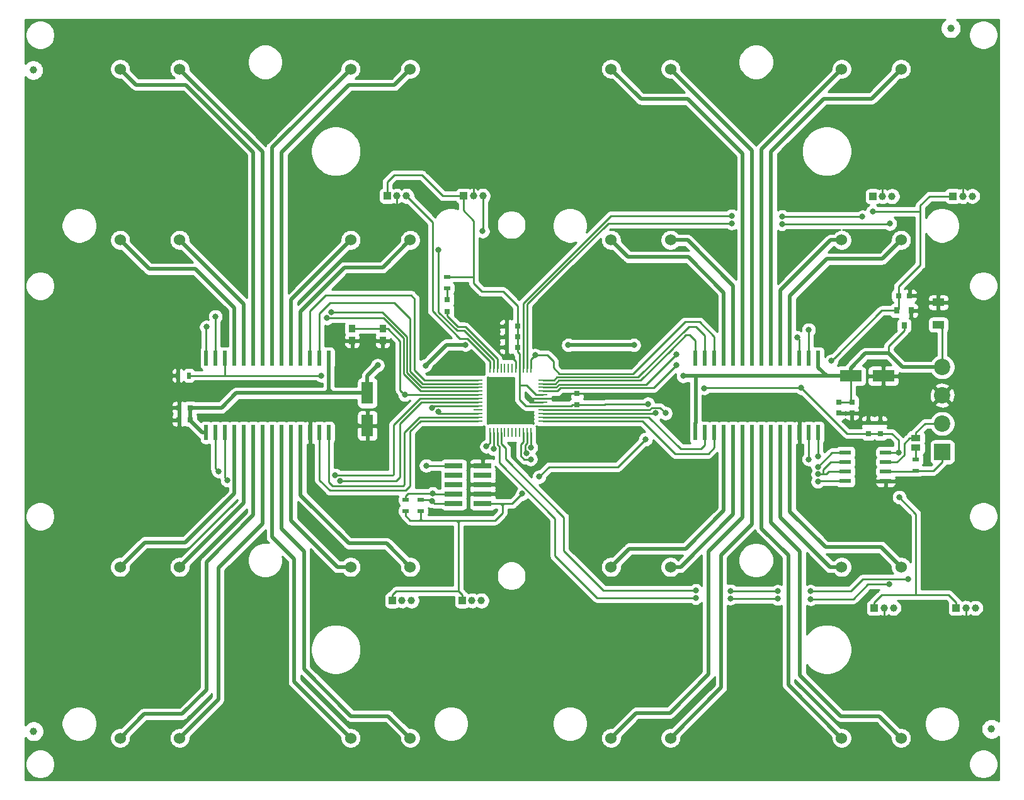
<source format=gbr>
G04 #@! TF.GenerationSoftware,KiCad,Pcbnew,(5.1.2)-2*
G04 #@! TF.CreationDate,2019-10-17T08:09:51+02:00*
G04 #@! TF.ProjectId,StepperClock,53746570-7065-4724-936c-6f636b2e6b69,rev?*
G04 #@! TF.SameCoordinates,Original*
G04 #@! TF.FileFunction,Copper,L1,Top*
G04 #@! TF.FilePolarity,Positive*
%FSLAX46Y46*%
G04 Gerber Fmt 4.6, Leading zero omitted, Abs format (unit mm)*
G04 Created by KiCad (PCBNEW (5.1.2)-2) date 2019-10-17 08:09:51*
%MOMM*%
%LPD*%
G04 APERTURE LIST*
%ADD10C,1.524000*%
%ADD11C,1.000000*%
%ADD12R,1.000000X1.000000*%
%ADD13R,0.900000X1.000000*%
%ADD14R,0.500000X2.000000*%
%ADD15C,2.200000*%
%ADD16R,2.200000X2.200000*%
%ADD17R,1.300000X0.250000*%
%ADD18R,0.250000X1.300000*%
%ADD19R,1.270000X0.970000*%
%ADD20R,3.000000X1.600000*%
%ADD21R,1.600000X3.000000*%
%ADD22R,2.400000X0.740000*%
%ADD23R,0.900000X0.500000*%
%ADD24R,0.800000X0.800000*%
%ADD25R,0.800000X0.900000*%
%ADD26R,1.550000X0.600000*%
%ADD27R,0.500000X0.900000*%
%ADD28R,0.750000X0.800000*%
%ADD29R,0.800000X0.750000*%
%ADD30R,1.600000X1.000000*%
%ADD31C,0.800000*%
%ADD32C,0.250000*%
%ADD33C,0.500000*%
%ADD34C,0.254000*%
G04 APERTURE END LIST*
D10*
X86335800Y-117080740D03*
X86335800Y-140080740D03*
X94335800Y-117080740D03*
X94335800Y-140080740D03*
X117335800Y-117080740D03*
X117335800Y-140080740D03*
X125335800Y-117080740D03*
X125335800Y-140080740D03*
D11*
X201315800Y-122580740D03*
D12*
X198735800Y-122580740D03*
D11*
X200045800Y-122580740D03*
X190315800Y-122580740D03*
D12*
X187735800Y-122580740D03*
D11*
X189045800Y-122580740D03*
X134915800Y-121580740D03*
D12*
X132335800Y-121580740D03*
D11*
X133645800Y-121580740D03*
X125515800Y-121580740D03*
D12*
X122935800Y-121580740D03*
D11*
X124245800Y-121580740D03*
D10*
X86335800Y-50080740D03*
X86335800Y-73080740D03*
X94335800Y-50080740D03*
X94335800Y-73080740D03*
X117335800Y-50080740D03*
X117335800Y-73080740D03*
X125335800Y-50080740D03*
X125335800Y-73080740D03*
X152335800Y-50080740D03*
X152335800Y-73080740D03*
X160335800Y-50080740D03*
X160335800Y-73080740D03*
X183335800Y-50080740D03*
X183335800Y-73080740D03*
X191335800Y-50080740D03*
X191335800Y-73080740D03*
X152335800Y-117080740D03*
X152335800Y-140080740D03*
X160335800Y-117080740D03*
X160335800Y-140080740D03*
X183335800Y-117080740D03*
X183335800Y-140080740D03*
X191335800Y-117080740D03*
X191335800Y-140080740D03*
D13*
X117535800Y-85005740D03*
X117535800Y-86605740D03*
X121635800Y-85005740D03*
X121635800Y-86605740D03*
D14*
X180190800Y-98980740D03*
X180190800Y-88980740D03*
X178920800Y-98980740D03*
X178920800Y-88980740D03*
X177650800Y-98980740D03*
X177650800Y-88980740D03*
X176380800Y-98980740D03*
X176380800Y-88980740D03*
X175110800Y-98980740D03*
X175110800Y-88980740D03*
X173840800Y-98980740D03*
X173840800Y-88980740D03*
X172570800Y-98980740D03*
X172570800Y-88980740D03*
X171300800Y-98980740D03*
X171300800Y-88980740D03*
X170030800Y-98980740D03*
X170030800Y-88980740D03*
X168760800Y-98980740D03*
X168760800Y-88980740D03*
X167490800Y-98980740D03*
X167490800Y-88980740D03*
X166220800Y-98980740D03*
X166220800Y-88980740D03*
X164950800Y-98980740D03*
X164950800Y-88980740D03*
X163680800Y-98980740D03*
X163680800Y-88980740D03*
X114390800Y-98980740D03*
X114390800Y-88980740D03*
X113120800Y-98980740D03*
X113120800Y-88980740D03*
X111850800Y-98980740D03*
X111850800Y-88980740D03*
X110580800Y-98980740D03*
X110580800Y-88980740D03*
X109310800Y-98980740D03*
X109310800Y-88980740D03*
X108040800Y-98980740D03*
X108040800Y-88980740D03*
X106770800Y-98980740D03*
X106770800Y-88980740D03*
X105500800Y-98980740D03*
X105500800Y-88980740D03*
X104230800Y-98980740D03*
X104230800Y-88980740D03*
X102960800Y-98980740D03*
X102960800Y-88980740D03*
X101690800Y-98980740D03*
X101690800Y-88980740D03*
X100420800Y-98980740D03*
X100420800Y-88980740D03*
X99150800Y-98980740D03*
X99150800Y-88980740D03*
X97880800Y-98980740D03*
X97880800Y-88980740D03*
D11*
X198010800Y-44605740D03*
X74660800Y-50230740D03*
X74710800Y-139180740D03*
X203485800Y-138855740D03*
D15*
X196862800Y-90160740D03*
D16*
X196862800Y-101590740D03*
D15*
X196862800Y-97780740D03*
X196862800Y-93970740D03*
D17*
X134442260Y-91907040D03*
X134442260Y-92407040D03*
X134442260Y-92907040D03*
X134442260Y-93407040D03*
X134442260Y-93907040D03*
X134442260Y-94407040D03*
X134442260Y-94907040D03*
X134442260Y-95407040D03*
X134442260Y-95907040D03*
X134442260Y-96407040D03*
X134442260Y-96907040D03*
X134442260Y-97407040D03*
D18*
X136042260Y-99007040D03*
X136542260Y-99007040D03*
X137042260Y-99007040D03*
X137542260Y-99007040D03*
X138042260Y-99007040D03*
X138542260Y-99007040D03*
X139042260Y-99007040D03*
X139542260Y-99007040D03*
X140042260Y-99007040D03*
X140542260Y-99007040D03*
X141042260Y-99007040D03*
X141542260Y-99007040D03*
D17*
X143142260Y-97407040D03*
X143142260Y-96907040D03*
X143142260Y-96407040D03*
X143142260Y-95907040D03*
X143142260Y-95407040D03*
X143142260Y-94907040D03*
X143142260Y-94407040D03*
X143142260Y-93907040D03*
X143142260Y-93407040D03*
X143142260Y-92907040D03*
X143142260Y-92407040D03*
X143142260Y-91907040D03*
D18*
X141542260Y-90307040D03*
X141042260Y-90307040D03*
X140542260Y-90307040D03*
X140042260Y-90307040D03*
X139542260Y-90307040D03*
X139042260Y-90307040D03*
X138542260Y-90307040D03*
X138042260Y-90307040D03*
X137542260Y-90307040D03*
X137042260Y-90307040D03*
X136542260Y-90307040D03*
X136042260Y-90307040D03*
D19*
X193335800Y-99740740D03*
X193335800Y-101020740D03*
D20*
X184535800Y-91380740D03*
X188935800Y-91380740D03*
D21*
X119585800Y-93655740D03*
X119585800Y-98055740D03*
D11*
X124815800Y-67155740D03*
D12*
X122235800Y-67155740D03*
D11*
X123545800Y-67155740D03*
X135090800Y-67155740D03*
D12*
X132510800Y-67155740D03*
D11*
X133820800Y-67155740D03*
X190115800Y-67205740D03*
D12*
X187535800Y-67205740D03*
D11*
X188845800Y-67205740D03*
X200890800Y-67180740D03*
D12*
X198310800Y-67180740D03*
D11*
X199620800Y-67180740D03*
D22*
X135085800Y-108520740D03*
X131185800Y-108520740D03*
X135085800Y-107250740D03*
X131185800Y-107250740D03*
X135085800Y-105980740D03*
X131185800Y-105980740D03*
X135085800Y-104710740D03*
X131185800Y-104710740D03*
X135085800Y-103440740D03*
X131185800Y-103440740D03*
D23*
X130310800Y-78055740D03*
X130310800Y-79555740D03*
D24*
X130310800Y-81080740D03*
X130310800Y-82680740D03*
D25*
X192685800Y-82580740D03*
X190785800Y-82580740D03*
X191735800Y-84580740D03*
D26*
X183835800Y-101675740D03*
X183835800Y-102945740D03*
X183835800Y-104215740D03*
X183835800Y-105485740D03*
X189235800Y-105485740D03*
X189235800Y-104215740D03*
X189235800Y-102945740D03*
X189235800Y-101675740D03*
D23*
X124735800Y-109530740D03*
X124735800Y-108030740D03*
X126735800Y-109530740D03*
X126735800Y-108030740D03*
X193335800Y-104130740D03*
X193335800Y-102630740D03*
D27*
X95585800Y-91305740D03*
X94085800Y-91305740D03*
D28*
X182935800Y-96380740D03*
X182935800Y-94880740D03*
X184735800Y-96380740D03*
X184735800Y-94880740D03*
X147785800Y-95205740D03*
X147785800Y-93705740D03*
D29*
X192485800Y-80580740D03*
X190985800Y-80580740D03*
X138285800Y-84680740D03*
X139785800Y-84680740D03*
X138285800Y-87530740D03*
X139785800Y-87530740D03*
D30*
X196335800Y-84480740D03*
X196335800Y-81480740D03*
D29*
X138285800Y-86130740D03*
X139785800Y-86130740D03*
D28*
X186935800Y-97630740D03*
X186935800Y-99130740D03*
X188535800Y-97630740D03*
X188535800Y-99130740D03*
D29*
X94260800Y-95655740D03*
X95760800Y-95655740D03*
X94260800Y-97280740D03*
X95760800Y-97280740D03*
D31*
X189910800Y-97630740D03*
X80185800Y-49680740D03*
X131210800Y-49705740D03*
X80810800Y-64155740D03*
X81110800Y-83505740D03*
X81035800Y-104905740D03*
X81035800Y-122905740D03*
X89160800Y-129955740D03*
X105935800Y-122905740D03*
X105985800Y-135430740D03*
X128485800Y-135380740D03*
X150960800Y-135430740D03*
X172110800Y-135430740D03*
X194060800Y-135455740D03*
X133985800Y-99455740D03*
X143585800Y-99480740D03*
X134335800Y-90230740D03*
X161585800Y-80755740D03*
X145860800Y-64880740D03*
X164210800Y-64880740D03*
X181710800Y-67030740D03*
X145810800Y-54380740D03*
X171635800Y-54330740D03*
X194135800Y-54330740D03*
X183710800Y-80805740D03*
X157735800Y-109480740D03*
X151010800Y-122680740D03*
X110235800Y-74655740D03*
X119760800Y-78480740D03*
X105910800Y-56230740D03*
X101860800Y-74655740D03*
X96685800Y-81005740D03*
X126685800Y-113430740D03*
X117785800Y-122905740D03*
X121210800Y-142280740D03*
X90035800Y-142405740D03*
X156535800Y-142505740D03*
X187360800Y-142330740D03*
X187335800Y-48155740D03*
X156335800Y-48030740D03*
X121160800Y-47730740D03*
X90460800Y-47655740D03*
X123535800Y-69980740D03*
X199985800Y-125480740D03*
X133635800Y-117955740D03*
X187435800Y-125580740D03*
X138685800Y-94480740D03*
X135085800Y-82830740D03*
X160960800Y-93230740D03*
X187210800Y-116955740D03*
X187535800Y-86155740D03*
X133710800Y-125180740D03*
X123885800Y-125205740D03*
X176310800Y-73955740D03*
X167285800Y-73755740D03*
X168985800Y-117755740D03*
X128010800Y-67705740D03*
X150060800Y-94080740D03*
X137335800Y-63530740D03*
X120960800Y-89930740D03*
X127385800Y-89955740D03*
X132760800Y-87155740D03*
X146585800Y-87205740D03*
X155410800Y-87205740D03*
X162035800Y-91380740D03*
X157288020Y-95130528D03*
X187535800Y-69255740D03*
X164860800Y-93005740D03*
X181960800Y-89355740D03*
X190985647Y-101680740D03*
X191085800Y-107680740D03*
X156985800Y-99880740D03*
X177910800Y-92980740D03*
X140410800Y-107205740D03*
X142685800Y-104930740D03*
X142135800Y-88580740D03*
X113385800Y-91305740D03*
X99135800Y-83380740D03*
X114727165Y-82774333D03*
X97935800Y-84780740D03*
X114135800Y-83580740D03*
X115271435Y-104708329D03*
X99535800Y-104180740D03*
X115935800Y-105455740D03*
X100735800Y-105380740D03*
X129101485Y-96182040D03*
X128234678Y-108175616D03*
X128335800Y-107180740D03*
X128235459Y-95682039D03*
X127485800Y-103430740D03*
X124635800Y-93905740D03*
X136535800Y-101180740D03*
X135587115Y-100864512D03*
X135085800Y-71905740D03*
X129135800Y-74430740D03*
X186135800Y-69955740D03*
X175336432Y-69931067D03*
X168560800Y-69830737D03*
X163735800Y-120230740D03*
X168385800Y-120280740D03*
X174735800Y-120330740D03*
X179160800Y-120330740D03*
X179160800Y-120330740D03*
X179160800Y-120330740D03*
X192310800Y-118680740D03*
X168560800Y-70830740D03*
X175310800Y-70930740D03*
X189810800Y-70880740D03*
X163710800Y-121230740D03*
X168385800Y-121280743D03*
X174735800Y-121330743D03*
X179185800Y-121380740D03*
X189735800Y-119405740D03*
X180135800Y-103580740D03*
X141542260Y-100974280D03*
X180135800Y-104580743D03*
X140935800Y-101780740D03*
X180135800Y-105580746D03*
X141535800Y-102580740D03*
X177335800Y-86180740D03*
X161160800Y-89880740D03*
X178910800Y-85155740D03*
X161110800Y-88455740D03*
X180135800Y-102180740D03*
X159660800Y-96380740D03*
X178920800Y-102565740D03*
X158360800Y-96380740D03*
D32*
X118535800Y-98055740D02*
X119585800Y-98055740D01*
X116785800Y-96305740D02*
X118535800Y-98055740D01*
X113275800Y-96305740D02*
X116785800Y-96305740D01*
X111850800Y-97730740D02*
X113275800Y-96305740D01*
X111850800Y-98980740D02*
X111850800Y-97730740D01*
X135085800Y-105980740D02*
X137110800Y-105980740D01*
X137110800Y-105980740D02*
X137460800Y-106330740D01*
X137460800Y-106330740D02*
X137460800Y-107055740D01*
X137265800Y-107250740D02*
X135085800Y-107250740D01*
X137460800Y-107055740D02*
X137265800Y-107250740D01*
X123545800Y-67862846D02*
X123535800Y-67872846D01*
X123545800Y-67155740D02*
X123545800Y-67862846D01*
X123535800Y-67872846D02*
X123535800Y-69980740D01*
X139542260Y-89412200D02*
X139542260Y-90307040D01*
X138285800Y-88155740D02*
X139542260Y-89412200D01*
X138285800Y-87530740D02*
X138285800Y-88155740D01*
X138285800Y-87530740D02*
X138285800Y-86130740D01*
X138285800Y-86130740D02*
X138285800Y-84680740D01*
X141412406Y-94907040D02*
X143142260Y-94907040D01*
X141412406Y-94407346D02*
X141412406Y-94907040D01*
X143142260Y-94407040D02*
X141412100Y-94407040D01*
X141412100Y-94407040D02*
X141412406Y-94407346D01*
X147785800Y-93705740D02*
X146385800Y-93705740D01*
X145684500Y-94407040D02*
X143142260Y-94407040D01*
X146385800Y-93705740D02*
X145684500Y-94407040D01*
X149685800Y-93705740D02*
X150060800Y-94080740D01*
X147785800Y-93705740D02*
X149685800Y-93705740D01*
X188845800Y-67205740D02*
X188845800Y-65195740D01*
X188845800Y-65195740D02*
X189235800Y-64805740D01*
X189235800Y-64805740D02*
X199185800Y-64805740D01*
X199620800Y-65240740D02*
X199620800Y-67180740D01*
X199185800Y-64805740D02*
X199620800Y-65240740D01*
X133820800Y-66448634D02*
X133835800Y-66433634D01*
X133820800Y-67155740D02*
X133820800Y-66448634D01*
X133835800Y-66433634D02*
X133835800Y-64730740D01*
X135035800Y-63530740D02*
X137335800Y-63530740D01*
X133835800Y-64730740D02*
X135035800Y-63530740D01*
X189045800Y-123970740D02*
X187435800Y-125580740D01*
X189045800Y-122580740D02*
X189045800Y-123970740D01*
X200045800Y-125420740D02*
X199985800Y-125480740D01*
X200045800Y-122580740D02*
X200045800Y-125420740D01*
X184735800Y-94880740D02*
X182935800Y-94880740D01*
X196862800Y-85007740D02*
X196335800Y-84480740D01*
X196862800Y-90160740D02*
X196862800Y-85007740D01*
D33*
X193915800Y-90160740D02*
X196862800Y-90160740D01*
X182785800Y-91380740D02*
X184535800Y-91380740D01*
X181340800Y-91380740D02*
X182785800Y-91380740D01*
X180190800Y-90230740D02*
X181340800Y-91380740D01*
X180190800Y-88980740D02*
X180190800Y-90230740D01*
X184535800Y-90330740D02*
X186535800Y-88330740D01*
X184535800Y-91380740D02*
X184535800Y-90330740D01*
X186535800Y-88330740D02*
X189660800Y-88330740D01*
X191490800Y-90160740D02*
X192755800Y-90160740D01*
X189660800Y-88330740D02*
X191490800Y-90160740D01*
X193915800Y-90160740D02*
X192755800Y-90160740D01*
X127385800Y-89955740D02*
X130185800Y-87155740D01*
X130185800Y-87155740D02*
X132760800Y-87155740D01*
X146585800Y-87205740D02*
X155410800Y-87205740D01*
X163710800Y-97700740D02*
X163710800Y-91380740D01*
D32*
X163680800Y-97730740D02*
X163710800Y-97700740D01*
D33*
X163680800Y-98980740D02*
X163680800Y-97730740D01*
X181340800Y-91380740D02*
X163710800Y-91380740D01*
D32*
X189660800Y-87355740D02*
X189660800Y-88330740D01*
X191735800Y-85280740D02*
X189660800Y-87355740D01*
X191735800Y-84580740D02*
X191735800Y-85280740D01*
D33*
X119585800Y-91305740D02*
X119585800Y-93655740D01*
X120960800Y-89930740D02*
X119585800Y-91305740D01*
D32*
X114390800Y-89730740D02*
X114385800Y-89735740D01*
D33*
X114390800Y-88980740D02*
X114390800Y-89730740D01*
X114385800Y-93255740D02*
X113985800Y-93655740D01*
X114385800Y-93655740D02*
X113985800Y-93655740D01*
X114385800Y-89735740D02*
X114385800Y-93030740D01*
X114385800Y-93030740D02*
X114385800Y-93655740D01*
D32*
X114860800Y-93505740D02*
X114385800Y-93030740D01*
D33*
X114860800Y-93655740D02*
X114385800Y-93655740D01*
X119585800Y-93655740D02*
X114860800Y-93655740D01*
X97380800Y-98980740D02*
X97880800Y-98980740D01*
X95810800Y-97410740D02*
X97380800Y-98980740D01*
D32*
X184535800Y-94680740D02*
X184735800Y-94880740D01*
X184535800Y-91380740D02*
X184535800Y-94680740D01*
D33*
X95760800Y-95655740D02*
X95760800Y-97280740D01*
X99955800Y-95655740D02*
X95760800Y-95655740D01*
X101955800Y-93655740D02*
X99955800Y-95655740D01*
X162035800Y-91380740D02*
X163710800Y-91380740D01*
X101955800Y-93655740D02*
X114385800Y-93655740D01*
D32*
X126735800Y-110580740D02*
X126735800Y-109530740D01*
X126535800Y-110780740D02*
X126735800Y-110580740D01*
X125335800Y-110780740D02*
X126535800Y-110780740D01*
X124735800Y-109530740D02*
X124735800Y-110180740D01*
X124735800Y-110180740D02*
X125335800Y-110780740D01*
X136735800Y-110780740D02*
X137735800Y-109780740D01*
X137735800Y-109780740D02*
X137735800Y-108980740D01*
X186935800Y-99130740D02*
X188535800Y-99130740D01*
X190785800Y-82580740D02*
X188735800Y-82580740D01*
X129485800Y-110780740D02*
X129935800Y-110780740D01*
X122935800Y-120830740D02*
X122935800Y-121580740D01*
X123460800Y-120305740D02*
X122935800Y-120830740D01*
X132335800Y-120830740D02*
X131810800Y-120305740D01*
X132335800Y-121580740D02*
X132335800Y-120830740D01*
X131810800Y-120305740D02*
X129585800Y-120305740D01*
X129585800Y-120305740D02*
X123460800Y-120305740D01*
X198735800Y-122580740D02*
X198735800Y-121830740D01*
X198735800Y-121830740D02*
X197710800Y-120805740D01*
X187735800Y-121830740D02*
X187735800Y-122580740D01*
X188760800Y-120805740D02*
X187735800Y-121830740D01*
X190985800Y-82380740D02*
X190785800Y-82580740D01*
X190985800Y-80580740D02*
X190985800Y-82380740D01*
X197560800Y-67180740D02*
X198310800Y-67180740D01*
X193910800Y-68430740D02*
X195160800Y-67180740D01*
X190985800Y-79330740D02*
X193910800Y-76405740D01*
X190985800Y-80580740D02*
X190985800Y-79330740D01*
X195160800Y-67180740D02*
X197560800Y-67180740D01*
X193860800Y-69255740D02*
X193910800Y-69305740D01*
X187535800Y-69255740D02*
X193860800Y-69255740D01*
X193910800Y-76405740D02*
X193910800Y-69305740D01*
X193910800Y-69305740D02*
X193910800Y-68430740D01*
X182360799Y-88955741D02*
X188735800Y-82580740D01*
X181960800Y-89355740D02*
X182360799Y-88955741D01*
X131810800Y-111055740D02*
X131535800Y-110780740D01*
X131810800Y-120305740D02*
X131810800Y-111055740D01*
X129935800Y-110780740D02*
X131535800Y-110780740D01*
X126735800Y-110705740D02*
X126810800Y-110780740D01*
X126735800Y-109530740D02*
X126735800Y-110705740D01*
X126535800Y-110780740D02*
X126810800Y-110780740D01*
X131810800Y-111030740D02*
X132060800Y-110780740D01*
X131810800Y-111055740D02*
X131810800Y-111030740D01*
X131535800Y-110780740D02*
X132060800Y-110780740D01*
X132060800Y-110780740D02*
X136735800Y-110780740D01*
X126735800Y-110580740D02*
X126935800Y-110780740D01*
X126810800Y-110780740D02*
X126935800Y-110780740D01*
X126935800Y-110780740D02*
X129485800Y-110780740D01*
X137735800Y-108755740D02*
X137935800Y-108555740D01*
X137735800Y-108980740D02*
X137735800Y-108755740D01*
X138935800Y-108555740D02*
X137935800Y-108555740D01*
X137735800Y-108580740D02*
X137710800Y-108555740D01*
X137735800Y-108755740D02*
X137735800Y-108580740D01*
X137935800Y-108555740D02*
X137710800Y-108555740D01*
X137535800Y-108555740D02*
X137735800Y-108755740D01*
X137460800Y-108555740D02*
X137535800Y-108555740D01*
X137460800Y-108555740D02*
X135120800Y-108555740D01*
X137710800Y-108555740D02*
X137460800Y-108555740D01*
X193335801Y-120780741D02*
X193360800Y-120805740D01*
X193335801Y-109930741D02*
X193335801Y-120780741D01*
X191085800Y-107680740D02*
X193335801Y-109930741D01*
X151510680Y-95205740D02*
X147785800Y-95205740D01*
X151520200Y-95196220D02*
X151510680Y-95205740D01*
X157288020Y-95130528D02*
X157222328Y-95196220D01*
X157222328Y-95196220D02*
X151520200Y-95196220D01*
X132510800Y-69105740D02*
X132510800Y-67155740D01*
X137835800Y-80010700D02*
X134990760Y-80010700D01*
X134990760Y-80010700D02*
X133885800Y-78905740D01*
X133885800Y-70480740D02*
X132510800Y-69105740D01*
X139785800Y-84680740D02*
X139785800Y-86130740D01*
X139785800Y-86130740D02*
X139785800Y-87530740D01*
X140042260Y-89407040D02*
X140042260Y-90307040D01*
X140042260Y-88412200D02*
X140042260Y-89407040D01*
X139785800Y-88155740D02*
X140042260Y-88412200D01*
X139785800Y-87530740D02*
X139785800Y-88155740D01*
X139785800Y-81960700D02*
X137835800Y-80010700D01*
X139785800Y-84680740D02*
X139785800Y-81960700D01*
X131010800Y-78055740D02*
X133885800Y-78055740D01*
X130310800Y-78055740D02*
X131010800Y-78055740D01*
X133885800Y-78905740D02*
X133885800Y-78055740D01*
X133885800Y-78055740D02*
X133885800Y-70480740D01*
X144042260Y-95407040D02*
X143142260Y-95407040D01*
X146959500Y-95407040D02*
X144042260Y-95407040D01*
X147160800Y-95205740D02*
X146959500Y-95407040D01*
X147785800Y-95205740D02*
X147160800Y-95205740D01*
X140042260Y-92312200D02*
X140042260Y-90307040D01*
X143142260Y-95407040D02*
X140887100Y-95407040D01*
X140887100Y-95407040D02*
X140042260Y-94562200D01*
X140934500Y-92599280D02*
X140042260Y-92599280D01*
X142242260Y-93907040D02*
X140934500Y-92599280D01*
X143142260Y-93907040D02*
X142242260Y-93907040D01*
X140042260Y-94562200D02*
X140042260Y-92599280D01*
X140042260Y-92599280D02*
X140042260Y-92312200D01*
X193310802Y-120805740D02*
X193335801Y-120780741D01*
X188760800Y-120805740D02*
X193310802Y-120805740D01*
X193310802Y-120805740D02*
X197710800Y-120805740D01*
X190980647Y-101675740D02*
X190985647Y-101680740D01*
X189235800Y-101675740D02*
X190980647Y-101675740D01*
X190110800Y-99130740D02*
X188535800Y-99130740D01*
X190985647Y-101680740D02*
X190985647Y-100005587D01*
X190985647Y-100005587D02*
X190110800Y-99130740D01*
X122235800Y-67155740D02*
X122235800Y-65280740D01*
X122235800Y-65280740D02*
X123185800Y-64330740D01*
X123185800Y-64330740D02*
X126885800Y-64330740D01*
X129710800Y-67155740D02*
X132510800Y-67155740D01*
X126885800Y-64330740D02*
X129710800Y-67155740D01*
X164885800Y-92980740D02*
X164860800Y-93005740D01*
X177910800Y-92980740D02*
X164885800Y-92980740D01*
X184060800Y-99130740D02*
X177910800Y-92980740D01*
X186935800Y-99130740D02*
X184060800Y-99130740D01*
X138935800Y-108555740D02*
X139060800Y-108555740D01*
X139060800Y-108555740D02*
X140410800Y-107205740D01*
X142685800Y-104930740D02*
X144010800Y-103605740D01*
X153260800Y-103605740D02*
X156985800Y-99880740D01*
X144010800Y-103605740D02*
X153260800Y-103605740D01*
X142135800Y-88580740D02*
X141535800Y-89180740D01*
X141542260Y-89187200D02*
X141542260Y-90307040D01*
X141535800Y-89180740D02*
X141542260Y-89187200D01*
X166220800Y-87730740D02*
X166235800Y-87715740D01*
X166220800Y-88980740D02*
X166220800Y-87730740D01*
X166235800Y-87715740D02*
X166235800Y-86105740D01*
X166235800Y-86105740D02*
X164235800Y-84105740D01*
X164235800Y-84105740D02*
X162285800Y-84105740D01*
X162285800Y-84105740D02*
X155310820Y-91080720D01*
X155310820Y-91080720D02*
X145410780Y-91080720D01*
X145410780Y-91080720D02*
X144610800Y-90280740D01*
X144610800Y-90280740D02*
X144610800Y-89405740D01*
X143785800Y-88580740D02*
X142135800Y-88580740D01*
X144610800Y-89405740D02*
X143785800Y-88580740D01*
X96085800Y-91305740D02*
X95585800Y-91305740D01*
X113385800Y-91305740D02*
X112820115Y-91305740D01*
X100435800Y-89745740D02*
X100435800Y-91305740D01*
X100420800Y-89730740D02*
X100435800Y-89745740D01*
X100420800Y-88980740D02*
X100420800Y-89730740D01*
X112820115Y-91305740D02*
X100435800Y-91305740D01*
X100435800Y-91305740D02*
X95585800Y-91305740D01*
D33*
X101690800Y-88980740D02*
X101690800Y-82200740D01*
X101690800Y-82200740D02*
X96470800Y-76980740D01*
X90235800Y-76980740D02*
X86335800Y-73080740D01*
X96470800Y-76980740D02*
X90235800Y-76980740D01*
X102960800Y-81705740D02*
X94335800Y-73080740D01*
X102960800Y-88980740D02*
X102960800Y-81705740D01*
X105500800Y-61245740D02*
X94335800Y-50080740D01*
X105500800Y-88980740D02*
X105500800Y-61245740D01*
X104230800Y-88980740D02*
X104230800Y-61250740D01*
X104230800Y-61250740D02*
X95185800Y-52205740D01*
X88460800Y-52205740D02*
X86335800Y-50080740D01*
X95185800Y-52205740D02*
X88460800Y-52205740D01*
X106770800Y-60645740D02*
X117335800Y-50080740D01*
X106770800Y-88980740D02*
X106770800Y-60645740D01*
X108040800Y-88980740D02*
X108040800Y-61300740D01*
X108040800Y-61300740D02*
X117110800Y-52230740D01*
X123185800Y-52230740D02*
X125335800Y-50080740D01*
X117110800Y-52230740D02*
X123185800Y-52230740D01*
X121635800Y-76780740D02*
X125335800Y-73080740D01*
X116485800Y-76780740D02*
X121635800Y-76780740D01*
X110580800Y-88980740D02*
X110580800Y-82685740D01*
X110580800Y-82685740D02*
X116485800Y-76780740D01*
X109310800Y-81105740D02*
X117335800Y-73080740D01*
X109310800Y-88980740D02*
X109310800Y-81105740D01*
D32*
X99135800Y-88965740D02*
X99150800Y-88980740D01*
X99135800Y-83380740D02*
X99135800Y-88965740D01*
X121575805Y-82774333D02*
X124885790Y-86084318D01*
X114727165Y-82774333D02*
X121575805Y-82774333D01*
X124885790Y-90930730D02*
X124885790Y-86084318D01*
X126862100Y-92907040D02*
X124885790Y-90930730D01*
X134442260Y-92907040D02*
X126862100Y-92907040D01*
X97880800Y-88980740D02*
X97880800Y-84835740D01*
X97880800Y-84835740D02*
X97935800Y-84780740D01*
X121745802Y-83580740D02*
X114135800Y-83580740D01*
X124435781Y-86270719D02*
X121745802Y-83580740D01*
X124435781Y-91117131D02*
X124435781Y-86270719D01*
X126725690Y-93407040D02*
X124435781Y-91117131D01*
X134442260Y-93407040D02*
X126725690Y-93407040D01*
X126673090Y-94407040D02*
X123135800Y-97944330D01*
X134442260Y-94407040D02*
X126673090Y-94407040D01*
X123008211Y-104708329D02*
X115271435Y-104708329D01*
X123135800Y-104580740D02*
X123008211Y-104708329D01*
X123135800Y-97944330D02*
X123135800Y-104580740D01*
X99150800Y-103795740D02*
X99535800Y-104180740D01*
X99150800Y-98980740D02*
X99150800Y-103795740D01*
X123935800Y-97780740D02*
X123935800Y-104980740D01*
X123460800Y-105455740D02*
X115935800Y-105455740D01*
X123935800Y-104980740D02*
X123460800Y-105455740D01*
X100420800Y-105065740D02*
X100735800Y-105380740D01*
X100420800Y-98980740D02*
X100420800Y-105065740D01*
X126809500Y-94907040D02*
X123935800Y-97780740D01*
X134442260Y-94907040D02*
X126809500Y-94907040D01*
X125335800Y-98780740D02*
X125335800Y-106180740D01*
X125335800Y-106180740D02*
X124735800Y-106780740D01*
X124735800Y-106780740D02*
X114535800Y-106780740D01*
X113120800Y-105365740D02*
X113120800Y-98980740D01*
X114535800Y-106780740D02*
X113120800Y-105365740D01*
X126709500Y-97407040D02*
X125335800Y-98780740D01*
X134442260Y-97407040D02*
X126709500Y-97407040D01*
X125460801Y-80505741D02*
X125935800Y-80980740D01*
X125935800Y-80980740D02*
X125935800Y-90580740D01*
X127262100Y-91907040D02*
X134442260Y-91907040D01*
X125935800Y-90580740D02*
X127262100Y-91907040D01*
X113974389Y-80505741D02*
X125460801Y-80505741D01*
X111850800Y-82629330D02*
X113974389Y-80505741D01*
X111850800Y-88980740D02*
X111850800Y-82629330D01*
X114390800Y-105635740D02*
X114390800Y-98980740D01*
X126573090Y-96907040D02*
X124535800Y-98944330D01*
X134442260Y-96907040D02*
X126573090Y-96907040D01*
X124535800Y-98944330D02*
X124535800Y-105980740D01*
X124535800Y-105980740D02*
X124335800Y-106180740D01*
X124335800Y-106180740D02*
X114935800Y-106180740D01*
X114935800Y-106180740D02*
X114390800Y-105635740D01*
X126998510Y-92407040D02*
X125335800Y-90744330D01*
X134442260Y-92407040D02*
X126998510Y-92407040D01*
X125335800Y-90744330D02*
X125335800Y-83655740D01*
X113120800Y-82945740D02*
X113120800Y-88980740D01*
X125335800Y-83655740D02*
X123185800Y-81505740D01*
X123185800Y-81505740D02*
X114560800Y-81505740D01*
X114560800Y-81505740D02*
X113120800Y-82945740D01*
X131185800Y-108520740D02*
X128602798Y-108520740D01*
X126935800Y-108030740D02*
X126735800Y-108030740D01*
X128112798Y-108030740D02*
X126735800Y-108030740D01*
X128602798Y-108520740D02*
X128112798Y-108030740D01*
X129326485Y-96407040D02*
X129101485Y-96182040D01*
X134442260Y-96407040D02*
X129326485Y-96407040D01*
X131185800Y-107250740D02*
X128405800Y-107250740D01*
X128405800Y-107250740D02*
X128335800Y-107180740D01*
X125085800Y-107180740D02*
X128335800Y-107180740D01*
X124735800Y-108030740D02*
X124735800Y-107530740D01*
X124735800Y-107530740D02*
X125085800Y-107180740D01*
X134442260Y-95407040D02*
X128510458Y-95407040D01*
X128510458Y-95407040D02*
X128235459Y-95682039D01*
X131185800Y-103440740D02*
X127495800Y-103440740D01*
X127495800Y-103440740D02*
X127485800Y-103430740D01*
X134442260Y-93907040D02*
X133784500Y-93907040D01*
X134442260Y-93907040D02*
X125309500Y-93907040D01*
X125309500Y-93907040D02*
X124637100Y-93907040D01*
X124637100Y-93907040D02*
X124635800Y-93905740D01*
X124235801Y-93505741D02*
X124635800Y-93905740D01*
X123985772Y-93255712D02*
X124235801Y-93505741D01*
X123985772Y-86655712D02*
X123985772Y-93255712D01*
X122335800Y-85005740D02*
X123985772Y-86655712D01*
X121635800Y-85005740D02*
X122335800Y-85005740D01*
X117535800Y-85005740D02*
X121635800Y-85005740D01*
X189710800Y-102945740D02*
X189745800Y-102980740D01*
X189235800Y-102945740D02*
X189710800Y-102945740D01*
X189745800Y-102980740D02*
X190735800Y-102980740D01*
X190735800Y-102980740D02*
X191735800Y-101980740D01*
X192450800Y-99740740D02*
X193335800Y-99740740D01*
X191735800Y-100455740D02*
X192450800Y-99740740D01*
X191735800Y-101980740D02*
X191735800Y-100455740D01*
X195307166Y-97780740D02*
X196862800Y-97780740D01*
X194560800Y-97780740D02*
X195307166Y-97780740D01*
X193335800Y-99005740D02*
X194560800Y-97780740D01*
X193335800Y-99740740D02*
X193335800Y-99005740D01*
X193335800Y-101020740D02*
X193335800Y-102630740D01*
X136542260Y-99007040D02*
X136542260Y-101174280D01*
X136542260Y-101174280D02*
X136535800Y-101180740D01*
X128335800Y-70675740D02*
X124815800Y-67155740D01*
X136042260Y-89364198D02*
X133008802Y-86330740D01*
X136042260Y-90307040D02*
X136042260Y-89364198D01*
X128335800Y-82628560D02*
X128335800Y-70675740D01*
X132037980Y-86330740D02*
X128335800Y-82628560D01*
X133008802Y-86330740D02*
X132037980Y-86330740D01*
X136042260Y-99007040D02*
X136042260Y-100409367D01*
X136042260Y-100409367D02*
X135587115Y-100864512D01*
X135090800Y-67155740D02*
X135090800Y-71900740D01*
X135090800Y-71900740D02*
X135085800Y-71905740D01*
X129135800Y-74996425D02*
X129135800Y-74430740D01*
X129135800Y-82792150D02*
X129135800Y-74996425D01*
X131624390Y-85280740D02*
X129135800Y-82792150D01*
X132595212Y-85280740D02*
X131624390Y-85280740D01*
X136542260Y-89227788D02*
X132595212Y-85280740D01*
X136542260Y-90307040D02*
X136542260Y-89227788D01*
X193250800Y-104215740D02*
X193335800Y-104130740D01*
X189235800Y-104215740D02*
X193250800Y-104215740D01*
X196862800Y-102940740D02*
X196862800Y-101590740D01*
X195672800Y-104130740D02*
X196862800Y-102940740D01*
X193335800Y-104130740D02*
X195672800Y-104130740D01*
X186135800Y-69955740D02*
X175361105Y-69955740D01*
X175361105Y-69955740D02*
X175336432Y-69931067D01*
X152299393Y-69830737D02*
X168560800Y-69830737D01*
X140542260Y-90307040D02*
X140542260Y-81587870D01*
X140542260Y-81587870D02*
X152299393Y-69830737D01*
X145985801Y-110355741D02*
X145985801Y-114905741D01*
X145985801Y-114905741D02*
X151310800Y-120230740D01*
X151310800Y-120230740D02*
X163735800Y-120230740D01*
X168385800Y-120280740D02*
X174685800Y-120280740D01*
X174685800Y-120280740D02*
X174735800Y-120330740D01*
X184535800Y-120330740D02*
X179160800Y-120330740D01*
X192310800Y-118680740D02*
X186185800Y-118680740D01*
X186185800Y-118680740D02*
X184535800Y-120330740D01*
X138167852Y-101103380D02*
X138167852Y-102537792D01*
X137542260Y-99007040D02*
X137542260Y-100477788D01*
X137542260Y-100477788D02*
X138167852Y-101103380D01*
X138167852Y-102537792D02*
X145985801Y-110355741D01*
X151935800Y-70830740D02*
X168560800Y-70830740D01*
X175310800Y-70930740D02*
X189760800Y-70930740D01*
X145835649Y-76930891D02*
X146285800Y-76480740D01*
X146285800Y-76480740D02*
X151935800Y-70830740D01*
X141042260Y-81724280D02*
X142135800Y-80630740D01*
X141042260Y-90307040D02*
X141042260Y-81724280D01*
X141935803Y-80830737D02*
X142135800Y-80630740D01*
X142135800Y-80630740D02*
X146285800Y-76480740D01*
X137042260Y-99007040D02*
X137042260Y-100614198D01*
X137042260Y-100614198D02*
X137335800Y-100907738D01*
X168385800Y-121280743D02*
X174685800Y-121280743D01*
X174685800Y-121280743D02*
X174735800Y-121330743D01*
X179185800Y-121380740D02*
X184910800Y-121380740D01*
X184910800Y-121380740D02*
X186885800Y-119405740D01*
X186885800Y-119405740D02*
X189735800Y-119405740D01*
X137335800Y-103057738D02*
X137335800Y-101480740D01*
X137335800Y-101480740D02*
X137335800Y-101980740D01*
X137335800Y-100907738D02*
X137335800Y-101480740D01*
X163710800Y-121230740D02*
X150460800Y-121230740D01*
X150460800Y-121230740D02*
X144810800Y-115580740D01*
X144810800Y-115580740D02*
X144810800Y-110532738D01*
X144810800Y-110532738D02*
X137335800Y-103057738D01*
D33*
X99535800Y-134880740D02*
X94335800Y-140080740D01*
X99535800Y-117180740D02*
X99535800Y-134880740D01*
X105500800Y-98980740D02*
X105500800Y-111215740D01*
X105500800Y-111215740D02*
X99535800Y-117180740D01*
X104230800Y-98980740D02*
X104230800Y-110085740D01*
X104230800Y-110085740D02*
X97935800Y-116380740D01*
X97935800Y-116380740D02*
X97935800Y-133580740D01*
X97935800Y-133580740D02*
X94685800Y-136830740D01*
X89585800Y-136830740D02*
X86335800Y-140080740D01*
X94685800Y-136830740D02*
X89585800Y-136830740D01*
X101690800Y-98980740D02*
X101690800Y-107175740D01*
X101690800Y-107175740D02*
X95110800Y-113755740D01*
X89660800Y-113755740D02*
X86335800Y-117080740D01*
X95110800Y-113755740D02*
X89660800Y-113755740D01*
X102960800Y-108455740D02*
X94335800Y-117080740D01*
X102960800Y-98980740D02*
X102960800Y-108455740D01*
X110580800Y-98980740D02*
X110580800Y-107400740D01*
X110580800Y-107400740D02*
X117085800Y-113905740D01*
X122160800Y-113905740D02*
X125335800Y-117080740D01*
X117085800Y-113905740D02*
X122160800Y-113905740D01*
X109310800Y-98980740D02*
X109310800Y-106805740D01*
X109310800Y-106805740D02*
X109310800Y-107155740D01*
X115560800Y-117080740D02*
X117335800Y-117080740D01*
X109310800Y-106805740D02*
X109310800Y-110830740D01*
X109310800Y-110830740D02*
X115560800Y-117080740D01*
X109735800Y-132480740D02*
X117335800Y-140080740D01*
X109735800Y-115980740D02*
X109735800Y-132480740D01*
X106770800Y-113015740D02*
X109735800Y-115980740D01*
X106770800Y-98980740D02*
X106770800Y-113015740D01*
X111060800Y-114955740D02*
X111060800Y-130805740D01*
X111060800Y-130805740D02*
X117385800Y-137130740D01*
X122385800Y-137130740D02*
X125335800Y-140080740D01*
X117385800Y-137130740D02*
X122385800Y-137130740D01*
X108040800Y-111935740D02*
X111060800Y-114955740D01*
X108040800Y-98980740D02*
X108040800Y-111935740D01*
D32*
X183835800Y-101675740D02*
X182040800Y-101675740D01*
X182040800Y-101675740D02*
X180135800Y-103580740D01*
X141542260Y-99007040D02*
X141542260Y-100974280D01*
X140817259Y-101662199D02*
X140935800Y-101780740D01*
X140817259Y-100626279D02*
X140817259Y-101662199D01*
X141042260Y-99007040D02*
X141042260Y-100401278D01*
X141042260Y-100401278D02*
X140817259Y-100626279D01*
X181650800Y-104215740D02*
X183835800Y-104215740D01*
X181285797Y-104580743D02*
X181650800Y-104215740D01*
X180810803Y-103978739D02*
X180810803Y-104580743D01*
X181843802Y-102945740D02*
X180810803Y-103978739D01*
X183835800Y-102945740D02*
X181843802Y-102945740D01*
X180135800Y-104580743D02*
X180810803Y-104580743D01*
X180810803Y-104580743D02*
X181285797Y-104580743D01*
X183835800Y-105485740D02*
X180230806Y-105485740D01*
X180230806Y-105485740D02*
X180135800Y-105580746D01*
X140662798Y-102580740D02*
X141535800Y-102580740D01*
X140210799Y-102128741D02*
X140662798Y-102580740D01*
X140210799Y-100596329D02*
X140210799Y-102128741D01*
X140542260Y-99007040D02*
X140542260Y-100264868D01*
X140542260Y-100264868D02*
X140210799Y-100596329D01*
X177650800Y-88980740D02*
X177650800Y-86495740D01*
X177650800Y-86495740D02*
X177335800Y-86180740D01*
X158080481Y-92961059D02*
X161160800Y-89880740D01*
X145555481Y-92961059D02*
X158080481Y-92961059D01*
X143142260Y-93407040D02*
X145109500Y-93407040D01*
X145109500Y-93407040D02*
X145555481Y-92961059D01*
X143142260Y-92907040D02*
X144973090Y-92907040D01*
X144973090Y-92907040D02*
X145369081Y-92511049D01*
X178910800Y-86682738D02*
X178910800Y-85155740D01*
X178920800Y-88980740D02*
X178920800Y-86692738D01*
X178920800Y-86692738D02*
X178910800Y-86682738D01*
X157055491Y-92511049D02*
X161110800Y-88455740D01*
X145369081Y-92511049D02*
X157055491Y-92511049D01*
X164950800Y-87730740D02*
X164950800Y-88980740D01*
X143142260Y-91907040D02*
X144700270Y-91907040D01*
X145076580Y-91530730D02*
X155985810Y-91530730D01*
X155985810Y-91530730D02*
X162785809Y-84730731D01*
X162785809Y-84730731D02*
X163722201Y-84730731D01*
X164950800Y-85959330D02*
X164950800Y-87730740D01*
X144700270Y-91907040D02*
X145076580Y-91530730D01*
X163722201Y-84730731D02*
X164950800Y-85959330D01*
X143142260Y-92407040D02*
X144836680Y-92407040D01*
X145262980Y-91980740D02*
X156299390Y-91980740D01*
X144836680Y-92407040D02*
X145262980Y-91980740D01*
X163680800Y-87730740D02*
X163685800Y-87725740D01*
X163680800Y-88980740D02*
X163680800Y-87730740D01*
X163685800Y-87725740D02*
X163685800Y-86605740D01*
X163685800Y-86605740D02*
X162935800Y-85855740D01*
X162424390Y-85855740D02*
X160405095Y-87875035D01*
X162935800Y-85855740D02*
X162424390Y-85855740D01*
X160549391Y-87730739D02*
X160405095Y-87875035D01*
X160405095Y-87875035D02*
X156299390Y-91980740D01*
X180135800Y-99035740D02*
X180190800Y-98980740D01*
X180135800Y-102180740D02*
X180135800Y-99035740D01*
X147150799Y-95930741D02*
X157512797Y-95930741D01*
X147127098Y-95907040D02*
X147150799Y-95930741D01*
X143142260Y-95907040D02*
X147127098Y-95907040D01*
X158935799Y-95655739D02*
X159660800Y-96380740D01*
X157512797Y-95930741D02*
X157787799Y-95655739D01*
X157787799Y-95655739D02*
X158935799Y-95655739D01*
X178920800Y-98980740D02*
X178920800Y-102565740D01*
X144042260Y-96407040D02*
X143142260Y-96407040D01*
X157543815Y-96407040D02*
X144042260Y-96407040D01*
X157543815Y-96407040D02*
X158334500Y-96407040D01*
X158334500Y-96407040D02*
X158360800Y-96380740D01*
X166220800Y-101020740D02*
X166220800Y-98980740D01*
X165410791Y-101830749D02*
X166220800Y-101020740D01*
X160933811Y-101830749D02*
X165410791Y-101830749D01*
X143142260Y-97407040D02*
X156510102Y-97407040D01*
X156510102Y-97407040D02*
X160933811Y-101830749D01*
X157434500Y-96907040D02*
X143142260Y-96907040D01*
X157435800Y-96905740D02*
X157434500Y-96907040D01*
X161735800Y-101205740D02*
X157435800Y-96905740D01*
X164385800Y-101205740D02*
X161735800Y-101205740D01*
X164950800Y-98980740D02*
X164950800Y-100640740D01*
X164950800Y-100640740D02*
X164385800Y-101205740D01*
D33*
X167135800Y-133280740D02*
X160335800Y-140080740D01*
X167135800Y-115455740D02*
X167135800Y-133280740D01*
X171300800Y-98980740D02*
X171300800Y-111290740D01*
X171300800Y-111290740D02*
X167135800Y-115455740D01*
D32*
X167490800Y-87730740D02*
X167485800Y-87725740D01*
X167490800Y-88980740D02*
X167490800Y-87730740D01*
D33*
X167490800Y-88980740D02*
X167490800Y-80135740D01*
X167490800Y-80135740D02*
X162735800Y-75380740D01*
X154635800Y-75380740D02*
X152335800Y-73080740D01*
X162735800Y-75380740D02*
X154635800Y-75380740D01*
D32*
X170030800Y-110310740D02*
X170030800Y-110485740D01*
D33*
X170030800Y-98980740D02*
X170030800Y-110310740D01*
D32*
X170030800Y-110385740D02*
X170030800Y-110310740D01*
D33*
X165435800Y-114980740D02*
X170030800Y-110385740D01*
X160235800Y-136705740D02*
X165435800Y-131505740D01*
X165435800Y-131505740D02*
X165435800Y-114980740D01*
X155710800Y-136705740D02*
X152335800Y-140080740D01*
X160235800Y-136705740D02*
X155710800Y-136705740D01*
X162610800Y-73080740D02*
X160335800Y-73080740D01*
X168760800Y-88980740D02*
X168760800Y-79230740D01*
X168760800Y-79230740D02*
X162610800Y-73080740D01*
D32*
X171300800Y-88980740D02*
X171300800Y-87730740D01*
X171300800Y-87730740D02*
X171335800Y-87695740D01*
D33*
X171300800Y-61045740D02*
X160335800Y-50080740D01*
X171300800Y-88980740D02*
X171300800Y-61045740D01*
X167490800Y-98980740D02*
X167490800Y-109475740D01*
X167490800Y-109475740D02*
X162360800Y-114605740D01*
X154810800Y-114605740D02*
X152335800Y-117080740D01*
X162360800Y-114605740D02*
X154810800Y-114605740D01*
X170030800Y-88980740D02*
X170030800Y-61475740D01*
X170030800Y-61475740D02*
X162660800Y-54105740D01*
X156360800Y-54105740D02*
X152335800Y-50080740D01*
X162660800Y-54105740D02*
X156360800Y-54105740D01*
X168760800Y-98980740D02*
X168760800Y-109992150D01*
X161672210Y-117080740D02*
X160335800Y-117080740D01*
X168760800Y-109992150D02*
X161672210Y-117080740D01*
X172570800Y-60845740D02*
X183335800Y-50080740D01*
X172570800Y-88980740D02*
X172570800Y-60845740D01*
X176380800Y-98980740D02*
X176380800Y-109600740D01*
X176380800Y-109600740D02*
X181160800Y-114380740D01*
X188635800Y-114380740D02*
X191335800Y-117080740D01*
X181160800Y-114380740D02*
X188635800Y-114380740D01*
X187360800Y-54055740D02*
X191335800Y-50080740D01*
X180969562Y-54055740D02*
X187360800Y-54055740D01*
X173840800Y-88980740D02*
X173840800Y-61184502D01*
X180969562Y-54055740D02*
X173840800Y-61184502D01*
X181799390Y-117080740D02*
X183335800Y-117080740D01*
X175110800Y-98980740D02*
X175110800Y-110392150D01*
X175110800Y-110392150D02*
X181799390Y-117080740D01*
X176160800Y-132905740D02*
X183335800Y-140080740D01*
X176160800Y-115480740D02*
X176160800Y-132905740D01*
X172570800Y-98980740D02*
X172570800Y-111890740D01*
X172570800Y-111890740D02*
X176160800Y-115480740D01*
X188810800Y-75605740D02*
X191335800Y-73080740D01*
X181385800Y-75605740D02*
X188810800Y-75605740D01*
X176380800Y-88980740D02*
X176380800Y-80610740D01*
X176380800Y-80610740D02*
X181385800Y-75605740D01*
X177735800Y-131680740D02*
X183185800Y-137130740D01*
X177735800Y-114955740D02*
X177735800Y-131680740D01*
X173840800Y-98980740D02*
X173840800Y-111060740D01*
X173840800Y-111060740D02*
X177735800Y-114955740D01*
X188385800Y-137130740D02*
X191335800Y-140080740D01*
X183185800Y-137130740D02*
X188385800Y-137130740D01*
X175110800Y-88980740D02*
X175110800Y-79855740D01*
X181885800Y-73080740D02*
X183335800Y-73080740D01*
X175110800Y-79855740D02*
X181885800Y-73080740D01*
D32*
X130310800Y-79555740D02*
X130310800Y-81080740D01*
X137042260Y-89091378D02*
X132731622Y-84780740D01*
X137042260Y-90307040D02*
X137042260Y-89091378D01*
X131760800Y-84780740D02*
X132731622Y-84780740D01*
X130310800Y-83330740D02*
X131760800Y-84780740D01*
X130310800Y-82680740D02*
X130310800Y-83330740D01*
D34*
G36*
X197120265Y-43520620D02*
G01*
X196925680Y-43715205D01*
X196772795Y-43944013D01*
X196667486Y-44198250D01*
X196613800Y-44468148D01*
X196613800Y-44743332D01*
X196667486Y-45013230D01*
X196772795Y-45267467D01*
X196925680Y-45496275D01*
X197120265Y-45690860D01*
X197349073Y-45843745D01*
X197603310Y-45949054D01*
X197873208Y-46002740D01*
X198148392Y-46002740D01*
X198418290Y-45949054D01*
X198672527Y-45843745D01*
X198901335Y-45690860D01*
X199095920Y-45496275D01*
X199220228Y-45310235D01*
X200400800Y-45310235D01*
X200400800Y-45701245D01*
X200477082Y-46084743D01*
X200626715Y-46445990D01*
X200843949Y-46771104D01*
X201120436Y-47047591D01*
X201445550Y-47264825D01*
X201806797Y-47414458D01*
X202190295Y-47490740D01*
X202581305Y-47490740D01*
X202964803Y-47414458D01*
X203326050Y-47264825D01*
X203651164Y-47047591D01*
X203927651Y-46771104D01*
X204144885Y-46445990D01*
X204294518Y-46084743D01*
X204370800Y-45701245D01*
X204370800Y-45310235D01*
X204294518Y-44926737D01*
X204144885Y-44565490D01*
X203927651Y-44240376D01*
X203651164Y-43963889D01*
X203326050Y-43746655D01*
X202964803Y-43597022D01*
X202581305Y-43520740D01*
X202190295Y-43520740D01*
X201806797Y-43597022D01*
X201445550Y-43746655D01*
X201120436Y-43963889D01*
X200843949Y-44240376D01*
X200626715Y-44565490D01*
X200477082Y-44926737D01*
X200400800Y-45310235D01*
X199220228Y-45310235D01*
X199248805Y-45267467D01*
X199354114Y-45013230D01*
X199407800Y-44743332D01*
X199407800Y-44468148D01*
X199354114Y-44198250D01*
X199248805Y-43944013D01*
X199095920Y-43715205D01*
X198901335Y-43520620D01*
X198781786Y-43440740D01*
X204475801Y-43440740D01*
X204475800Y-137870085D01*
X204376335Y-137770620D01*
X204147527Y-137617735D01*
X203893290Y-137512426D01*
X203623392Y-137458740D01*
X203348208Y-137458740D01*
X203078310Y-137512426D01*
X202824073Y-137617735D01*
X202595265Y-137770620D01*
X202400680Y-137965205D01*
X202247795Y-138194013D01*
X202142486Y-138448250D01*
X202088800Y-138718148D01*
X202088800Y-138993332D01*
X202142486Y-139263230D01*
X202247795Y-139517467D01*
X202400680Y-139746275D01*
X202595265Y-139940860D01*
X202824073Y-140093745D01*
X203078310Y-140199054D01*
X203348208Y-140252740D01*
X203623392Y-140252740D01*
X203893290Y-140199054D01*
X204147527Y-140093745D01*
X204376335Y-139940860D01*
X204475800Y-139841395D01*
X204475800Y-145720740D01*
X73595800Y-145720740D01*
X73595800Y-143385235D01*
X73600800Y-143385235D01*
X73600800Y-143776245D01*
X73677082Y-144159743D01*
X73826715Y-144520990D01*
X74043949Y-144846104D01*
X74320436Y-145122591D01*
X74645550Y-145339825D01*
X75006797Y-145489458D01*
X75390295Y-145565740D01*
X75781305Y-145565740D01*
X76164803Y-145489458D01*
X76526050Y-145339825D01*
X76851164Y-145122591D01*
X77127651Y-144846104D01*
X77344885Y-144520990D01*
X77494518Y-144159743D01*
X77570800Y-143776245D01*
X77570800Y-143385235D01*
X200400800Y-143385235D01*
X200400800Y-143776245D01*
X200477082Y-144159743D01*
X200626715Y-144520990D01*
X200843949Y-144846104D01*
X201120436Y-145122591D01*
X201445550Y-145339825D01*
X201806797Y-145489458D01*
X202190295Y-145565740D01*
X202581305Y-145565740D01*
X202964803Y-145489458D01*
X203326050Y-145339825D01*
X203651164Y-145122591D01*
X203927651Y-144846104D01*
X204144885Y-144520990D01*
X204294518Y-144159743D01*
X204370800Y-143776245D01*
X204370800Y-143385235D01*
X204294518Y-143001737D01*
X204144885Y-142640490D01*
X203927651Y-142315376D01*
X203651164Y-142038889D01*
X203326050Y-141821655D01*
X202964803Y-141672022D01*
X202581305Y-141595740D01*
X202190295Y-141595740D01*
X201806797Y-141672022D01*
X201445550Y-141821655D01*
X201120436Y-142038889D01*
X200843949Y-142315376D01*
X200626715Y-142640490D01*
X200477082Y-143001737D01*
X200400800Y-143385235D01*
X77570800Y-143385235D01*
X77494518Y-143001737D01*
X77344885Y-142640490D01*
X77127651Y-142315376D01*
X76851164Y-142038889D01*
X76526050Y-141821655D01*
X76164803Y-141672022D01*
X75781305Y-141595740D01*
X75390295Y-141595740D01*
X75006797Y-141672022D01*
X74645550Y-141821655D01*
X74320436Y-142038889D01*
X74043949Y-142315376D01*
X73826715Y-142640490D01*
X73677082Y-143001737D01*
X73600800Y-143385235D01*
X73595800Y-143385235D01*
X73595800Y-140026557D01*
X73625680Y-140071275D01*
X73820265Y-140265860D01*
X74049073Y-140418745D01*
X74303310Y-140524054D01*
X74573208Y-140577740D01*
X74848392Y-140577740D01*
X75118290Y-140524054D01*
X75372527Y-140418745D01*
X75601335Y-140265860D01*
X75795920Y-140071275D01*
X75948805Y-139842467D01*
X76054114Y-139588230D01*
X76107800Y-139318332D01*
X76107800Y-139043148D01*
X76054114Y-138773250D01*
X75948805Y-138519013D01*
X75795920Y-138290205D01*
X75601335Y-138095620D01*
X75372527Y-137942735D01*
X75283451Y-137905838D01*
X78440800Y-137905838D01*
X78440800Y-138375642D01*
X78532454Y-138836419D01*
X78712240Y-139270461D01*
X78973250Y-139661089D01*
X79305451Y-139993290D01*
X79696079Y-140254300D01*
X80130121Y-140434086D01*
X80590898Y-140525740D01*
X81060702Y-140525740D01*
X81521479Y-140434086D01*
X81955521Y-140254300D01*
X82346149Y-139993290D01*
X82678350Y-139661089D01*
X82939360Y-139270461D01*
X83119146Y-138836419D01*
X83210800Y-138375642D01*
X83210800Y-137905838D01*
X83119146Y-137445061D01*
X82939360Y-137011019D01*
X82678350Y-136620391D01*
X82346149Y-136288190D01*
X81955521Y-136027180D01*
X81521479Y-135847394D01*
X81060702Y-135755740D01*
X80590898Y-135755740D01*
X80130121Y-135847394D01*
X79696079Y-136027180D01*
X79305451Y-136288190D01*
X78973250Y-136620391D01*
X78712240Y-137011019D01*
X78532454Y-137445061D01*
X78440800Y-137905838D01*
X75283451Y-137905838D01*
X75118290Y-137837426D01*
X74848392Y-137783740D01*
X74573208Y-137783740D01*
X74303310Y-137837426D01*
X74049073Y-137942735D01*
X73820265Y-138095620D01*
X73625680Y-138290205D01*
X73595800Y-138334923D01*
X73595800Y-110060235D01*
X73600800Y-110060235D01*
X73600800Y-110451245D01*
X73677082Y-110834743D01*
X73826715Y-111195990D01*
X74043949Y-111521104D01*
X74320436Y-111797591D01*
X74645550Y-112014825D01*
X75006797Y-112164458D01*
X75390295Y-112240740D01*
X75781305Y-112240740D01*
X76164803Y-112164458D01*
X76526050Y-112014825D01*
X76851164Y-111797591D01*
X77127651Y-111521104D01*
X77344885Y-111195990D01*
X77494518Y-110834743D01*
X77570800Y-110451245D01*
X77570800Y-110060235D01*
X77494518Y-109676737D01*
X77344885Y-109315490D01*
X77127651Y-108990376D01*
X76851164Y-108713889D01*
X76526050Y-108496655D01*
X76164803Y-108347022D01*
X75781305Y-108270740D01*
X75390295Y-108270740D01*
X75006797Y-108347022D01*
X74645550Y-108496655D01*
X74320436Y-108713889D01*
X74043949Y-108990376D01*
X73826715Y-109315490D01*
X73677082Y-109676737D01*
X73600800Y-110060235D01*
X73595800Y-110060235D01*
X73595800Y-97655740D01*
X93222728Y-97655740D01*
X93234988Y-97780222D01*
X93271298Y-97899920D01*
X93330263Y-98010234D01*
X93409615Y-98106925D01*
X93506306Y-98186277D01*
X93616620Y-98245242D01*
X93736318Y-98281552D01*
X93860800Y-98293812D01*
X93975050Y-98290740D01*
X94133800Y-98131990D01*
X94133800Y-97407740D01*
X93384550Y-97407740D01*
X93225800Y-97566490D01*
X93222728Y-97655740D01*
X73595800Y-97655740D01*
X73595800Y-96030740D01*
X93222728Y-96030740D01*
X93234988Y-96155222D01*
X93271298Y-96274920D01*
X93330263Y-96385234D01*
X93398384Y-96468240D01*
X93330263Y-96551246D01*
X93271298Y-96661560D01*
X93234988Y-96781258D01*
X93222728Y-96905740D01*
X93225800Y-96994990D01*
X93384550Y-97153740D01*
X94133800Y-97153740D01*
X94133800Y-95782740D01*
X93384550Y-95782740D01*
X93225800Y-95941490D01*
X93222728Y-96030740D01*
X73595800Y-96030740D01*
X73595800Y-95280740D01*
X93222728Y-95280740D01*
X93225800Y-95369990D01*
X93384550Y-95528740D01*
X94133800Y-95528740D01*
X94133800Y-94804490D01*
X93975050Y-94645740D01*
X93860800Y-94642668D01*
X93736318Y-94654928D01*
X93616620Y-94691238D01*
X93506306Y-94750203D01*
X93409615Y-94829555D01*
X93330263Y-94926246D01*
X93271298Y-95036560D01*
X93234988Y-95156258D01*
X93222728Y-95280740D01*
X73595800Y-95280740D01*
X73595800Y-91742545D01*
X93197864Y-91742545D01*
X93207548Y-91867254D01*
X93241375Y-91987677D01*
X93298045Y-92099187D01*
X93375381Y-92197498D01*
X93470411Y-92278833D01*
X93579482Y-92340066D01*
X93698403Y-92378844D01*
X93804050Y-92390740D01*
X93962800Y-92231990D01*
X93962800Y-91432740D01*
X93359550Y-91432740D01*
X93200800Y-91591490D01*
X93197864Y-91742545D01*
X73595800Y-91742545D01*
X73595800Y-90868935D01*
X93197864Y-90868935D01*
X93200800Y-91019990D01*
X93359550Y-91178740D01*
X93962800Y-91178740D01*
X93962800Y-90379490D01*
X93804050Y-90220740D01*
X93698403Y-90232636D01*
X93579482Y-90271414D01*
X93470411Y-90332647D01*
X93375381Y-90413982D01*
X93298045Y-90512293D01*
X93241375Y-90623803D01*
X93207548Y-90744226D01*
X93197864Y-90868935D01*
X73595800Y-90868935D01*
X73595800Y-79060235D01*
X73600800Y-79060235D01*
X73600800Y-79451245D01*
X73677082Y-79834743D01*
X73826715Y-80195990D01*
X74043949Y-80521104D01*
X74320436Y-80797591D01*
X74645550Y-81014825D01*
X75006797Y-81164458D01*
X75390295Y-81240740D01*
X75781305Y-81240740D01*
X76164803Y-81164458D01*
X76526050Y-81014825D01*
X76851164Y-80797591D01*
X77127651Y-80521104D01*
X77344885Y-80195990D01*
X77494518Y-79834743D01*
X77570800Y-79451245D01*
X77570800Y-79060235D01*
X77494518Y-78676737D01*
X77344885Y-78315490D01*
X77127651Y-77990376D01*
X76851164Y-77713889D01*
X76526050Y-77496655D01*
X76164803Y-77347022D01*
X75781305Y-77270740D01*
X75390295Y-77270740D01*
X75006797Y-77347022D01*
X74645550Y-77496655D01*
X74320436Y-77713889D01*
X74043949Y-77990376D01*
X73826715Y-78315490D01*
X73677082Y-78676737D01*
X73600800Y-79060235D01*
X73595800Y-79060235D01*
X73595800Y-70905838D01*
X78440800Y-70905838D01*
X78440800Y-71375642D01*
X78532454Y-71836419D01*
X78712240Y-72270461D01*
X78973250Y-72661089D01*
X79305451Y-72993290D01*
X79696079Y-73254300D01*
X80130121Y-73434086D01*
X80590898Y-73525740D01*
X81060702Y-73525740D01*
X81521479Y-73434086D01*
X81955521Y-73254300D01*
X82346149Y-72993290D01*
X82678350Y-72661089D01*
X82939360Y-72270461D01*
X83119146Y-71836419D01*
X83210800Y-71375642D01*
X83210800Y-70905838D01*
X83119146Y-70445061D01*
X82939360Y-70011019D01*
X82678350Y-69620391D01*
X82346149Y-69288190D01*
X81955521Y-69027180D01*
X81521479Y-68847394D01*
X81060702Y-68755740D01*
X80590898Y-68755740D01*
X80130121Y-68847394D01*
X79696079Y-69027180D01*
X79305451Y-69288190D01*
X78973250Y-69620391D01*
X78712240Y-70011019D01*
X78532454Y-70445061D01*
X78440800Y-70905838D01*
X73595800Y-70905838D01*
X73595800Y-51141395D01*
X73770265Y-51315860D01*
X73999073Y-51468745D01*
X74253310Y-51574054D01*
X74523208Y-51627740D01*
X74798392Y-51627740D01*
X75068290Y-51574054D01*
X75322527Y-51468745D01*
X75551335Y-51315860D01*
X75745920Y-51121275D01*
X75898805Y-50892467D01*
X76004114Y-50638230D01*
X76057800Y-50368332D01*
X76057800Y-50093148D01*
X76027964Y-49943148D01*
X84938800Y-49943148D01*
X84938800Y-50218332D01*
X84992486Y-50488230D01*
X85097795Y-50742467D01*
X85250680Y-50971275D01*
X85445265Y-51165860D01*
X85674073Y-51318745D01*
X85928310Y-51424054D01*
X86198208Y-51477740D01*
X86473392Y-51477740D01*
X86479923Y-51476441D01*
X87804270Y-52800789D01*
X87831983Y-52834557D01*
X87865751Y-52862270D01*
X87865753Y-52862272D01*
X87966741Y-52945151D01*
X88120487Y-53027329D01*
X88287310Y-53077935D01*
X88417323Y-53090740D01*
X88417331Y-53090740D01*
X88460800Y-53095021D01*
X88504269Y-53090740D01*
X94819222Y-53090740D01*
X103345801Y-61617320D01*
X103345800Y-80839161D01*
X95731501Y-73224863D01*
X95732800Y-73218332D01*
X95732800Y-72943148D01*
X95679114Y-72673250D01*
X95573805Y-72419013D01*
X95420920Y-72190205D01*
X95226335Y-71995620D01*
X94997527Y-71842735D01*
X94743290Y-71737426D01*
X94473392Y-71683740D01*
X94198208Y-71683740D01*
X93928310Y-71737426D01*
X93674073Y-71842735D01*
X93445265Y-71995620D01*
X93250680Y-72190205D01*
X93097795Y-72419013D01*
X92992486Y-72673250D01*
X92938800Y-72943148D01*
X92938800Y-73218332D01*
X92992486Y-73488230D01*
X93097795Y-73742467D01*
X93250680Y-73971275D01*
X93445265Y-74165860D01*
X93674073Y-74318745D01*
X93928310Y-74424054D01*
X94198208Y-74477740D01*
X94473392Y-74477740D01*
X94479923Y-74476441D01*
X96099222Y-76095740D01*
X90602379Y-76095740D01*
X87731501Y-73224863D01*
X87732800Y-73218332D01*
X87732800Y-72943148D01*
X87679114Y-72673250D01*
X87573805Y-72419013D01*
X87420920Y-72190205D01*
X87226335Y-71995620D01*
X86997527Y-71842735D01*
X86743290Y-71737426D01*
X86473392Y-71683740D01*
X86198208Y-71683740D01*
X85928310Y-71737426D01*
X85674073Y-71842735D01*
X85445265Y-71995620D01*
X85250680Y-72190205D01*
X85097795Y-72419013D01*
X84992486Y-72673250D01*
X84938800Y-72943148D01*
X84938800Y-73218332D01*
X84992486Y-73488230D01*
X85097795Y-73742467D01*
X85250680Y-73971275D01*
X85445265Y-74165860D01*
X85674073Y-74318745D01*
X85928310Y-74424054D01*
X86198208Y-74477740D01*
X86473392Y-74477740D01*
X86479923Y-74476441D01*
X89579270Y-77575789D01*
X89606983Y-77609557D01*
X89640751Y-77637270D01*
X89640753Y-77637272D01*
X89680658Y-77670021D01*
X89741741Y-77720151D01*
X89895487Y-77802329D01*
X90062310Y-77852935D01*
X90192323Y-77865740D01*
X90192331Y-77865740D01*
X90235800Y-77870021D01*
X90279269Y-77865740D01*
X96104222Y-77865740D01*
X100805801Y-82567320D01*
X100805800Y-87358119D01*
X100795282Y-87354928D01*
X100670800Y-87342668D01*
X100170800Y-87342668D01*
X100046318Y-87354928D01*
X99926620Y-87391238D01*
X99895800Y-87407712D01*
X99895800Y-84084451D01*
X99939737Y-84040514D01*
X100053005Y-83870996D01*
X100131026Y-83682638D01*
X100170800Y-83482679D01*
X100170800Y-83278801D01*
X100131026Y-83078842D01*
X100053005Y-82890484D01*
X99939737Y-82720966D01*
X99795574Y-82576803D01*
X99626056Y-82463535D01*
X99437698Y-82385514D01*
X99237739Y-82345740D01*
X99033861Y-82345740D01*
X98833902Y-82385514D01*
X98645544Y-82463535D01*
X98476026Y-82576803D01*
X98331863Y-82720966D01*
X98218595Y-82890484D01*
X98140574Y-83078842D01*
X98100800Y-83278801D01*
X98100800Y-83482679D01*
X98140574Y-83682638D01*
X98178292Y-83773698D01*
X98037739Y-83745740D01*
X97833861Y-83745740D01*
X97633902Y-83785514D01*
X97445544Y-83863535D01*
X97276026Y-83976803D01*
X97131863Y-84120966D01*
X97018595Y-84290484D01*
X96940574Y-84478842D01*
X96900800Y-84678801D01*
X96900800Y-84882679D01*
X96940574Y-85082638D01*
X97018595Y-85270996D01*
X97120801Y-85423958D01*
X97120800Y-87601221D01*
X97100263Y-87626246D01*
X97041298Y-87736560D01*
X97004988Y-87856258D01*
X96992728Y-87980740D01*
X96992728Y-89980740D01*
X97004988Y-90105222D01*
X97041298Y-90224920D01*
X97100263Y-90335234D01*
X97179615Y-90431925D01*
X97276306Y-90511277D01*
X97340781Y-90545740D01*
X96390120Y-90545740D01*
X96366337Y-90501246D01*
X96286985Y-90404555D01*
X96190294Y-90325203D01*
X96079980Y-90266238D01*
X95960282Y-90229928D01*
X95835800Y-90217668D01*
X95335800Y-90217668D01*
X95211318Y-90229928D01*
X95091620Y-90266238D01*
X94981306Y-90325203D01*
X94884615Y-90404555D01*
X94835695Y-90464165D01*
X94796219Y-90413982D01*
X94701189Y-90332647D01*
X94592118Y-90271414D01*
X94473197Y-90232636D01*
X94367550Y-90220740D01*
X94208800Y-90379490D01*
X94208800Y-91178740D01*
X94232800Y-91178740D01*
X94232800Y-91432740D01*
X94208800Y-91432740D01*
X94208800Y-92231990D01*
X94367550Y-92390740D01*
X94473197Y-92378844D01*
X94592118Y-92340066D01*
X94701189Y-92278833D01*
X94796219Y-92197498D01*
X94835695Y-92147315D01*
X94884615Y-92206925D01*
X94981306Y-92286277D01*
X95091620Y-92345242D01*
X95211318Y-92381552D01*
X95335800Y-92393812D01*
X95835800Y-92393812D01*
X95960282Y-92381552D01*
X96079980Y-92345242D01*
X96190294Y-92286277D01*
X96286985Y-92206925D01*
X96366337Y-92110234D01*
X96390120Y-92065740D01*
X100398467Y-92065740D01*
X100435800Y-92069417D01*
X100473133Y-92065740D01*
X112682089Y-92065740D01*
X112726026Y-92109677D01*
X112895544Y-92222945D01*
X113083902Y-92300966D01*
X113283861Y-92340740D01*
X113487739Y-92340740D01*
X113500801Y-92338142D01*
X113500801Y-92770740D01*
X101999265Y-92770740D01*
X101955799Y-92766459D01*
X101912333Y-92770740D01*
X101912323Y-92770740D01*
X101782310Y-92783545D01*
X101615487Y-92834151D01*
X101461741Y-92916329D01*
X101461739Y-92916330D01*
X101461740Y-92916330D01*
X101360753Y-92999208D01*
X101360751Y-92999210D01*
X101326983Y-93026923D01*
X101299270Y-93060691D01*
X99589222Y-94770740D01*
X96540318Y-94770740D01*
X96515294Y-94750203D01*
X96404980Y-94691238D01*
X96285282Y-94654928D01*
X96160800Y-94642668D01*
X95360800Y-94642668D01*
X95236318Y-94654928D01*
X95116620Y-94691238D01*
X95010800Y-94747801D01*
X94904980Y-94691238D01*
X94785282Y-94654928D01*
X94660800Y-94642668D01*
X94546550Y-94645740D01*
X94387800Y-94804490D01*
X94387800Y-95528740D01*
X94407800Y-95528740D01*
X94407800Y-95782740D01*
X94387800Y-95782740D01*
X94387800Y-97153740D01*
X94407800Y-97153740D01*
X94407800Y-97407740D01*
X94387800Y-97407740D01*
X94387800Y-98131990D01*
X94546550Y-98290740D01*
X94660800Y-98293812D01*
X94785282Y-98281552D01*
X94904980Y-98245242D01*
X95010800Y-98188679D01*
X95116620Y-98245242D01*
X95236318Y-98281552D01*
X95360800Y-98293812D01*
X95442294Y-98293812D01*
X96724270Y-99575789D01*
X96751983Y-99609557D01*
X96785751Y-99637270D01*
X96785753Y-99637272D01*
X96813892Y-99660365D01*
X96886741Y-99720151D01*
X96992728Y-99776802D01*
X96992728Y-99980740D01*
X97004988Y-100105222D01*
X97041298Y-100224920D01*
X97100263Y-100335234D01*
X97179615Y-100431925D01*
X97276306Y-100511277D01*
X97386620Y-100570242D01*
X97506318Y-100606552D01*
X97630800Y-100618812D01*
X98130800Y-100618812D01*
X98255282Y-100606552D01*
X98374980Y-100570242D01*
X98390800Y-100561786D01*
X98390801Y-103758408D01*
X98387124Y-103795740D01*
X98390801Y-103833073D01*
X98401798Y-103944726D01*
X98402891Y-103948329D01*
X98445254Y-104087986D01*
X98500800Y-104191905D01*
X98500800Y-104282679D01*
X98540574Y-104482638D01*
X98618595Y-104670996D01*
X98731863Y-104840514D01*
X98876026Y-104984677D01*
X99045544Y-105097945D01*
X99233902Y-105175966D01*
X99433861Y-105215740D01*
X99637739Y-105215740D01*
X99671242Y-105209076D01*
X99671798Y-105214726D01*
X99684393Y-105256246D01*
X99700800Y-105310336D01*
X99700800Y-105482679D01*
X99740574Y-105682638D01*
X99818595Y-105870996D01*
X99931863Y-106040514D01*
X100076026Y-106184677D01*
X100245544Y-106297945D01*
X100433902Y-106375966D01*
X100633861Y-106415740D01*
X100805801Y-106415740D01*
X100805801Y-106809160D01*
X94744222Y-112870740D01*
X89704265Y-112870740D01*
X89660799Y-112866459D01*
X89617333Y-112870740D01*
X89617323Y-112870740D01*
X89487310Y-112883545D01*
X89320487Y-112934151D01*
X89166741Y-113016329D01*
X89166739Y-113016330D01*
X89166740Y-113016330D01*
X89065753Y-113099208D01*
X89065751Y-113099210D01*
X89031983Y-113126923D01*
X89004270Y-113160691D01*
X86479923Y-115685039D01*
X86473392Y-115683740D01*
X86198208Y-115683740D01*
X85928310Y-115737426D01*
X85674073Y-115842735D01*
X85445265Y-115995620D01*
X85250680Y-116190205D01*
X85097795Y-116419013D01*
X84992486Y-116673250D01*
X84938800Y-116943148D01*
X84938800Y-117218332D01*
X84992486Y-117488230D01*
X85097795Y-117742467D01*
X85250680Y-117971275D01*
X85445265Y-118165860D01*
X85674073Y-118318745D01*
X85928310Y-118424054D01*
X86198208Y-118477740D01*
X86473392Y-118477740D01*
X86743290Y-118424054D01*
X86997527Y-118318745D01*
X87226335Y-118165860D01*
X87420920Y-117971275D01*
X87573805Y-117742467D01*
X87679114Y-117488230D01*
X87732800Y-117218332D01*
X87732800Y-116943148D01*
X87731501Y-116936617D01*
X90027379Y-114640740D01*
X95067331Y-114640740D01*
X95110800Y-114645021D01*
X95154269Y-114640740D01*
X95154277Y-114640740D01*
X95284290Y-114627935D01*
X95451113Y-114577329D01*
X95604859Y-114495151D01*
X95739617Y-114384557D01*
X95767334Y-114350784D01*
X102075801Y-108042318D01*
X102075801Y-108089160D01*
X94479923Y-115685039D01*
X94473392Y-115683740D01*
X94198208Y-115683740D01*
X93928310Y-115737426D01*
X93674073Y-115842735D01*
X93445265Y-115995620D01*
X93250680Y-116190205D01*
X93097795Y-116419013D01*
X92992486Y-116673250D01*
X92938800Y-116943148D01*
X92938800Y-117218332D01*
X92992486Y-117488230D01*
X93097795Y-117742467D01*
X93250680Y-117971275D01*
X93445265Y-118165860D01*
X93674073Y-118318745D01*
X93928310Y-118424054D01*
X94198208Y-118477740D01*
X94473392Y-118477740D01*
X94743290Y-118424054D01*
X94997527Y-118318745D01*
X95226335Y-118165860D01*
X95420920Y-117971275D01*
X95573805Y-117742467D01*
X95679114Y-117488230D01*
X95732800Y-117218332D01*
X95732800Y-116943148D01*
X95731501Y-116936617D01*
X103345801Y-109322318D01*
X103345801Y-109719160D01*
X97340756Y-115724206D01*
X97306983Y-115751923D01*
X97196389Y-115886682D01*
X97114211Y-116040428D01*
X97098645Y-116091742D01*
X97063605Y-116207250D01*
X97062771Y-116215714D01*
X97050800Y-116337264D01*
X97050800Y-116337271D01*
X97046519Y-116380740D01*
X97050800Y-116424209D01*
X97050801Y-133214160D01*
X94319222Y-135945740D01*
X89629266Y-135945740D01*
X89585799Y-135941459D01*
X89542333Y-135945740D01*
X89542323Y-135945740D01*
X89412310Y-135958545D01*
X89245487Y-136009151D01*
X89091741Y-136091329D01*
X89091739Y-136091330D01*
X89091740Y-136091330D01*
X88990753Y-136174208D01*
X88990751Y-136174210D01*
X88956983Y-136201923D01*
X88929270Y-136235691D01*
X86479923Y-138685039D01*
X86473392Y-138683740D01*
X86198208Y-138683740D01*
X85928310Y-138737426D01*
X85674073Y-138842735D01*
X85445265Y-138995620D01*
X85250680Y-139190205D01*
X85097795Y-139419013D01*
X84992486Y-139673250D01*
X84938800Y-139943148D01*
X84938800Y-140218332D01*
X84992486Y-140488230D01*
X85097795Y-140742467D01*
X85250680Y-140971275D01*
X85445265Y-141165860D01*
X85674073Y-141318745D01*
X85928310Y-141424054D01*
X86198208Y-141477740D01*
X86473392Y-141477740D01*
X86743290Y-141424054D01*
X86997527Y-141318745D01*
X87226335Y-141165860D01*
X87420920Y-140971275D01*
X87573805Y-140742467D01*
X87679114Y-140488230D01*
X87732800Y-140218332D01*
X87732800Y-139943148D01*
X87731501Y-139936617D01*
X89952379Y-137715740D01*
X94642331Y-137715740D01*
X94685800Y-137720021D01*
X94729269Y-137715740D01*
X94729277Y-137715740D01*
X94859290Y-137702935D01*
X95026113Y-137652329D01*
X95179859Y-137570151D01*
X95314617Y-137459557D01*
X95342334Y-137425784D01*
X98530849Y-134237270D01*
X98564617Y-134209557D01*
X98650801Y-134104542D01*
X98650801Y-134514160D01*
X94479923Y-138685039D01*
X94473392Y-138683740D01*
X94198208Y-138683740D01*
X93928310Y-138737426D01*
X93674073Y-138842735D01*
X93445265Y-138995620D01*
X93250680Y-139190205D01*
X93097795Y-139419013D01*
X92992486Y-139673250D01*
X92938800Y-139943148D01*
X92938800Y-140218332D01*
X92992486Y-140488230D01*
X93097795Y-140742467D01*
X93250680Y-140971275D01*
X93445265Y-141165860D01*
X93674073Y-141318745D01*
X93928310Y-141424054D01*
X94198208Y-141477740D01*
X94473392Y-141477740D01*
X94743290Y-141424054D01*
X94997527Y-141318745D01*
X95226335Y-141165860D01*
X95420920Y-140971275D01*
X95573805Y-140742467D01*
X95679114Y-140488230D01*
X95732800Y-140218332D01*
X95732800Y-139943148D01*
X95731501Y-139936617D01*
X100130849Y-135537270D01*
X100164617Y-135509557D01*
X100275211Y-135374799D01*
X100357389Y-135221054D01*
X100407995Y-135054230D01*
X100420800Y-134924217D01*
X100420800Y-134924209D01*
X100425081Y-134880740D01*
X100420800Y-134837271D01*
X100420800Y-117547318D01*
X105885801Y-112082318D01*
X105885801Y-112972261D01*
X105881519Y-113015740D01*
X105898605Y-113189230D01*
X105949212Y-113356053D01*
X106031390Y-113509799D01*
X106114268Y-113610786D01*
X106114271Y-113610789D01*
X106141984Y-113644557D01*
X106175751Y-113672269D01*
X106308515Y-113805033D01*
X106060702Y-113755740D01*
X105590898Y-113755740D01*
X105130121Y-113847394D01*
X104696079Y-114027180D01*
X104305451Y-114288190D01*
X103973250Y-114620391D01*
X103712240Y-115011019D01*
X103532454Y-115445061D01*
X103440800Y-115905838D01*
X103440800Y-116375642D01*
X103532454Y-116836419D01*
X103712240Y-117270461D01*
X103973250Y-117661089D01*
X104305451Y-117993290D01*
X104696079Y-118254300D01*
X105130121Y-118434086D01*
X105590898Y-118525740D01*
X106060702Y-118525740D01*
X106521479Y-118434086D01*
X106955521Y-118254300D01*
X107346149Y-117993290D01*
X107678350Y-117661089D01*
X107939360Y-117270461D01*
X108119146Y-116836419D01*
X108210800Y-116375642D01*
X108210800Y-115905838D01*
X108161507Y-115658026D01*
X108850800Y-116347319D01*
X108850801Y-132437261D01*
X108846519Y-132480740D01*
X108863605Y-132654230D01*
X108914212Y-132821053D01*
X108996390Y-132974799D01*
X109079268Y-133075786D01*
X109079271Y-133075789D01*
X109106984Y-133109557D01*
X109140752Y-133137270D01*
X115940099Y-139936618D01*
X115938800Y-139943148D01*
X115938800Y-140218332D01*
X115992486Y-140488230D01*
X116097795Y-140742467D01*
X116250680Y-140971275D01*
X116445265Y-141165860D01*
X116674073Y-141318745D01*
X116928310Y-141424054D01*
X117198208Y-141477740D01*
X117473392Y-141477740D01*
X117743290Y-141424054D01*
X117997527Y-141318745D01*
X118226335Y-141165860D01*
X118420920Y-140971275D01*
X118573805Y-140742467D01*
X118679114Y-140488230D01*
X118732800Y-140218332D01*
X118732800Y-139943148D01*
X118679114Y-139673250D01*
X118573805Y-139419013D01*
X118420920Y-139190205D01*
X118226335Y-138995620D01*
X117997527Y-138842735D01*
X117743290Y-138737426D01*
X117473392Y-138683740D01*
X117198208Y-138683740D01*
X117191678Y-138685039D01*
X110620800Y-132114162D01*
X110620800Y-131617318D01*
X116729270Y-137725789D01*
X116756983Y-137759557D01*
X116790751Y-137787270D01*
X116790753Y-137787272D01*
X116851866Y-137837426D01*
X116891741Y-137870151D01*
X117045487Y-137952329D01*
X117212310Y-138002935D01*
X117342323Y-138015740D01*
X117342331Y-138015740D01*
X117385800Y-138020021D01*
X117429269Y-138015740D01*
X122019222Y-138015740D01*
X123940099Y-139936618D01*
X123938800Y-139943148D01*
X123938800Y-140218332D01*
X123992486Y-140488230D01*
X124097795Y-140742467D01*
X124250680Y-140971275D01*
X124445265Y-141165860D01*
X124674073Y-141318745D01*
X124928310Y-141424054D01*
X125198208Y-141477740D01*
X125473392Y-141477740D01*
X125743290Y-141424054D01*
X125997527Y-141318745D01*
X126226335Y-141165860D01*
X126420920Y-140971275D01*
X126573805Y-140742467D01*
X126679114Y-140488230D01*
X126732800Y-140218332D01*
X126732800Y-139943148D01*
X126679114Y-139673250D01*
X126573805Y-139419013D01*
X126420920Y-139190205D01*
X126226335Y-138995620D01*
X125997527Y-138842735D01*
X125743290Y-138737426D01*
X125473392Y-138683740D01*
X125198208Y-138683740D01*
X125191678Y-138685039D01*
X124412477Y-137905838D01*
X128440800Y-137905838D01*
X128440800Y-138375642D01*
X128532454Y-138836419D01*
X128712240Y-139270461D01*
X128973250Y-139661089D01*
X129305451Y-139993290D01*
X129696079Y-140254300D01*
X130130121Y-140434086D01*
X130590898Y-140525740D01*
X131060702Y-140525740D01*
X131521479Y-140434086D01*
X131955521Y-140254300D01*
X132346149Y-139993290D01*
X132678350Y-139661089D01*
X132939360Y-139270461D01*
X133119146Y-138836419D01*
X133210800Y-138375642D01*
X133210800Y-137905838D01*
X144440800Y-137905838D01*
X144440800Y-138375642D01*
X144532454Y-138836419D01*
X144712240Y-139270461D01*
X144973250Y-139661089D01*
X145305451Y-139993290D01*
X145696079Y-140254300D01*
X146130121Y-140434086D01*
X146590898Y-140525740D01*
X147060702Y-140525740D01*
X147521479Y-140434086D01*
X147955521Y-140254300D01*
X148346149Y-139993290D01*
X148678350Y-139661089D01*
X148939360Y-139270461D01*
X149119146Y-138836419D01*
X149210800Y-138375642D01*
X149210800Y-137905838D01*
X149119146Y-137445061D01*
X148939360Y-137011019D01*
X148678350Y-136620391D01*
X148346149Y-136288190D01*
X147955521Y-136027180D01*
X147521479Y-135847394D01*
X147060702Y-135755740D01*
X146590898Y-135755740D01*
X146130121Y-135847394D01*
X145696079Y-136027180D01*
X145305451Y-136288190D01*
X144973250Y-136620391D01*
X144712240Y-137011019D01*
X144532454Y-137445061D01*
X144440800Y-137905838D01*
X133210800Y-137905838D01*
X133119146Y-137445061D01*
X132939360Y-137011019D01*
X132678350Y-136620391D01*
X132346149Y-136288190D01*
X131955521Y-136027180D01*
X131521479Y-135847394D01*
X131060702Y-135755740D01*
X130590898Y-135755740D01*
X130130121Y-135847394D01*
X129696079Y-136027180D01*
X129305451Y-136288190D01*
X128973250Y-136620391D01*
X128712240Y-137011019D01*
X128532454Y-137445061D01*
X128440800Y-137905838D01*
X124412477Y-137905838D01*
X123042334Y-136535696D01*
X123014617Y-136501923D01*
X122879859Y-136391329D01*
X122726113Y-136309151D01*
X122559290Y-136258545D01*
X122429277Y-136245740D01*
X122429269Y-136245740D01*
X122385800Y-136241459D01*
X122342331Y-136245740D01*
X117752379Y-136245740D01*
X111945800Y-130439162D01*
X111945800Y-127807347D01*
X111950800Y-127807347D01*
X111950800Y-128474133D01*
X112080883Y-129128108D01*
X112336052Y-129744139D01*
X112706498Y-130298552D01*
X113177988Y-130770042D01*
X113732401Y-131140488D01*
X114348432Y-131395657D01*
X115002407Y-131525740D01*
X115669193Y-131525740D01*
X116323168Y-131395657D01*
X116939199Y-131140488D01*
X117493612Y-130770042D01*
X117965102Y-130298552D01*
X118335548Y-129744139D01*
X118590717Y-129128108D01*
X118720800Y-128474133D01*
X118720800Y-127807347D01*
X118590717Y-127153372D01*
X118335548Y-126537341D01*
X117965102Y-125982928D01*
X117493612Y-125511438D01*
X116939199Y-125140992D01*
X116323168Y-124885823D01*
X115669193Y-124755740D01*
X115002407Y-124755740D01*
X114348432Y-124885823D01*
X113732401Y-125140992D01*
X113177988Y-125511438D01*
X112706498Y-125982928D01*
X112336052Y-126537341D01*
X112080883Y-127153372D01*
X111950800Y-127807347D01*
X111945800Y-127807347D01*
X111945800Y-114999209D01*
X111950081Y-114955740D01*
X111945800Y-114912271D01*
X111945800Y-114912263D01*
X111932995Y-114782250D01*
X111925262Y-114756756D01*
X111912998Y-114716329D01*
X111899145Y-114670664D01*
X114904270Y-117675789D01*
X114931983Y-117709557D01*
X114965751Y-117737270D01*
X114965753Y-117737272D01*
X115053832Y-117809557D01*
X115066741Y-117820151D01*
X115220487Y-117902329D01*
X115387310Y-117952935D01*
X115517323Y-117965740D01*
X115517331Y-117965740D01*
X115560800Y-117970021D01*
X115604269Y-117965740D01*
X116246982Y-117965740D01*
X116250680Y-117971275D01*
X116445265Y-118165860D01*
X116674073Y-118318745D01*
X116928310Y-118424054D01*
X117198208Y-118477740D01*
X117473392Y-118477740D01*
X117743290Y-118424054D01*
X117997527Y-118318745D01*
X118226335Y-118165860D01*
X118420920Y-117971275D01*
X118573805Y-117742467D01*
X118679114Y-117488230D01*
X118732800Y-117218332D01*
X118732800Y-116943148D01*
X118679114Y-116673250D01*
X118573805Y-116419013D01*
X118420920Y-116190205D01*
X118226335Y-115995620D01*
X117997527Y-115842735D01*
X117743290Y-115737426D01*
X117473392Y-115683740D01*
X117198208Y-115683740D01*
X116928310Y-115737426D01*
X116674073Y-115842735D01*
X116445265Y-115995620D01*
X116250680Y-116190205D01*
X116246982Y-116195740D01*
X115927379Y-116195740D01*
X110195800Y-110464162D01*
X110195800Y-108267318D01*
X116429270Y-114500789D01*
X116456983Y-114534557D01*
X116490751Y-114562270D01*
X116490753Y-114562272D01*
X116555524Y-114615428D01*
X116591741Y-114645151D01*
X116745487Y-114727329D01*
X116912310Y-114777935D01*
X117042323Y-114790740D01*
X117042333Y-114790740D01*
X117085799Y-114795021D01*
X117129265Y-114790740D01*
X121794222Y-114790740D01*
X123940099Y-116936618D01*
X123938800Y-116943148D01*
X123938800Y-117218332D01*
X123992486Y-117488230D01*
X124097795Y-117742467D01*
X124250680Y-117971275D01*
X124445265Y-118165860D01*
X124674073Y-118318745D01*
X124928310Y-118424054D01*
X125198208Y-118477740D01*
X125473392Y-118477740D01*
X125743290Y-118424054D01*
X125997527Y-118318745D01*
X126226335Y-118165860D01*
X126420920Y-117971275D01*
X126573805Y-117742467D01*
X126679114Y-117488230D01*
X126732800Y-117218332D01*
X126732800Y-116943148D01*
X126679114Y-116673250D01*
X126573805Y-116419013D01*
X126420920Y-116190205D01*
X126226335Y-115995620D01*
X125997527Y-115842735D01*
X125743290Y-115737426D01*
X125473392Y-115683740D01*
X125198208Y-115683740D01*
X125191678Y-115685039D01*
X122817334Y-113310696D01*
X122789617Y-113276923D01*
X122654859Y-113166329D01*
X122501113Y-113084151D01*
X122334290Y-113033545D01*
X122204277Y-113020740D01*
X122204269Y-113020740D01*
X122160800Y-113016459D01*
X122117331Y-113020740D01*
X117452379Y-113020740D01*
X111465800Y-107034162D01*
X111465800Y-100604060D01*
X111468787Y-100605006D01*
X111569050Y-100615740D01*
X111727800Y-100456990D01*
X111727800Y-99107740D01*
X111703800Y-99107740D01*
X111703800Y-98853740D01*
X111727800Y-98853740D01*
X111727800Y-97504490D01*
X111569050Y-97345740D01*
X111468787Y-97356474D01*
X111349536Y-97394223D01*
X111239940Y-97454512D01*
X111215545Y-97475029D01*
X111185294Y-97450203D01*
X111074980Y-97391238D01*
X110955282Y-97354928D01*
X110830800Y-97342668D01*
X110330800Y-97342668D01*
X110206318Y-97354928D01*
X110086620Y-97391238D01*
X109976306Y-97450203D01*
X109945800Y-97475239D01*
X109915294Y-97450203D01*
X109804980Y-97391238D01*
X109685282Y-97354928D01*
X109560800Y-97342668D01*
X109060800Y-97342668D01*
X108936318Y-97354928D01*
X108816620Y-97391238D01*
X108706306Y-97450203D01*
X108675800Y-97475239D01*
X108645294Y-97450203D01*
X108534980Y-97391238D01*
X108415282Y-97354928D01*
X108290800Y-97342668D01*
X107790800Y-97342668D01*
X107666318Y-97354928D01*
X107546620Y-97391238D01*
X107436306Y-97450203D01*
X107405800Y-97475239D01*
X107375294Y-97450203D01*
X107264980Y-97391238D01*
X107145282Y-97354928D01*
X107020800Y-97342668D01*
X106520800Y-97342668D01*
X106396318Y-97354928D01*
X106276620Y-97391238D01*
X106166306Y-97450203D01*
X106135800Y-97475239D01*
X106105294Y-97450203D01*
X105994980Y-97391238D01*
X105875282Y-97354928D01*
X105750800Y-97342668D01*
X105250800Y-97342668D01*
X105126318Y-97354928D01*
X105006620Y-97391238D01*
X104896306Y-97450203D01*
X104865800Y-97475239D01*
X104835294Y-97450203D01*
X104724980Y-97391238D01*
X104605282Y-97354928D01*
X104480800Y-97342668D01*
X103980800Y-97342668D01*
X103856318Y-97354928D01*
X103736620Y-97391238D01*
X103626306Y-97450203D01*
X103595800Y-97475239D01*
X103565294Y-97450203D01*
X103454980Y-97391238D01*
X103335282Y-97354928D01*
X103210800Y-97342668D01*
X102710800Y-97342668D01*
X102586318Y-97354928D01*
X102466620Y-97391238D01*
X102356306Y-97450203D01*
X102325800Y-97475239D01*
X102295294Y-97450203D01*
X102184980Y-97391238D01*
X102065282Y-97354928D01*
X101940800Y-97342668D01*
X101440800Y-97342668D01*
X101316318Y-97354928D01*
X101196620Y-97391238D01*
X101086306Y-97450203D01*
X101055800Y-97475239D01*
X101025294Y-97450203D01*
X100914980Y-97391238D01*
X100795282Y-97354928D01*
X100670800Y-97342668D01*
X100170800Y-97342668D01*
X100046318Y-97354928D01*
X99926620Y-97391238D01*
X99816306Y-97450203D01*
X99785800Y-97475239D01*
X99755294Y-97450203D01*
X99644980Y-97391238D01*
X99525282Y-97354928D01*
X99400800Y-97342668D01*
X98900800Y-97342668D01*
X98776318Y-97354928D01*
X98656620Y-97391238D01*
X98546306Y-97450203D01*
X98515800Y-97475239D01*
X98485294Y-97450203D01*
X98374980Y-97391238D01*
X98255282Y-97354928D01*
X98130800Y-97342668D01*
X97630800Y-97342668D01*
X97506318Y-97354928D01*
X97386620Y-97391238D01*
X97276306Y-97450203D01*
X97180482Y-97528843D01*
X96798872Y-97147234D01*
X96798872Y-96905740D01*
X96786612Y-96781258D01*
X96750302Y-96661560D01*
X96693740Y-96555740D01*
X118147728Y-96555740D01*
X118150800Y-97769990D01*
X118309550Y-97928740D01*
X119458800Y-97928740D01*
X119458800Y-96079490D01*
X119712800Y-96079490D01*
X119712800Y-97928740D01*
X120862050Y-97928740D01*
X121020800Y-97769990D01*
X121023872Y-96555740D01*
X121011612Y-96431258D01*
X120975302Y-96311560D01*
X120916337Y-96201246D01*
X120836985Y-96104555D01*
X120740294Y-96025203D01*
X120629980Y-95966238D01*
X120510282Y-95929928D01*
X120385800Y-95917668D01*
X119871550Y-95920740D01*
X119712800Y-96079490D01*
X119458800Y-96079490D01*
X119300050Y-95920740D01*
X118785800Y-95917668D01*
X118661318Y-95929928D01*
X118541620Y-95966238D01*
X118431306Y-96025203D01*
X118334615Y-96104555D01*
X118255263Y-96201246D01*
X118196298Y-96311560D01*
X118159988Y-96431258D01*
X118147728Y-96555740D01*
X96693740Y-96555740D01*
X96691337Y-96551246D01*
X96682715Y-96540740D01*
X99912331Y-96540740D01*
X99955800Y-96545021D01*
X99999269Y-96540740D01*
X99999277Y-96540740D01*
X100129290Y-96527935D01*
X100296113Y-96477329D01*
X100449859Y-96395151D01*
X100584617Y-96284557D01*
X100612334Y-96250784D01*
X102322379Y-94540740D01*
X113942331Y-94540740D01*
X113985800Y-94545021D01*
X114029269Y-94540740D01*
X114342324Y-94540740D01*
X114385800Y-94545022D01*
X114429277Y-94540740D01*
X118147728Y-94540740D01*
X118147728Y-95155740D01*
X118159988Y-95280222D01*
X118196298Y-95399920D01*
X118255263Y-95510234D01*
X118334615Y-95606925D01*
X118431306Y-95686277D01*
X118541620Y-95745242D01*
X118661318Y-95781552D01*
X118785800Y-95793812D01*
X120385800Y-95793812D01*
X120510282Y-95781552D01*
X120629980Y-95745242D01*
X120740294Y-95686277D01*
X120836985Y-95606925D01*
X120916337Y-95510234D01*
X120975302Y-95399920D01*
X121011612Y-95280222D01*
X121023872Y-95155740D01*
X121023872Y-92155740D01*
X121011612Y-92031258D01*
X120975302Y-91911560D01*
X120916337Y-91801246D01*
X120836985Y-91704555D01*
X120740294Y-91625203D01*
X120629980Y-91566238D01*
X120589239Y-91553879D01*
X121205844Y-90937275D01*
X121262698Y-90925966D01*
X121451056Y-90847945D01*
X121620574Y-90734677D01*
X121764737Y-90590514D01*
X121878005Y-90420996D01*
X121956026Y-90232638D01*
X121995800Y-90032679D01*
X121995800Y-89828801D01*
X121956026Y-89628842D01*
X121878005Y-89440484D01*
X121764737Y-89270966D01*
X121620574Y-89126803D01*
X121451056Y-89013535D01*
X121262698Y-88935514D01*
X121062739Y-88895740D01*
X120858861Y-88895740D01*
X120658902Y-88935514D01*
X120470544Y-89013535D01*
X120301026Y-89126803D01*
X120156863Y-89270966D01*
X120043595Y-89440484D01*
X119965574Y-89628842D01*
X119954265Y-89685696D01*
X118990756Y-90649206D01*
X118956983Y-90676923D01*
X118846389Y-90811682D01*
X118764211Y-90965428D01*
X118736723Y-91056043D01*
X118717097Y-91120741D01*
X118713605Y-91132251D01*
X118700800Y-91262264D01*
X118700800Y-91262271D01*
X118696519Y-91305740D01*
X118700800Y-91349209D01*
X118700800Y-91526039D01*
X118661318Y-91529928D01*
X118541620Y-91566238D01*
X118431306Y-91625203D01*
X118334615Y-91704555D01*
X118255263Y-91801246D01*
X118196298Y-91911560D01*
X118159988Y-92031258D01*
X118147728Y-92155740D01*
X118147728Y-92770740D01*
X115270800Y-92770740D01*
X115270800Y-90062699D01*
X115278872Y-89980740D01*
X115278872Y-87980740D01*
X115266612Y-87856258D01*
X115230302Y-87736560D01*
X115171337Y-87626246D01*
X115091985Y-87529555D01*
X114995294Y-87450203D01*
X114884980Y-87391238D01*
X114765282Y-87354928D01*
X114640800Y-87342668D01*
X114140800Y-87342668D01*
X114016318Y-87354928D01*
X113896620Y-87391238D01*
X113880800Y-87399694D01*
X113880800Y-87105740D01*
X116447728Y-87105740D01*
X116459988Y-87230222D01*
X116496298Y-87349920D01*
X116555263Y-87460234D01*
X116634615Y-87556925D01*
X116731306Y-87636277D01*
X116841620Y-87695242D01*
X116961318Y-87731552D01*
X117085800Y-87743812D01*
X117250050Y-87740740D01*
X117408800Y-87581990D01*
X117408800Y-86732740D01*
X117662800Y-86732740D01*
X117662800Y-87581990D01*
X117821550Y-87740740D01*
X117985800Y-87743812D01*
X118110282Y-87731552D01*
X118229980Y-87695242D01*
X118340294Y-87636277D01*
X118436985Y-87556925D01*
X118516337Y-87460234D01*
X118575302Y-87349920D01*
X118611612Y-87230222D01*
X118623872Y-87105740D01*
X120547728Y-87105740D01*
X120559988Y-87230222D01*
X120596298Y-87349920D01*
X120655263Y-87460234D01*
X120734615Y-87556925D01*
X120831306Y-87636277D01*
X120941620Y-87695242D01*
X121061318Y-87731552D01*
X121185800Y-87743812D01*
X121350050Y-87740740D01*
X121508800Y-87581990D01*
X121508800Y-86732740D01*
X121762800Y-86732740D01*
X121762800Y-87581990D01*
X121921550Y-87740740D01*
X122085800Y-87743812D01*
X122210282Y-87731552D01*
X122329980Y-87695242D01*
X122440294Y-87636277D01*
X122536985Y-87556925D01*
X122616337Y-87460234D01*
X122675302Y-87349920D01*
X122711612Y-87230222D01*
X122723872Y-87105740D01*
X122720800Y-86891490D01*
X122562050Y-86732740D01*
X121762800Y-86732740D01*
X121508800Y-86732740D01*
X120709550Y-86732740D01*
X120550800Y-86891490D01*
X120547728Y-87105740D01*
X118623872Y-87105740D01*
X118620800Y-86891490D01*
X118462050Y-86732740D01*
X117662800Y-86732740D01*
X117408800Y-86732740D01*
X116609550Y-86732740D01*
X116450800Y-86891490D01*
X116447728Y-87105740D01*
X113880800Y-87105740D01*
X113880800Y-84585295D01*
X114033861Y-84615740D01*
X114237739Y-84615740D01*
X114437698Y-84575966D01*
X114626056Y-84497945D01*
X114795574Y-84384677D01*
X114839511Y-84340740D01*
X116472279Y-84340740D01*
X116459988Y-84381258D01*
X116447728Y-84505740D01*
X116447728Y-85505740D01*
X116459988Y-85630222D01*
X116496298Y-85749920D01*
X116526135Y-85805740D01*
X116496298Y-85861560D01*
X116459988Y-85981258D01*
X116447728Y-86105740D01*
X116450800Y-86319990D01*
X116609550Y-86478740D01*
X117408800Y-86478740D01*
X117408800Y-86458740D01*
X117662800Y-86458740D01*
X117662800Y-86478740D01*
X118462050Y-86478740D01*
X118620800Y-86319990D01*
X118623872Y-86105740D01*
X118611612Y-85981258D01*
X118575302Y-85861560D01*
X118545465Y-85805740D01*
X118566846Y-85765740D01*
X120604754Y-85765740D01*
X120626135Y-85805740D01*
X120596298Y-85861560D01*
X120559988Y-85981258D01*
X120547728Y-86105740D01*
X120550800Y-86319990D01*
X120709550Y-86478740D01*
X121508800Y-86478740D01*
X121508800Y-86458740D01*
X121762800Y-86458740D01*
X121762800Y-86478740D01*
X122562050Y-86478740D01*
X122648024Y-86392766D01*
X123225772Y-86970514D01*
X123225773Y-93218380D01*
X123222096Y-93255712D01*
X123225773Y-93293045D01*
X123236770Y-93404698D01*
X123240042Y-93415484D01*
X123280226Y-93547958D01*
X123350798Y-93679988D01*
X123404482Y-93745401D01*
X123445772Y-93795713D01*
X123474769Y-93819510D01*
X123600800Y-93945542D01*
X123600800Y-94007679D01*
X123640574Y-94207638D01*
X123718595Y-94395996D01*
X123831863Y-94565514D01*
X123976026Y-94709677D01*
X124145544Y-94822945D01*
X124333902Y-94900966D01*
X124533861Y-94940740D01*
X124737739Y-94940740D01*
X124937698Y-94900966D01*
X125126056Y-94822945D01*
X125295574Y-94709677D01*
X125338211Y-94667040D01*
X125338287Y-94667040D01*
X122624803Y-97380526D01*
X122595799Y-97404329D01*
X122541216Y-97470839D01*
X122500826Y-97520054D01*
X122467846Y-97581755D01*
X122430254Y-97652084D01*
X122386797Y-97795345D01*
X122375800Y-97906998D01*
X122375800Y-97907008D01*
X122372124Y-97944330D01*
X122375800Y-97981653D01*
X122375801Y-103948329D01*
X115975146Y-103948329D01*
X115931209Y-103904392D01*
X115761691Y-103791124D01*
X115573333Y-103713103D01*
X115373374Y-103673329D01*
X115169496Y-103673329D01*
X115150800Y-103677048D01*
X115150800Y-100360258D01*
X115171337Y-100335234D01*
X115230302Y-100224920D01*
X115266612Y-100105222D01*
X115278872Y-99980740D01*
X115278872Y-99555740D01*
X118147728Y-99555740D01*
X118159988Y-99680222D01*
X118196298Y-99799920D01*
X118255263Y-99910234D01*
X118334615Y-100006925D01*
X118431306Y-100086277D01*
X118541620Y-100145242D01*
X118661318Y-100181552D01*
X118785800Y-100193812D01*
X119300050Y-100190740D01*
X119458800Y-100031990D01*
X119458800Y-98182740D01*
X119712800Y-98182740D01*
X119712800Y-100031990D01*
X119871550Y-100190740D01*
X120385800Y-100193812D01*
X120510282Y-100181552D01*
X120629980Y-100145242D01*
X120740294Y-100086277D01*
X120836985Y-100006925D01*
X120916337Y-99910234D01*
X120975302Y-99799920D01*
X121011612Y-99680222D01*
X121023872Y-99555740D01*
X121020800Y-98341490D01*
X120862050Y-98182740D01*
X119712800Y-98182740D01*
X119458800Y-98182740D01*
X118309550Y-98182740D01*
X118150800Y-98341490D01*
X118147728Y-99555740D01*
X115278872Y-99555740D01*
X115278872Y-97980740D01*
X115266612Y-97856258D01*
X115230302Y-97736560D01*
X115171337Y-97626246D01*
X115091985Y-97529555D01*
X114995294Y-97450203D01*
X114884980Y-97391238D01*
X114765282Y-97354928D01*
X114640800Y-97342668D01*
X114140800Y-97342668D01*
X114016318Y-97354928D01*
X113896620Y-97391238D01*
X113786306Y-97450203D01*
X113755800Y-97475239D01*
X113725294Y-97450203D01*
X113614980Y-97391238D01*
X113495282Y-97354928D01*
X113370800Y-97342668D01*
X112870800Y-97342668D01*
X112746318Y-97354928D01*
X112626620Y-97391238D01*
X112516306Y-97450203D01*
X112486055Y-97475029D01*
X112461660Y-97454512D01*
X112352064Y-97394223D01*
X112232813Y-97356474D01*
X112132550Y-97345740D01*
X111973800Y-97504490D01*
X111973800Y-98853740D01*
X111997800Y-98853740D01*
X111997800Y-99107740D01*
X111973800Y-99107740D01*
X111973800Y-100456990D01*
X112132550Y-100615740D01*
X112232813Y-100605006D01*
X112352064Y-100567257D01*
X112360801Y-100562451D01*
X112360800Y-105328417D01*
X112357124Y-105365740D01*
X112360800Y-105403062D01*
X112360800Y-105403072D01*
X112371797Y-105514725D01*
X112410022Y-105640739D01*
X112415254Y-105657986D01*
X112485826Y-105790016D01*
X112518162Y-105829417D01*
X112580799Y-105905741D01*
X112609803Y-105929544D01*
X113972001Y-107291743D01*
X113995799Y-107320741D01*
X114111524Y-107415714D01*
X114243553Y-107486286D01*
X114386814Y-107529743D01*
X114498467Y-107540740D01*
X114498476Y-107540740D01*
X114535799Y-107544416D01*
X114573122Y-107540740D01*
X123695030Y-107540740D01*
X123659988Y-107656258D01*
X123647728Y-107780740D01*
X123647728Y-108280740D01*
X123659988Y-108405222D01*
X123696298Y-108524920D01*
X123755263Y-108635234D01*
X123834615Y-108731925D01*
X123894096Y-108780740D01*
X123834615Y-108829555D01*
X123755263Y-108926246D01*
X123696298Y-109036560D01*
X123659988Y-109156258D01*
X123647728Y-109280740D01*
X123647728Y-109780740D01*
X123659988Y-109905222D01*
X123696298Y-110024920D01*
X123755263Y-110135234D01*
X123834615Y-110231925D01*
X123931306Y-110311277D01*
X123990856Y-110343108D01*
X124030254Y-110472987D01*
X124038543Y-110488494D01*
X124100826Y-110605016D01*
X124163779Y-110681723D01*
X124195800Y-110720741D01*
X124224798Y-110744539D01*
X124772000Y-111291742D01*
X124795799Y-111320741D01*
X124824797Y-111344539D01*
X124911523Y-111415714D01*
X125011994Y-111469417D01*
X125043553Y-111486286D01*
X125186814Y-111529743D01*
X125298467Y-111540740D01*
X125298476Y-111540740D01*
X125335799Y-111544416D01*
X125373122Y-111540740D01*
X126498478Y-111540740D01*
X126535800Y-111544416D01*
X126573122Y-111540740D01*
X126773477Y-111540740D01*
X126810799Y-111544416D01*
X126848122Y-111540740D01*
X126898475Y-111540740D01*
X126935800Y-111544416D01*
X126973125Y-111540740D01*
X131050801Y-111540740D01*
X131050800Y-119545740D01*
X123498122Y-119545740D01*
X123460799Y-119542064D01*
X123423476Y-119545740D01*
X123423467Y-119545740D01*
X123311814Y-119556737D01*
X123175967Y-119597945D01*
X123168553Y-119600194D01*
X123036523Y-119670766D01*
X122952883Y-119739408D01*
X122920799Y-119765739D01*
X122897000Y-119794738D01*
X122424802Y-120266937D01*
X122395799Y-120290739D01*
X122361380Y-120332679D01*
X122300826Y-120406464D01*
X122267878Y-120468105D01*
X122191620Y-120491238D01*
X122081306Y-120550203D01*
X121984615Y-120629555D01*
X121905263Y-120726246D01*
X121846298Y-120836560D01*
X121809988Y-120956258D01*
X121797728Y-121080740D01*
X121797728Y-122080740D01*
X121809988Y-122205222D01*
X121846298Y-122324920D01*
X121905263Y-122435234D01*
X121984615Y-122531925D01*
X122081306Y-122611277D01*
X122191620Y-122670242D01*
X122311318Y-122706552D01*
X122435800Y-122718812D01*
X123435800Y-122718812D01*
X123560282Y-122706552D01*
X123679980Y-122670242D01*
X123781034Y-122616227D01*
X123886626Y-122663198D01*
X124104705Y-122712471D01*
X124328206Y-122718251D01*
X124548540Y-122680317D01*
X124757240Y-122600127D01*
X124809250Y-122572328D01*
X124823870Y-122483460D01*
X124978176Y-122586564D01*
X125184733Y-122672123D01*
X125404012Y-122715740D01*
X125627588Y-122715740D01*
X125846867Y-122672123D01*
X126053424Y-122586564D01*
X126239320Y-122462352D01*
X126397412Y-122304260D01*
X126521624Y-122118364D01*
X126607183Y-121911807D01*
X126650800Y-121692528D01*
X126650800Y-121468952D01*
X126607183Y-121249673D01*
X126530995Y-121065740D01*
X131199205Y-121065740D01*
X131197728Y-121080740D01*
X131197728Y-122080740D01*
X131209988Y-122205222D01*
X131246298Y-122324920D01*
X131305263Y-122435234D01*
X131384615Y-122531925D01*
X131481306Y-122611277D01*
X131591620Y-122670242D01*
X131711318Y-122706552D01*
X131835800Y-122718812D01*
X132835800Y-122718812D01*
X132960282Y-122706552D01*
X133079980Y-122670242D01*
X133181034Y-122616227D01*
X133286626Y-122663198D01*
X133504705Y-122712471D01*
X133728206Y-122718251D01*
X133948540Y-122680317D01*
X134157240Y-122600127D01*
X134209250Y-122572328D01*
X134223870Y-122483460D01*
X134378176Y-122586564D01*
X134584733Y-122672123D01*
X134804012Y-122715740D01*
X135027588Y-122715740D01*
X135246867Y-122672123D01*
X135453424Y-122586564D01*
X135639320Y-122462352D01*
X135797412Y-122304260D01*
X135921624Y-122118364D01*
X136007183Y-121911807D01*
X136050800Y-121692528D01*
X136050800Y-121468952D01*
X136007183Y-121249673D01*
X135921624Y-121043116D01*
X135797412Y-120857220D01*
X135639320Y-120699128D01*
X135453424Y-120574916D01*
X135246867Y-120489357D01*
X135027588Y-120445740D01*
X134804012Y-120445740D01*
X134584733Y-120489357D01*
X134378176Y-120574916D01*
X134223870Y-120678020D01*
X134209250Y-120589152D01*
X134004974Y-120498282D01*
X133786895Y-120449009D01*
X133563394Y-120443229D01*
X133343060Y-120481163D01*
X133179038Y-120544186D01*
X133079980Y-120491238D01*
X133003723Y-120468106D01*
X132970774Y-120406463D01*
X132899599Y-120319737D01*
X132875801Y-120290739D01*
X132846802Y-120266940D01*
X132570800Y-119990939D01*
X132570800Y-118060235D01*
X136950800Y-118060235D01*
X136950800Y-118451245D01*
X137027082Y-118834743D01*
X137176715Y-119195990D01*
X137393949Y-119521104D01*
X137670436Y-119797591D01*
X137995550Y-120014825D01*
X138356797Y-120164458D01*
X138740295Y-120240740D01*
X139131305Y-120240740D01*
X139514803Y-120164458D01*
X139876050Y-120014825D01*
X140201164Y-119797591D01*
X140477651Y-119521104D01*
X140694885Y-119195990D01*
X140844518Y-118834743D01*
X140920800Y-118451245D01*
X140920800Y-118060235D01*
X140844518Y-117676737D01*
X140694885Y-117315490D01*
X140477651Y-116990376D01*
X140201164Y-116713889D01*
X139876050Y-116496655D01*
X139514803Y-116347022D01*
X139131305Y-116270740D01*
X138740295Y-116270740D01*
X138356797Y-116347022D01*
X137995550Y-116496655D01*
X137670436Y-116713889D01*
X137393949Y-116990376D01*
X137176715Y-117315490D01*
X137027082Y-117676737D01*
X136950800Y-118060235D01*
X132570800Y-118060235D01*
X132570800Y-111540740D01*
X136698478Y-111540740D01*
X136735800Y-111544416D01*
X136773122Y-111540740D01*
X136773133Y-111540740D01*
X136884786Y-111529743D01*
X137028047Y-111486286D01*
X137160076Y-111415714D01*
X137275801Y-111320741D01*
X137299604Y-111291738D01*
X138246804Y-110344538D01*
X138275801Y-110320741D01*
X138370774Y-110205016D01*
X138441346Y-110072987D01*
X138484803Y-109929726D01*
X138495800Y-109818073D01*
X138495800Y-109818072D01*
X138499477Y-109780740D01*
X138495800Y-109743407D01*
X138495800Y-109315740D01*
X139023478Y-109315740D01*
X139060800Y-109319416D01*
X139098122Y-109315740D01*
X139098133Y-109315740D01*
X139209786Y-109304743D01*
X139353047Y-109261286D01*
X139485076Y-109190714D01*
X139600801Y-109095741D01*
X139624604Y-109066737D01*
X140450602Y-108240740D01*
X140512739Y-108240740D01*
X140712698Y-108200966D01*
X140901056Y-108122945D01*
X141070574Y-108009677D01*
X141141755Y-107938496D01*
X144050801Y-110847542D01*
X144050800Y-115543417D01*
X144047124Y-115580740D01*
X144050800Y-115618062D01*
X144050800Y-115618072D01*
X144061797Y-115729725D01*
X144085314Y-115807250D01*
X144105254Y-115872986D01*
X144175826Y-116005016D01*
X144204888Y-116040428D01*
X144270799Y-116120741D01*
X144299803Y-116144544D01*
X149897001Y-121741743D01*
X149920799Y-121770741D01*
X149949797Y-121794539D01*
X150036524Y-121865714D01*
X150168553Y-121936286D01*
X150311814Y-121979743D01*
X150460800Y-121994417D01*
X150498133Y-121990740D01*
X163007089Y-121990740D01*
X163051026Y-122034677D01*
X163220544Y-122147945D01*
X163408902Y-122225966D01*
X163608861Y-122265740D01*
X163812739Y-122265740D01*
X164012698Y-122225966D01*
X164201056Y-122147945D01*
X164370574Y-122034677D01*
X164514737Y-121890514D01*
X164550801Y-121836541D01*
X164550800Y-131139161D01*
X159869222Y-135820740D01*
X155754269Y-135820740D01*
X155710800Y-135816459D01*
X155667331Y-135820740D01*
X155667323Y-135820740D01*
X155537310Y-135833545D01*
X155370487Y-135884151D01*
X155263270Y-135941459D01*
X155216741Y-135966329D01*
X155115753Y-136049208D01*
X155115751Y-136049210D01*
X155081983Y-136076923D01*
X155054270Y-136110691D01*
X152479923Y-138685039D01*
X152473392Y-138683740D01*
X152198208Y-138683740D01*
X151928310Y-138737426D01*
X151674073Y-138842735D01*
X151445265Y-138995620D01*
X151250680Y-139190205D01*
X151097795Y-139419013D01*
X150992486Y-139673250D01*
X150938800Y-139943148D01*
X150938800Y-140218332D01*
X150992486Y-140488230D01*
X151097795Y-140742467D01*
X151250680Y-140971275D01*
X151445265Y-141165860D01*
X151674073Y-141318745D01*
X151928310Y-141424054D01*
X152198208Y-141477740D01*
X152473392Y-141477740D01*
X152743290Y-141424054D01*
X152997527Y-141318745D01*
X153226335Y-141165860D01*
X153420920Y-140971275D01*
X153573805Y-140742467D01*
X153679114Y-140488230D01*
X153732800Y-140218332D01*
X153732800Y-139943148D01*
X153731501Y-139936617D01*
X156077379Y-137590740D01*
X160192331Y-137590740D01*
X160235800Y-137595021D01*
X160279269Y-137590740D01*
X160279277Y-137590740D01*
X160409290Y-137577935D01*
X160576113Y-137527329D01*
X160729859Y-137445151D01*
X160864617Y-137334557D01*
X160892334Y-137300784D01*
X166030851Y-132162268D01*
X166064617Y-132134557D01*
X166175211Y-131999799D01*
X166182223Y-131986681D01*
X166250801Y-131858379D01*
X166250801Y-132914160D01*
X160479923Y-138685039D01*
X160473392Y-138683740D01*
X160198208Y-138683740D01*
X159928310Y-138737426D01*
X159674073Y-138842735D01*
X159445265Y-138995620D01*
X159250680Y-139190205D01*
X159097795Y-139419013D01*
X158992486Y-139673250D01*
X158938800Y-139943148D01*
X158938800Y-140218332D01*
X158992486Y-140488230D01*
X159097795Y-140742467D01*
X159250680Y-140971275D01*
X159445265Y-141165860D01*
X159674073Y-141318745D01*
X159928310Y-141424054D01*
X160198208Y-141477740D01*
X160473392Y-141477740D01*
X160743290Y-141424054D01*
X160997527Y-141318745D01*
X161226335Y-141165860D01*
X161420920Y-140971275D01*
X161573805Y-140742467D01*
X161679114Y-140488230D01*
X161732800Y-140218332D01*
X161732800Y-139943148D01*
X161731501Y-139936617D01*
X167730849Y-133937270D01*
X167764617Y-133909557D01*
X167875211Y-133774799D01*
X167957389Y-133621053D01*
X168007995Y-133454230D01*
X168020800Y-133324217D01*
X168020800Y-133324207D01*
X168025081Y-133280741D01*
X168020800Y-133237275D01*
X168020800Y-122249831D01*
X168083902Y-122275969D01*
X168283861Y-122315743D01*
X168487739Y-122315743D01*
X168687698Y-122275969D01*
X168876056Y-122197948D01*
X169045574Y-122084680D01*
X169089511Y-122040743D01*
X173982089Y-122040743D01*
X174076026Y-122134680D01*
X174245544Y-122247948D01*
X174433902Y-122325969D01*
X174633861Y-122365743D01*
X174837739Y-122365743D01*
X175037698Y-122325969D01*
X175226056Y-122247948D01*
X175275800Y-122214710D01*
X175275801Y-132862261D01*
X175271519Y-132905740D01*
X175288605Y-133079230D01*
X175339212Y-133246053D01*
X175421390Y-133399799D01*
X175504268Y-133500786D01*
X175504271Y-133500789D01*
X175531984Y-133534557D01*
X175565752Y-133562270D01*
X181940099Y-139936618D01*
X181938800Y-139943148D01*
X181938800Y-140218332D01*
X181992486Y-140488230D01*
X182097795Y-140742467D01*
X182250680Y-140971275D01*
X182445265Y-141165860D01*
X182674073Y-141318745D01*
X182928310Y-141424054D01*
X183198208Y-141477740D01*
X183473392Y-141477740D01*
X183743290Y-141424054D01*
X183997527Y-141318745D01*
X184226335Y-141165860D01*
X184420920Y-140971275D01*
X184573805Y-140742467D01*
X184679114Y-140488230D01*
X184732800Y-140218332D01*
X184732800Y-139943148D01*
X184679114Y-139673250D01*
X184573805Y-139419013D01*
X184420920Y-139190205D01*
X184226335Y-138995620D01*
X183997527Y-138842735D01*
X183743290Y-138737426D01*
X183473392Y-138683740D01*
X183198208Y-138683740D01*
X183191678Y-138685039D01*
X177045800Y-132539162D01*
X177045800Y-132235005D01*
X177079268Y-132275786D01*
X177079271Y-132275789D01*
X177106984Y-132309557D01*
X177140752Y-132337270D01*
X182529270Y-137725789D01*
X182556983Y-137759557D01*
X182590751Y-137787270D01*
X182590753Y-137787272D01*
X182651866Y-137837426D01*
X182691741Y-137870151D01*
X182845487Y-137952329D01*
X182961703Y-137987583D01*
X183012309Y-138002935D01*
X183027106Y-138004392D01*
X183142323Y-138015740D01*
X183142331Y-138015740D01*
X183185800Y-138020021D01*
X183229269Y-138015740D01*
X188019222Y-138015740D01*
X189940099Y-139936618D01*
X189938800Y-139943148D01*
X189938800Y-140218332D01*
X189992486Y-140488230D01*
X190097795Y-140742467D01*
X190250680Y-140971275D01*
X190445265Y-141165860D01*
X190674073Y-141318745D01*
X190928310Y-141424054D01*
X191198208Y-141477740D01*
X191473392Y-141477740D01*
X191743290Y-141424054D01*
X191997527Y-141318745D01*
X192226335Y-141165860D01*
X192420920Y-140971275D01*
X192573805Y-140742467D01*
X192679114Y-140488230D01*
X192732800Y-140218332D01*
X192732800Y-139943148D01*
X192679114Y-139673250D01*
X192573805Y-139419013D01*
X192420920Y-139190205D01*
X192226335Y-138995620D01*
X191997527Y-138842735D01*
X191743290Y-138737426D01*
X191473392Y-138683740D01*
X191198208Y-138683740D01*
X191191678Y-138685039D01*
X190412477Y-137905838D01*
X194440800Y-137905838D01*
X194440800Y-138375642D01*
X194532454Y-138836419D01*
X194712240Y-139270461D01*
X194973250Y-139661089D01*
X195305451Y-139993290D01*
X195696079Y-140254300D01*
X196130121Y-140434086D01*
X196590898Y-140525740D01*
X197060702Y-140525740D01*
X197521479Y-140434086D01*
X197955521Y-140254300D01*
X198346149Y-139993290D01*
X198678350Y-139661089D01*
X198939360Y-139270461D01*
X199119146Y-138836419D01*
X199210800Y-138375642D01*
X199210800Y-137905838D01*
X199119146Y-137445061D01*
X198939360Y-137011019D01*
X198678350Y-136620391D01*
X198346149Y-136288190D01*
X197955521Y-136027180D01*
X197521479Y-135847394D01*
X197060702Y-135755740D01*
X196590898Y-135755740D01*
X196130121Y-135847394D01*
X195696079Y-136027180D01*
X195305451Y-136288190D01*
X194973250Y-136620391D01*
X194712240Y-137011019D01*
X194532454Y-137445061D01*
X194440800Y-137905838D01*
X190412477Y-137905838D01*
X189042334Y-136535696D01*
X189014617Y-136501923D01*
X188879859Y-136391329D01*
X188726113Y-136309151D01*
X188559290Y-136258545D01*
X188429277Y-136245740D01*
X188429269Y-136245740D01*
X188385800Y-136241459D01*
X188342331Y-136245740D01*
X183552379Y-136245740D01*
X178620800Y-131314162D01*
X178620800Y-130170296D01*
X178706498Y-130298552D01*
X179177988Y-130770042D01*
X179732401Y-131140488D01*
X180348432Y-131395657D01*
X181002407Y-131525740D01*
X181669193Y-131525740D01*
X182323168Y-131395657D01*
X182939199Y-131140488D01*
X183493612Y-130770042D01*
X183965102Y-130298552D01*
X184335548Y-129744139D01*
X184590717Y-129128108D01*
X184720800Y-128474133D01*
X184720800Y-127807347D01*
X184590717Y-127153372D01*
X184335548Y-126537341D01*
X183965102Y-125982928D01*
X183493612Y-125511438D01*
X182939199Y-125140992D01*
X182323168Y-124885823D01*
X181669193Y-124755740D01*
X181002407Y-124755740D01*
X180348432Y-124885823D01*
X179732401Y-125140992D01*
X179177988Y-125511438D01*
X178706498Y-125982928D01*
X178620800Y-126111184D01*
X178620800Y-122248003D01*
X178695544Y-122297945D01*
X178883902Y-122375966D01*
X179083861Y-122415740D01*
X179287739Y-122415740D01*
X179487698Y-122375966D01*
X179676056Y-122297945D01*
X179845574Y-122184677D01*
X179889511Y-122140740D01*
X184873478Y-122140740D01*
X184910800Y-122144416D01*
X184948122Y-122140740D01*
X184948133Y-122140740D01*
X185059786Y-122129743D01*
X185203047Y-122086286D01*
X185335076Y-122015714D01*
X185450801Y-121920741D01*
X185474604Y-121891737D01*
X187200602Y-120165740D01*
X188345926Y-120165740D01*
X188336523Y-120170766D01*
X188280258Y-120216942D01*
X188220799Y-120265739D01*
X188197001Y-120294737D01*
X187224802Y-121266936D01*
X187195799Y-121290739D01*
X187140671Y-121357914D01*
X187100826Y-121406464D01*
X187067878Y-121468105D01*
X186991620Y-121491238D01*
X186881306Y-121550203D01*
X186784615Y-121629555D01*
X186705263Y-121726246D01*
X186646298Y-121836560D01*
X186609988Y-121956258D01*
X186597728Y-122080740D01*
X186597728Y-123080740D01*
X186609988Y-123205222D01*
X186646298Y-123324920D01*
X186705263Y-123435234D01*
X186784615Y-123531925D01*
X186881306Y-123611277D01*
X186991620Y-123670242D01*
X187111318Y-123706552D01*
X187235800Y-123718812D01*
X188235800Y-123718812D01*
X188360282Y-123706552D01*
X188479980Y-123670242D01*
X188581034Y-123616227D01*
X188686626Y-123663198D01*
X188904705Y-123712471D01*
X189128206Y-123718251D01*
X189348540Y-123680317D01*
X189557240Y-123600127D01*
X189609250Y-123572328D01*
X189623870Y-123483460D01*
X189778176Y-123586564D01*
X189984733Y-123672123D01*
X190204012Y-123715740D01*
X190427588Y-123715740D01*
X190646867Y-123672123D01*
X190853424Y-123586564D01*
X191039320Y-123462352D01*
X191197412Y-123304260D01*
X191321624Y-123118364D01*
X191407183Y-122911807D01*
X191450800Y-122692528D01*
X191450800Y-122468952D01*
X191407183Y-122249673D01*
X191321624Y-122043116D01*
X191197412Y-121857220D01*
X191039320Y-121699128D01*
X190853424Y-121574916D01*
X190831271Y-121565740D01*
X193273480Y-121565740D01*
X193310802Y-121569416D01*
X193335801Y-121566954D01*
X193360800Y-121569416D01*
X193398123Y-121565740D01*
X197395999Y-121565740D01*
X197653446Y-121823187D01*
X197646298Y-121836560D01*
X197609988Y-121956258D01*
X197597728Y-122080740D01*
X197597728Y-123080740D01*
X197609988Y-123205222D01*
X197646298Y-123324920D01*
X197705263Y-123435234D01*
X197784615Y-123531925D01*
X197881306Y-123611277D01*
X197991620Y-123670242D01*
X198111318Y-123706552D01*
X198235800Y-123718812D01*
X199235800Y-123718812D01*
X199360282Y-123706552D01*
X199479980Y-123670242D01*
X199581034Y-123616227D01*
X199686626Y-123663198D01*
X199904705Y-123712471D01*
X200128206Y-123718251D01*
X200348540Y-123680317D01*
X200557240Y-123600127D01*
X200609250Y-123572328D01*
X200623870Y-123483460D01*
X200778176Y-123586564D01*
X200984733Y-123672123D01*
X201204012Y-123715740D01*
X201427588Y-123715740D01*
X201646867Y-123672123D01*
X201853424Y-123586564D01*
X202039320Y-123462352D01*
X202197412Y-123304260D01*
X202321624Y-123118364D01*
X202407183Y-122911807D01*
X202450800Y-122692528D01*
X202450800Y-122468952D01*
X202407183Y-122249673D01*
X202321624Y-122043116D01*
X202197412Y-121857220D01*
X202039320Y-121699128D01*
X201853424Y-121574916D01*
X201646867Y-121489357D01*
X201427588Y-121445740D01*
X201204012Y-121445740D01*
X200984733Y-121489357D01*
X200778176Y-121574916D01*
X200623870Y-121678020D01*
X200609250Y-121589152D01*
X200404974Y-121498282D01*
X200186895Y-121449009D01*
X199963394Y-121443229D01*
X199743060Y-121481163D01*
X199579038Y-121544186D01*
X199479980Y-121491238D01*
X199403723Y-121468106D01*
X199370774Y-121406463D01*
X199299599Y-121319737D01*
X199275801Y-121290739D01*
X199246803Y-121266941D01*
X198274604Y-120294742D01*
X198250801Y-120265739D01*
X198135076Y-120170766D01*
X198003047Y-120100194D01*
X197859786Y-120056737D01*
X197748133Y-120045740D01*
X197748122Y-120045740D01*
X197710800Y-120042064D01*
X197673478Y-120045740D01*
X194095801Y-120045740D01*
X194095801Y-110060235D01*
X200400800Y-110060235D01*
X200400800Y-110451245D01*
X200477082Y-110834743D01*
X200626715Y-111195990D01*
X200843949Y-111521104D01*
X201120436Y-111797591D01*
X201445550Y-112014825D01*
X201806797Y-112164458D01*
X202190295Y-112240740D01*
X202581305Y-112240740D01*
X202964803Y-112164458D01*
X203326050Y-112014825D01*
X203651164Y-111797591D01*
X203927651Y-111521104D01*
X204144885Y-111195990D01*
X204294518Y-110834743D01*
X204370800Y-110451245D01*
X204370800Y-110060235D01*
X204294518Y-109676737D01*
X204144885Y-109315490D01*
X203927651Y-108990376D01*
X203651164Y-108713889D01*
X203326050Y-108496655D01*
X202964803Y-108347022D01*
X202581305Y-108270740D01*
X202190295Y-108270740D01*
X201806797Y-108347022D01*
X201445550Y-108496655D01*
X201120436Y-108713889D01*
X200843949Y-108990376D01*
X200626715Y-109315490D01*
X200477082Y-109676737D01*
X200400800Y-110060235D01*
X194095801Y-110060235D01*
X194095801Y-109968064D01*
X194099477Y-109930741D01*
X194095801Y-109893418D01*
X194095801Y-109893408D01*
X194084804Y-109781755D01*
X194041347Y-109638494D01*
X194000319Y-109561737D01*
X193970775Y-109506464D01*
X193899600Y-109419738D01*
X193875802Y-109390740D01*
X193846805Y-109366943D01*
X192120800Y-107640939D01*
X192120800Y-107578801D01*
X192081026Y-107378842D01*
X192003005Y-107190484D01*
X191889737Y-107020966D01*
X191745574Y-106876803D01*
X191576056Y-106763535D01*
X191387698Y-106685514D01*
X191187739Y-106645740D01*
X190983861Y-106645740D01*
X190783902Y-106685514D01*
X190595544Y-106763535D01*
X190426026Y-106876803D01*
X190281863Y-107020966D01*
X190168595Y-107190484D01*
X190090574Y-107378842D01*
X190050800Y-107578801D01*
X190050800Y-107782679D01*
X190090574Y-107982638D01*
X190168595Y-108170996D01*
X190281863Y-108340514D01*
X190426026Y-108484677D01*
X190595544Y-108597945D01*
X190783902Y-108675966D01*
X190983861Y-108715740D01*
X191045999Y-108715740D01*
X192575801Y-110245543D01*
X192575802Y-116423833D01*
X192573805Y-116419013D01*
X192420920Y-116190205D01*
X192226335Y-115995620D01*
X191997527Y-115842735D01*
X191743290Y-115737426D01*
X191473392Y-115683740D01*
X191198208Y-115683740D01*
X191191678Y-115685039D01*
X189292334Y-113785696D01*
X189264617Y-113751923D01*
X189129859Y-113641329D01*
X188976113Y-113559151D01*
X188809290Y-113508545D01*
X188679277Y-113495740D01*
X188679269Y-113495740D01*
X188635800Y-113491459D01*
X188592331Y-113495740D01*
X181527379Y-113495740D01*
X177265800Y-109234162D01*
X177265800Y-100604060D01*
X177268787Y-100605006D01*
X177369050Y-100615740D01*
X177527800Y-100456990D01*
X177527800Y-99107740D01*
X177503800Y-99107740D01*
X177503800Y-98853740D01*
X177527800Y-98853740D01*
X177527800Y-97504490D01*
X177773800Y-97504490D01*
X177773800Y-98853740D01*
X177797800Y-98853740D01*
X177797800Y-99107740D01*
X177773800Y-99107740D01*
X177773800Y-100456990D01*
X177932550Y-100615740D01*
X178032813Y-100605006D01*
X178152064Y-100567257D01*
X178160800Y-100562451D01*
X178160801Y-101862028D01*
X178116863Y-101905966D01*
X178003595Y-102075484D01*
X177925574Y-102263842D01*
X177885800Y-102463801D01*
X177885800Y-102667679D01*
X177925574Y-102867638D01*
X178003595Y-103055996D01*
X178116863Y-103225514D01*
X178261026Y-103369677D01*
X178430544Y-103482945D01*
X178618902Y-103560966D01*
X178818861Y-103600740D01*
X179022739Y-103600740D01*
X179100800Y-103585213D01*
X179100800Y-103682679D01*
X179140574Y-103882638D01*
X179218595Y-104070996D01*
X179225107Y-104080742D01*
X179218595Y-104090487D01*
X179140574Y-104278845D01*
X179100800Y-104478804D01*
X179100800Y-104682682D01*
X179140574Y-104882641D01*
X179218595Y-105070999D01*
X179225107Y-105080745D01*
X179218595Y-105090490D01*
X179140574Y-105278848D01*
X179100800Y-105478807D01*
X179100800Y-105682685D01*
X179140574Y-105882644D01*
X179218595Y-106071002D01*
X179331863Y-106240520D01*
X179476026Y-106384683D01*
X179645544Y-106497951D01*
X179833902Y-106575972D01*
X180033861Y-106615746D01*
X180237739Y-106615746D01*
X180437698Y-106575972D01*
X180626056Y-106497951D01*
X180795574Y-106384683D01*
X180934517Y-106245740D01*
X182620356Y-106245740D01*
X182706306Y-106316277D01*
X182816620Y-106375242D01*
X182936318Y-106411552D01*
X183060800Y-106423812D01*
X184610800Y-106423812D01*
X184735282Y-106411552D01*
X184854980Y-106375242D01*
X184965294Y-106316277D01*
X185061985Y-106236925D01*
X185141337Y-106140234D01*
X185200302Y-106029920D01*
X185236612Y-105910222D01*
X185248872Y-105785740D01*
X187822728Y-105785740D01*
X187834988Y-105910222D01*
X187871298Y-106029920D01*
X187930263Y-106140234D01*
X188009615Y-106236925D01*
X188106306Y-106316277D01*
X188216620Y-106375242D01*
X188336318Y-106411552D01*
X188460800Y-106423812D01*
X188950050Y-106420740D01*
X189108800Y-106261990D01*
X189108800Y-105612740D01*
X189362800Y-105612740D01*
X189362800Y-106261990D01*
X189521550Y-106420740D01*
X190010800Y-106423812D01*
X190135282Y-106411552D01*
X190254980Y-106375242D01*
X190365294Y-106316277D01*
X190461985Y-106236925D01*
X190541337Y-106140234D01*
X190600302Y-106029920D01*
X190636612Y-105910222D01*
X190648872Y-105785740D01*
X190645800Y-105771490D01*
X190487050Y-105612740D01*
X189362800Y-105612740D01*
X189108800Y-105612740D01*
X187984550Y-105612740D01*
X187825800Y-105771490D01*
X187822728Y-105785740D01*
X185248872Y-105785740D01*
X185248872Y-105185740D01*
X185236612Y-105061258D01*
X185200302Y-104941560D01*
X185151757Y-104850740D01*
X185200302Y-104759920D01*
X185236612Y-104640222D01*
X185248872Y-104515740D01*
X185248872Y-103915740D01*
X185236612Y-103791258D01*
X185200302Y-103671560D01*
X185151757Y-103580740D01*
X185200302Y-103489920D01*
X185236612Y-103370222D01*
X185248872Y-103245740D01*
X185248872Y-102645740D01*
X185236612Y-102521258D01*
X185200302Y-102401560D01*
X185151757Y-102310740D01*
X185200302Y-102219920D01*
X185236612Y-102100222D01*
X185248872Y-101975740D01*
X185248872Y-101375740D01*
X185236612Y-101251258D01*
X185200302Y-101131560D01*
X185141337Y-101021246D01*
X185061985Y-100924555D01*
X184965294Y-100845203D01*
X184854980Y-100786238D01*
X184735282Y-100749928D01*
X184610800Y-100737668D01*
X183060800Y-100737668D01*
X182936318Y-100749928D01*
X182816620Y-100786238D01*
X182706306Y-100845203D01*
X182620356Y-100915740D01*
X182078123Y-100915740D01*
X182040800Y-100912064D01*
X182003477Y-100915740D01*
X182003467Y-100915740D01*
X181891814Y-100926737D01*
X181748553Y-100970194D01*
X181616524Y-101040766D01*
X181500799Y-101135739D01*
X181477001Y-101164737D01*
X181012249Y-101629489D01*
X180939737Y-101520966D01*
X180895800Y-101477029D01*
X180895800Y-100427276D01*
X180971337Y-100335234D01*
X181030302Y-100224920D01*
X181066612Y-100105222D01*
X181078872Y-99980740D01*
X181078872Y-97980740D01*
X181066612Y-97856258D01*
X181030302Y-97736560D01*
X180971337Y-97626246D01*
X180891985Y-97529555D01*
X180795294Y-97450203D01*
X180684980Y-97391238D01*
X180565282Y-97354928D01*
X180440800Y-97342668D01*
X179940800Y-97342668D01*
X179816318Y-97354928D01*
X179696620Y-97391238D01*
X179586306Y-97450203D01*
X179555800Y-97475239D01*
X179525294Y-97450203D01*
X179414980Y-97391238D01*
X179295282Y-97354928D01*
X179170800Y-97342668D01*
X178670800Y-97342668D01*
X178546318Y-97354928D01*
X178426620Y-97391238D01*
X178316306Y-97450203D01*
X178286055Y-97475029D01*
X178261660Y-97454512D01*
X178152064Y-97394223D01*
X178032813Y-97356474D01*
X177932550Y-97345740D01*
X177773800Y-97504490D01*
X177527800Y-97504490D01*
X177369050Y-97345740D01*
X177268787Y-97356474D01*
X177149536Y-97394223D01*
X177039940Y-97454512D01*
X177015545Y-97475029D01*
X176985294Y-97450203D01*
X176874980Y-97391238D01*
X176755282Y-97354928D01*
X176630800Y-97342668D01*
X176130800Y-97342668D01*
X176006318Y-97354928D01*
X175886620Y-97391238D01*
X175776306Y-97450203D01*
X175745800Y-97475239D01*
X175715294Y-97450203D01*
X175604980Y-97391238D01*
X175485282Y-97354928D01*
X175360800Y-97342668D01*
X174860800Y-97342668D01*
X174736318Y-97354928D01*
X174616620Y-97391238D01*
X174506306Y-97450203D01*
X174475800Y-97475239D01*
X174445294Y-97450203D01*
X174334980Y-97391238D01*
X174215282Y-97354928D01*
X174090800Y-97342668D01*
X173590800Y-97342668D01*
X173466318Y-97354928D01*
X173346620Y-97391238D01*
X173236306Y-97450203D01*
X173205800Y-97475239D01*
X173175294Y-97450203D01*
X173064980Y-97391238D01*
X172945282Y-97354928D01*
X172820800Y-97342668D01*
X172320800Y-97342668D01*
X172196318Y-97354928D01*
X172076620Y-97391238D01*
X171966306Y-97450203D01*
X171935800Y-97475239D01*
X171905294Y-97450203D01*
X171794980Y-97391238D01*
X171675282Y-97354928D01*
X171550800Y-97342668D01*
X171050800Y-97342668D01*
X170926318Y-97354928D01*
X170806620Y-97391238D01*
X170696306Y-97450203D01*
X170665800Y-97475239D01*
X170635294Y-97450203D01*
X170524980Y-97391238D01*
X170405282Y-97354928D01*
X170280800Y-97342668D01*
X169780800Y-97342668D01*
X169656318Y-97354928D01*
X169536620Y-97391238D01*
X169426306Y-97450203D01*
X169395800Y-97475239D01*
X169365294Y-97450203D01*
X169254980Y-97391238D01*
X169135282Y-97354928D01*
X169010800Y-97342668D01*
X168510800Y-97342668D01*
X168386318Y-97354928D01*
X168266620Y-97391238D01*
X168156306Y-97450203D01*
X168125800Y-97475239D01*
X168095294Y-97450203D01*
X167984980Y-97391238D01*
X167865282Y-97354928D01*
X167740800Y-97342668D01*
X167240800Y-97342668D01*
X167116318Y-97354928D01*
X166996620Y-97391238D01*
X166886306Y-97450203D01*
X166855800Y-97475239D01*
X166825294Y-97450203D01*
X166714980Y-97391238D01*
X166595282Y-97354928D01*
X166470800Y-97342668D01*
X165970800Y-97342668D01*
X165846318Y-97354928D01*
X165726620Y-97391238D01*
X165616306Y-97450203D01*
X165585800Y-97475239D01*
X165555294Y-97450203D01*
X165444980Y-97391238D01*
X165325282Y-97354928D01*
X165200800Y-97342668D01*
X164700800Y-97342668D01*
X164595800Y-97353009D01*
X164595800Y-94008305D01*
X164758861Y-94040740D01*
X164962739Y-94040740D01*
X165162698Y-94000966D01*
X165351056Y-93922945D01*
X165520574Y-93809677D01*
X165589511Y-93740740D01*
X177207089Y-93740740D01*
X177251026Y-93784677D01*
X177420544Y-93897945D01*
X177608902Y-93975966D01*
X177808861Y-94015740D01*
X177870999Y-94015740D01*
X183497005Y-99641748D01*
X183520799Y-99670741D01*
X183549792Y-99694535D01*
X183549796Y-99694539D01*
X183606093Y-99740740D01*
X183636524Y-99765714D01*
X183768553Y-99836286D01*
X183911814Y-99879743D01*
X184023467Y-99890740D01*
X184023476Y-99890740D01*
X184060799Y-99894416D01*
X184098122Y-99890740D01*
X186034782Y-99890740D01*
X186109615Y-99981925D01*
X186206306Y-100061277D01*
X186316620Y-100120242D01*
X186436318Y-100156552D01*
X186560800Y-100168812D01*
X187310800Y-100168812D01*
X187435282Y-100156552D01*
X187554980Y-100120242D01*
X187665294Y-100061277D01*
X187735800Y-100003414D01*
X187806306Y-100061277D01*
X187916620Y-100120242D01*
X188036318Y-100156552D01*
X188160800Y-100168812D01*
X188910800Y-100168812D01*
X189035282Y-100156552D01*
X189154980Y-100120242D01*
X189265294Y-100061277D01*
X189361985Y-99981925D01*
X189436818Y-99890740D01*
X189795998Y-99890740D01*
X190225648Y-100320390D01*
X190225648Y-100777340D01*
X190135282Y-100749928D01*
X190010800Y-100737668D01*
X188460800Y-100737668D01*
X188336318Y-100749928D01*
X188216620Y-100786238D01*
X188106306Y-100845203D01*
X188009615Y-100924555D01*
X187930263Y-101021246D01*
X187871298Y-101131560D01*
X187834988Y-101251258D01*
X187822728Y-101375740D01*
X187822728Y-101975740D01*
X187834988Y-102100222D01*
X187871298Y-102219920D01*
X187919843Y-102310740D01*
X187871298Y-102401560D01*
X187834988Y-102521258D01*
X187822728Y-102645740D01*
X187822728Y-103245740D01*
X187834988Y-103370222D01*
X187871298Y-103489920D01*
X187919843Y-103580740D01*
X187871298Y-103671560D01*
X187834988Y-103791258D01*
X187822728Y-103915740D01*
X187822728Y-104515740D01*
X187834988Y-104640222D01*
X187871298Y-104759920D01*
X187919843Y-104850740D01*
X187871298Y-104941560D01*
X187834988Y-105061258D01*
X187822728Y-105185740D01*
X187825800Y-105199990D01*
X187984550Y-105358740D01*
X189108800Y-105358740D01*
X189108800Y-105338740D01*
X189362800Y-105338740D01*
X189362800Y-105358740D01*
X190487050Y-105358740D01*
X190645800Y-105199990D01*
X190648872Y-105185740D01*
X190636612Y-105061258D01*
X190610670Y-104975740D01*
X192659744Y-104975740D01*
X192761318Y-105006552D01*
X192885800Y-105018812D01*
X193785800Y-105018812D01*
X193910282Y-105006552D01*
X194029980Y-104970242D01*
X194140294Y-104911277D01*
X194165318Y-104890740D01*
X195635478Y-104890740D01*
X195672800Y-104894416D01*
X195710122Y-104890740D01*
X195710133Y-104890740D01*
X195821786Y-104879743D01*
X195965047Y-104836286D01*
X196097076Y-104765714D01*
X196212801Y-104670741D01*
X196236604Y-104641737D01*
X197373804Y-103504538D01*
X197402801Y-103480741D01*
X197464948Y-103405015D01*
X197497774Y-103365017D01*
X197517126Y-103328812D01*
X197962800Y-103328812D01*
X198087282Y-103316552D01*
X198206980Y-103280242D01*
X198317294Y-103221277D01*
X198413985Y-103141925D01*
X198493337Y-103045234D01*
X198552302Y-102934920D01*
X198588612Y-102815222D01*
X198600872Y-102690740D01*
X198600872Y-100490740D01*
X198588612Y-100366258D01*
X198552302Y-100246560D01*
X198493337Y-100136246D01*
X198413985Y-100039555D01*
X198317294Y-99960203D01*
X198206980Y-99901238D01*
X198087282Y-99864928D01*
X197962800Y-99852668D01*
X195762800Y-99852668D01*
X195638318Y-99864928D01*
X195518620Y-99901238D01*
X195408306Y-99960203D01*
X195311615Y-100039555D01*
X195232263Y-100136246D01*
X195173298Y-100246560D01*
X195136988Y-100366258D01*
X195124728Y-100490740D01*
X195124728Y-102690740D01*
X195136988Y-102815222D01*
X195173298Y-102934920D01*
X195232263Y-103045234D01*
X195311615Y-103141925D01*
X195408306Y-103221277D01*
X195472923Y-103255816D01*
X195357999Y-103370740D01*
X194189689Y-103370740D01*
X194236985Y-103331925D01*
X194316337Y-103235234D01*
X194375302Y-103124920D01*
X194411612Y-103005222D01*
X194423872Y-102880740D01*
X194423872Y-102380740D01*
X194411612Y-102256258D01*
X194375302Y-102136560D01*
X194322498Y-102037772D01*
X194325294Y-102036277D01*
X194421985Y-101956925D01*
X194501337Y-101860234D01*
X194560302Y-101749920D01*
X194596612Y-101630222D01*
X194608872Y-101505740D01*
X194608872Y-100535740D01*
X194596612Y-100411258D01*
X194587354Y-100380740D01*
X194596612Y-100350222D01*
X194608872Y-100225740D01*
X194608872Y-99255740D01*
X194596612Y-99131258D01*
X194560302Y-99011560D01*
X194506130Y-98910212D01*
X194875602Y-98540740D01*
X195299652Y-98540740D01*
X195325263Y-98602571D01*
X195515137Y-98886738D01*
X195756802Y-99128403D01*
X196040969Y-99318277D01*
X196356719Y-99449065D01*
X196691917Y-99515740D01*
X197033683Y-99515740D01*
X197368881Y-99449065D01*
X197684631Y-99318277D01*
X197968798Y-99128403D01*
X198210463Y-98886738D01*
X198400337Y-98602571D01*
X198531125Y-98286821D01*
X198597800Y-97951623D01*
X198597800Y-97609857D01*
X198531125Y-97274659D01*
X198400337Y-96958909D01*
X198210463Y-96674742D01*
X197968798Y-96433077D01*
X197684631Y-96243203D01*
X197368881Y-96112415D01*
X197033683Y-96045740D01*
X196691917Y-96045740D01*
X196356719Y-96112415D01*
X196040969Y-96243203D01*
X195756802Y-96433077D01*
X195515137Y-96674742D01*
X195325263Y-96958909D01*
X195299652Y-97020740D01*
X194598133Y-97020740D01*
X194560800Y-97017063D01*
X194523467Y-97020740D01*
X194411814Y-97031737D01*
X194268553Y-97075194D01*
X194136524Y-97145766D01*
X194020799Y-97240739D01*
X193997001Y-97269737D01*
X192824798Y-98441941D01*
X192795800Y-98465739D01*
X192772002Y-98494737D01*
X192772001Y-98494738D01*
X192700826Y-98581464D01*
X192680401Y-98619677D01*
X192576318Y-98629928D01*
X192456620Y-98666238D01*
X192346306Y-98725203D01*
X192249615Y-98804555D01*
X192170263Y-98901246D01*
X192111298Y-99011560D01*
X192093596Y-99069915D01*
X192026524Y-99105766D01*
X191910799Y-99200739D01*
X191887001Y-99229738D01*
X191582220Y-99534519D01*
X191549446Y-99494583D01*
X191549442Y-99494579D01*
X191525648Y-99465586D01*
X191496655Y-99441792D01*
X190674603Y-98619742D01*
X190650801Y-98590739D01*
X190535076Y-98495766D01*
X190403047Y-98425194D01*
X190259786Y-98381737D01*
X190148133Y-98370740D01*
X190148122Y-98370740D01*
X190110800Y-98367064D01*
X190073478Y-98370740D01*
X189449084Y-98370740D01*
X189500302Y-98274920D01*
X189536612Y-98155222D01*
X189548872Y-98030740D01*
X189545800Y-97916490D01*
X189387050Y-97757740D01*
X188662800Y-97757740D01*
X188662800Y-97777740D01*
X188408800Y-97777740D01*
X188408800Y-97757740D01*
X187062800Y-97757740D01*
X187062800Y-97777740D01*
X186808800Y-97777740D01*
X186808800Y-97757740D01*
X186084550Y-97757740D01*
X185925800Y-97916490D01*
X185922728Y-98030740D01*
X185934988Y-98155222D01*
X185971298Y-98274920D01*
X186022516Y-98370740D01*
X184375603Y-98370740D01*
X183413555Y-97408692D01*
X183435282Y-97406552D01*
X183554980Y-97370242D01*
X183665294Y-97311277D01*
X183761985Y-97231925D01*
X183835800Y-97141981D01*
X183909615Y-97231925D01*
X184006306Y-97311277D01*
X184116620Y-97370242D01*
X184236318Y-97406552D01*
X184360800Y-97418812D01*
X184450050Y-97415740D01*
X184608800Y-97256990D01*
X184608800Y-96507740D01*
X184862800Y-96507740D01*
X184862800Y-97256990D01*
X185021550Y-97415740D01*
X185110800Y-97418812D01*
X185235282Y-97406552D01*
X185354980Y-97370242D01*
X185465294Y-97311277D01*
X185561985Y-97231925D01*
X185562957Y-97230740D01*
X185922728Y-97230740D01*
X185925800Y-97344990D01*
X186084550Y-97503740D01*
X186808800Y-97503740D01*
X186808800Y-96754490D01*
X187062800Y-96754490D01*
X187062800Y-97503740D01*
X188408800Y-97503740D01*
X188408800Y-96754490D01*
X188662800Y-96754490D01*
X188662800Y-97503740D01*
X189387050Y-97503740D01*
X189545800Y-97344990D01*
X189548872Y-97230740D01*
X189536612Y-97106258D01*
X189500302Y-96986560D01*
X189441337Y-96876246D01*
X189361985Y-96779555D01*
X189265294Y-96700203D01*
X189154980Y-96641238D01*
X189035282Y-96604928D01*
X188910800Y-96592668D01*
X188821550Y-96595740D01*
X188662800Y-96754490D01*
X188408800Y-96754490D01*
X188250050Y-96595740D01*
X188160800Y-96592668D01*
X188036318Y-96604928D01*
X187916620Y-96641238D01*
X187806306Y-96700203D01*
X187735800Y-96758066D01*
X187665294Y-96700203D01*
X187554980Y-96641238D01*
X187435282Y-96604928D01*
X187310800Y-96592668D01*
X187221550Y-96595740D01*
X187062800Y-96754490D01*
X186808800Y-96754490D01*
X186650050Y-96595740D01*
X186560800Y-96592668D01*
X186436318Y-96604928D01*
X186316620Y-96641238D01*
X186206306Y-96700203D01*
X186109615Y-96779555D01*
X186030263Y-96876246D01*
X185971298Y-96986560D01*
X185934988Y-97106258D01*
X185922728Y-97230740D01*
X185562957Y-97230740D01*
X185641337Y-97135234D01*
X185700302Y-97024920D01*
X185736612Y-96905222D01*
X185748872Y-96780740D01*
X185745800Y-96666490D01*
X185587050Y-96507740D01*
X184862800Y-96507740D01*
X184608800Y-96507740D01*
X183884550Y-96507740D01*
X183835800Y-96556490D01*
X183787050Y-96507740D01*
X183062800Y-96507740D01*
X183062800Y-96527740D01*
X182808800Y-96527740D01*
X182808800Y-96507740D01*
X182788800Y-96507740D01*
X182788800Y-96253740D01*
X182808800Y-96253740D01*
X182808800Y-96233740D01*
X183062800Y-96233740D01*
X183062800Y-96253740D01*
X183787050Y-96253740D01*
X183835800Y-96204990D01*
X183884550Y-96253740D01*
X184608800Y-96253740D01*
X184608800Y-96233740D01*
X184862800Y-96233740D01*
X184862800Y-96253740D01*
X185587050Y-96253740D01*
X185745800Y-96094990D01*
X185748872Y-95980740D01*
X185736612Y-95856258D01*
X185700302Y-95736560D01*
X185643739Y-95630740D01*
X185700302Y-95524920D01*
X185736612Y-95405222D01*
X185748872Y-95280740D01*
X185748872Y-95177452D01*
X195835693Y-95177452D01*
X195943526Y-95452078D01*
X196250184Y-95602956D01*
X196580385Y-95691109D01*
X196921439Y-95713149D01*
X197260239Y-95668229D01*
X197583766Y-95558076D01*
X197782074Y-95452078D01*
X197889907Y-95177452D01*
X196862800Y-94150345D01*
X195835693Y-95177452D01*
X185748872Y-95177452D01*
X185748872Y-94480740D01*
X185736612Y-94356258D01*
X185700302Y-94236560D01*
X185641337Y-94126246D01*
X185561985Y-94029555D01*
X185561771Y-94029379D01*
X195120391Y-94029379D01*
X195165311Y-94368179D01*
X195275464Y-94691706D01*
X195381462Y-94890014D01*
X195656088Y-94997847D01*
X196683195Y-93970740D01*
X197042405Y-93970740D01*
X198069512Y-94997847D01*
X198344138Y-94890014D01*
X198495016Y-94583356D01*
X198583169Y-94253155D01*
X198605209Y-93912101D01*
X198560289Y-93573301D01*
X198450136Y-93249774D01*
X198344138Y-93051466D01*
X198069512Y-92943633D01*
X197042405Y-93970740D01*
X196683195Y-93970740D01*
X195656088Y-92943633D01*
X195381462Y-93051466D01*
X195230584Y-93358124D01*
X195142431Y-93688325D01*
X195120391Y-94029379D01*
X185561771Y-94029379D01*
X185465294Y-93950203D01*
X185354980Y-93891238D01*
X185295800Y-93873286D01*
X185295800Y-92818812D01*
X186035800Y-92818812D01*
X186160282Y-92806552D01*
X186279980Y-92770242D01*
X186390294Y-92711277D01*
X186486985Y-92631925D01*
X186566337Y-92535234D01*
X186625302Y-92424920D01*
X186661612Y-92305222D01*
X186673872Y-92180740D01*
X186797728Y-92180740D01*
X186809988Y-92305222D01*
X186846298Y-92424920D01*
X186905263Y-92535234D01*
X186984615Y-92631925D01*
X187081306Y-92711277D01*
X187191620Y-92770242D01*
X187311318Y-92806552D01*
X187435800Y-92818812D01*
X188650050Y-92815740D01*
X188808800Y-92656990D01*
X188808800Y-91507740D01*
X189062800Y-91507740D01*
X189062800Y-92656990D01*
X189221550Y-92815740D01*
X190435800Y-92818812D01*
X190560282Y-92806552D01*
X190679980Y-92770242D01*
X190691605Y-92764028D01*
X195835693Y-92764028D01*
X196862800Y-93791135D01*
X197889907Y-92764028D01*
X197782074Y-92489402D01*
X197475416Y-92338524D01*
X197145215Y-92250371D01*
X196804161Y-92228331D01*
X196465361Y-92273251D01*
X196141834Y-92383404D01*
X195943526Y-92489402D01*
X195835693Y-92764028D01*
X190691605Y-92764028D01*
X190790294Y-92711277D01*
X190886985Y-92631925D01*
X190966337Y-92535234D01*
X191025302Y-92424920D01*
X191061612Y-92305222D01*
X191073872Y-92180740D01*
X191070800Y-91666490D01*
X190912050Y-91507740D01*
X189062800Y-91507740D01*
X188808800Y-91507740D01*
X186959550Y-91507740D01*
X186800800Y-91666490D01*
X186797728Y-92180740D01*
X186673872Y-92180740D01*
X186673872Y-90580740D01*
X186797728Y-90580740D01*
X186800800Y-91094990D01*
X186959550Y-91253740D01*
X188808800Y-91253740D01*
X188808800Y-90104490D01*
X188650050Y-89945740D01*
X187435800Y-89942668D01*
X187311318Y-89954928D01*
X187191620Y-89991238D01*
X187081306Y-90050203D01*
X186984615Y-90129555D01*
X186905263Y-90226246D01*
X186846298Y-90336560D01*
X186809988Y-90456258D01*
X186797728Y-90580740D01*
X186673872Y-90580740D01*
X186661612Y-90456258D01*
X186625302Y-90336560D01*
X186566337Y-90226246D01*
X186486985Y-90129555D01*
X186390294Y-90050203D01*
X186279980Y-89991238D01*
X186162514Y-89955605D01*
X186902379Y-89215740D01*
X189294222Y-89215740D01*
X190022196Y-89943714D01*
X189221550Y-89945740D01*
X189062800Y-90104490D01*
X189062800Y-91253740D01*
X190912050Y-91253740D01*
X191070800Y-91094990D01*
X191071724Y-90940230D01*
X191150487Y-90982329D01*
X191317310Y-91032935D01*
X191447323Y-91045740D01*
X191447331Y-91045740D01*
X191490800Y-91050021D01*
X191534269Y-91045740D01*
X195367471Y-91045740D01*
X195515137Y-91266738D01*
X195756802Y-91508403D01*
X196040969Y-91698277D01*
X196356719Y-91829065D01*
X196691917Y-91895740D01*
X197033683Y-91895740D01*
X197368881Y-91829065D01*
X197684631Y-91698277D01*
X197968798Y-91508403D01*
X198210463Y-91266738D01*
X198400337Y-90982571D01*
X198531125Y-90666821D01*
X198597800Y-90331623D01*
X198597800Y-89989857D01*
X198531125Y-89654659D01*
X198400337Y-89338909D01*
X198210463Y-89054742D01*
X197968798Y-88813077D01*
X197684631Y-88623203D01*
X197622800Y-88597592D01*
X197622800Y-85388284D01*
X197666337Y-85335234D01*
X197725302Y-85224920D01*
X197761612Y-85105222D01*
X197773872Y-84980740D01*
X197773872Y-83980740D01*
X197761612Y-83856258D01*
X197725302Y-83736560D01*
X197666337Y-83626246D01*
X197586985Y-83529555D01*
X197490294Y-83450203D01*
X197379980Y-83391238D01*
X197260282Y-83354928D01*
X197135800Y-83342668D01*
X195535800Y-83342668D01*
X195411318Y-83354928D01*
X195291620Y-83391238D01*
X195181306Y-83450203D01*
X195084615Y-83529555D01*
X195005263Y-83626246D01*
X194946298Y-83736560D01*
X194909988Y-83856258D01*
X194897728Y-83980740D01*
X194897728Y-84980740D01*
X194909988Y-85105222D01*
X194946298Y-85224920D01*
X195005263Y-85335234D01*
X195084615Y-85431925D01*
X195181306Y-85511277D01*
X195291620Y-85570242D01*
X195411318Y-85606552D01*
X195535800Y-85618812D01*
X196102801Y-85618812D01*
X196102800Y-88597592D01*
X196040969Y-88623203D01*
X195756802Y-88813077D01*
X195515137Y-89054742D01*
X195367471Y-89275740D01*
X191857379Y-89275740D01*
X190420800Y-87839162D01*
X190420800Y-87670541D01*
X192246803Y-85844539D01*
X192275801Y-85820741D01*
X192316280Y-85771417D01*
X192370774Y-85705017D01*
X192430530Y-85593222D01*
X192490294Y-85561277D01*
X192586985Y-85481925D01*
X192666337Y-85385234D01*
X192725302Y-85274920D01*
X192761612Y-85155222D01*
X192773872Y-85030740D01*
X192773872Y-84130740D01*
X192761612Y-84006258D01*
X192725302Y-83886560D01*
X192666337Y-83776246D01*
X192586985Y-83679555D01*
X192490294Y-83600203D01*
X192474193Y-83591597D01*
X192558800Y-83506990D01*
X192558800Y-82707740D01*
X192812800Y-82707740D01*
X192812800Y-83506990D01*
X192971550Y-83665740D01*
X193085800Y-83668812D01*
X193210282Y-83656552D01*
X193329980Y-83620242D01*
X193440294Y-83561277D01*
X193536985Y-83481925D01*
X193616337Y-83385234D01*
X193675302Y-83274920D01*
X193711612Y-83155222D01*
X193723872Y-83030740D01*
X193720800Y-82866490D01*
X193562050Y-82707740D01*
X192812800Y-82707740D01*
X192558800Y-82707740D01*
X192538800Y-82707740D01*
X192538800Y-82453740D01*
X192558800Y-82453740D01*
X192558800Y-82433740D01*
X192812800Y-82433740D01*
X192812800Y-82453740D01*
X193562050Y-82453740D01*
X193720800Y-82294990D01*
X193723872Y-82130740D01*
X193711612Y-82006258D01*
X193703872Y-81980740D01*
X194897728Y-81980740D01*
X194909988Y-82105222D01*
X194946298Y-82224920D01*
X195005263Y-82335234D01*
X195084615Y-82431925D01*
X195181306Y-82511277D01*
X195291620Y-82570242D01*
X195411318Y-82606552D01*
X195535800Y-82618812D01*
X196050050Y-82615740D01*
X196208800Y-82456990D01*
X196208800Y-81607740D01*
X196462800Y-81607740D01*
X196462800Y-82456990D01*
X196621550Y-82615740D01*
X197135800Y-82618812D01*
X197260282Y-82606552D01*
X197379980Y-82570242D01*
X197490294Y-82511277D01*
X197586985Y-82431925D01*
X197666337Y-82335234D01*
X197725302Y-82224920D01*
X197761612Y-82105222D01*
X197773872Y-81980740D01*
X197770800Y-81766490D01*
X197612050Y-81607740D01*
X196462800Y-81607740D01*
X196208800Y-81607740D01*
X195059550Y-81607740D01*
X194900800Y-81766490D01*
X194897728Y-81980740D01*
X193703872Y-81980740D01*
X193675302Y-81886560D01*
X193616337Y-81776246D01*
X193536985Y-81679555D01*
X193440294Y-81600203D01*
X193329980Y-81541238D01*
X193210282Y-81504928D01*
X193206160Y-81504522D01*
X193240294Y-81486277D01*
X193336985Y-81406925D01*
X193416337Y-81310234D01*
X193475302Y-81199920D01*
X193511612Y-81080222D01*
X193521409Y-80980740D01*
X194897728Y-80980740D01*
X194900800Y-81194990D01*
X195059550Y-81353740D01*
X196208800Y-81353740D01*
X196208800Y-80504490D01*
X196462800Y-80504490D01*
X196462800Y-81353740D01*
X197612050Y-81353740D01*
X197770800Y-81194990D01*
X197773872Y-80980740D01*
X197761612Y-80856258D01*
X197725302Y-80736560D01*
X197666337Y-80626246D01*
X197586985Y-80529555D01*
X197490294Y-80450203D01*
X197379980Y-80391238D01*
X197260282Y-80354928D01*
X197135800Y-80342668D01*
X196621550Y-80345740D01*
X196462800Y-80504490D01*
X196208800Y-80504490D01*
X196050050Y-80345740D01*
X195535800Y-80342668D01*
X195411318Y-80354928D01*
X195291620Y-80391238D01*
X195181306Y-80450203D01*
X195084615Y-80529555D01*
X195005263Y-80626246D01*
X194946298Y-80736560D01*
X194909988Y-80856258D01*
X194897728Y-80980740D01*
X193521409Y-80980740D01*
X193523872Y-80955740D01*
X193520800Y-80866490D01*
X193362050Y-80707740D01*
X192612800Y-80707740D01*
X192612800Y-80727740D01*
X192358800Y-80727740D01*
X192358800Y-80707740D01*
X192338800Y-80707740D01*
X192338800Y-80453740D01*
X192358800Y-80453740D01*
X192358800Y-79729490D01*
X192612800Y-79729490D01*
X192612800Y-80453740D01*
X193362050Y-80453740D01*
X193520800Y-80294990D01*
X193523872Y-80205740D01*
X193511612Y-80081258D01*
X193475302Y-79961560D01*
X193416337Y-79851246D01*
X193336985Y-79754555D01*
X193240294Y-79675203D01*
X193129980Y-79616238D01*
X193010282Y-79579928D01*
X192885800Y-79567668D01*
X192771550Y-79570740D01*
X192612800Y-79729490D01*
X192358800Y-79729490D01*
X192200050Y-79570740D01*
X192085800Y-79567668D01*
X191961318Y-79579928D01*
X191841620Y-79616238D01*
X191745800Y-79667456D01*
X191745800Y-79645541D01*
X192331106Y-79060235D01*
X200400800Y-79060235D01*
X200400800Y-79451245D01*
X200477082Y-79834743D01*
X200626715Y-80195990D01*
X200843949Y-80521104D01*
X201120436Y-80797591D01*
X201445550Y-81014825D01*
X201806797Y-81164458D01*
X202190295Y-81240740D01*
X202581305Y-81240740D01*
X202964803Y-81164458D01*
X203326050Y-81014825D01*
X203651164Y-80797591D01*
X203927651Y-80521104D01*
X204144885Y-80195990D01*
X204294518Y-79834743D01*
X204370800Y-79451245D01*
X204370800Y-79060235D01*
X204294518Y-78676737D01*
X204144885Y-78315490D01*
X203927651Y-77990376D01*
X203651164Y-77713889D01*
X203326050Y-77496655D01*
X202964803Y-77347022D01*
X202581305Y-77270740D01*
X202190295Y-77270740D01*
X201806797Y-77347022D01*
X201445550Y-77496655D01*
X201120436Y-77713889D01*
X200843949Y-77990376D01*
X200626715Y-78315490D01*
X200477082Y-78676737D01*
X200400800Y-79060235D01*
X192331106Y-79060235D01*
X194421804Y-76969538D01*
X194450801Y-76945741D01*
X194545774Y-76830016D01*
X194616346Y-76697987D01*
X194659803Y-76554726D01*
X194670800Y-76443073D01*
X194670800Y-76443065D01*
X194674476Y-76405740D01*
X194670800Y-76368415D01*
X194670800Y-72170416D01*
X194712240Y-72270461D01*
X194973250Y-72661089D01*
X195305451Y-72993290D01*
X195696079Y-73254300D01*
X196130121Y-73434086D01*
X196590898Y-73525740D01*
X197060702Y-73525740D01*
X197521479Y-73434086D01*
X197955521Y-73254300D01*
X198346149Y-72993290D01*
X198678350Y-72661089D01*
X198939360Y-72270461D01*
X199119146Y-71836419D01*
X199210800Y-71375642D01*
X199210800Y-70905838D01*
X199119146Y-70445061D01*
X198939360Y-70011019D01*
X198678350Y-69620391D01*
X198346149Y-69288190D01*
X197955521Y-69027180D01*
X197521479Y-68847394D01*
X197060702Y-68755740D01*
X196590898Y-68755740D01*
X196130121Y-68847394D01*
X195696079Y-69027180D01*
X195305451Y-69288190D01*
X194973250Y-69620391D01*
X194712240Y-70011019D01*
X194670800Y-70111064D01*
X194670800Y-69343065D01*
X194674476Y-69305740D01*
X194670800Y-69268415D01*
X194670800Y-68745541D01*
X195475602Y-67940740D01*
X197229754Y-67940740D01*
X197280263Y-68035234D01*
X197359615Y-68131925D01*
X197456306Y-68211277D01*
X197566620Y-68270242D01*
X197686318Y-68306552D01*
X197810800Y-68318812D01*
X198810800Y-68318812D01*
X198935282Y-68306552D01*
X199054980Y-68270242D01*
X199156034Y-68216227D01*
X199261626Y-68263198D01*
X199479705Y-68312471D01*
X199703206Y-68318251D01*
X199923540Y-68280317D01*
X200132240Y-68200127D01*
X200184250Y-68172328D01*
X200198870Y-68083460D01*
X200353176Y-68186564D01*
X200559733Y-68272123D01*
X200779012Y-68315740D01*
X201002588Y-68315740D01*
X201221867Y-68272123D01*
X201428424Y-68186564D01*
X201614320Y-68062352D01*
X201772412Y-67904260D01*
X201896624Y-67718364D01*
X201982183Y-67511807D01*
X202025800Y-67292528D01*
X202025800Y-67068952D01*
X201982183Y-66849673D01*
X201896624Y-66643116D01*
X201772412Y-66457220D01*
X201614320Y-66299128D01*
X201428424Y-66174916D01*
X201221867Y-66089357D01*
X201002588Y-66045740D01*
X200779012Y-66045740D01*
X200559733Y-66089357D01*
X200353176Y-66174916D01*
X200198870Y-66278020D01*
X200184250Y-66189152D01*
X199979974Y-66098282D01*
X199761895Y-66049009D01*
X199538394Y-66043229D01*
X199318060Y-66081163D01*
X199154038Y-66144186D01*
X199054980Y-66091238D01*
X198935282Y-66054928D01*
X198810800Y-66042668D01*
X197810800Y-66042668D01*
X197686318Y-66054928D01*
X197566620Y-66091238D01*
X197456306Y-66150203D01*
X197359615Y-66229555D01*
X197280263Y-66326246D01*
X197229754Y-66420740D01*
X195198123Y-66420740D01*
X195160800Y-66417064D01*
X195123477Y-66420740D01*
X195123467Y-66420740D01*
X195011814Y-66431737D01*
X194868553Y-66475194D01*
X194736523Y-66545766D01*
X194679834Y-66592290D01*
X194620799Y-66640739D01*
X194597001Y-66669737D01*
X193399798Y-67866941D01*
X193370800Y-67890739D01*
X193347002Y-67919737D01*
X193347001Y-67919738D01*
X193275826Y-68006464D01*
X193205254Y-68138494D01*
X193180306Y-68220740D01*
X193161798Y-68281754D01*
X193150800Y-68393407D01*
X193150800Y-68393418D01*
X193147124Y-68430740D01*
X193150800Y-68468062D01*
X193150800Y-68495740D01*
X188239511Y-68495740D01*
X188195574Y-68451803D01*
X188033954Y-68343812D01*
X188035800Y-68343812D01*
X188160282Y-68331552D01*
X188279980Y-68295242D01*
X188381034Y-68241227D01*
X188486626Y-68288198D01*
X188704705Y-68337471D01*
X188928206Y-68343251D01*
X189148540Y-68305317D01*
X189357240Y-68225127D01*
X189409250Y-68197328D01*
X189423870Y-68108460D01*
X189578176Y-68211564D01*
X189784733Y-68297123D01*
X190004012Y-68340740D01*
X190227588Y-68340740D01*
X190446867Y-68297123D01*
X190653424Y-68211564D01*
X190839320Y-68087352D01*
X190997412Y-67929260D01*
X191121624Y-67743364D01*
X191207183Y-67536807D01*
X191250800Y-67317528D01*
X191250800Y-67093952D01*
X191207183Y-66874673D01*
X191121624Y-66668116D01*
X190997412Y-66482220D01*
X190839320Y-66324128D01*
X190653424Y-66199916D01*
X190446867Y-66114357D01*
X190227588Y-66070740D01*
X190004012Y-66070740D01*
X189784733Y-66114357D01*
X189578176Y-66199916D01*
X189423870Y-66303020D01*
X189409250Y-66214152D01*
X189204974Y-66123282D01*
X188986895Y-66074009D01*
X188763394Y-66068229D01*
X188543060Y-66106163D01*
X188379038Y-66169186D01*
X188279980Y-66116238D01*
X188160282Y-66079928D01*
X188035800Y-66067668D01*
X187035800Y-66067668D01*
X186911318Y-66079928D01*
X186791620Y-66116238D01*
X186681306Y-66175203D01*
X186584615Y-66254555D01*
X186505263Y-66351246D01*
X186446298Y-66461560D01*
X186409988Y-66581258D01*
X186397728Y-66705740D01*
X186397728Y-67705740D01*
X186409988Y-67830222D01*
X186446298Y-67949920D01*
X186505263Y-68060234D01*
X186584615Y-68156925D01*
X186681306Y-68236277D01*
X186791620Y-68295242D01*
X186911318Y-68331552D01*
X187035800Y-68343812D01*
X187037646Y-68343812D01*
X186876026Y-68451803D01*
X186731863Y-68595966D01*
X186618595Y-68765484D01*
X186540574Y-68953842D01*
X186531517Y-68999375D01*
X186437698Y-68960514D01*
X186237739Y-68920740D01*
X186033861Y-68920740D01*
X185833902Y-68960514D01*
X185645544Y-69038535D01*
X185476026Y-69151803D01*
X185432089Y-69195740D01*
X176064816Y-69195740D01*
X175996206Y-69127130D01*
X175826688Y-69013862D01*
X175638330Y-68935841D01*
X175438371Y-68896067D01*
X175234493Y-68896067D01*
X175034534Y-68935841D01*
X174846176Y-69013862D01*
X174725800Y-69094294D01*
X174725800Y-61551080D01*
X175469533Y-60807347D01*
X177950800Y-60807347D01*
X177950800Y-61474133D01*
X178080883Y-62128108D01*
X178336052Y-62744139D01*
X178706498Y-63298552D01*
X179177988Y-63770042D01*
X179732401Y-64140488D01*
X180348432Y-64395657D01*
X181002407Y-64525740D01*
X181669193Y-64525740D01*
X182323168Y-64395657D01*
X182939199Y-64140488D01*
X183493612Y-63770042D01*
X183965102Y-63298552D01*
X184335548Y-62744139D01*
X184590717Y-62128108D01*
X184720800Y-61474133D01*
X184720800Y-60807347D01*
X184590717Y-60153372D01*
X184335548Y-59537341D01*
X183965102Y-58982928D01*
X183493612Y-58511438D01*
X182939199Y-58140992D01*
X182323168Y-57885823D01*
X181669193Y-57755740D01*
X181002407Y-57755740D01*
X180348432Y-57885823D01*
X179732401Y-58140992D01*
X179177988Y-58511438D01*
X178706498Y-58982928D01*
X178336052Y-59537341D01*
X178080883Y-60153372D01*
X177950800Y-60807347D01*
X175469533Y-60807347D01*
X181336141Y-54940740D01*
X187317331Y-54940740D01*
X187360800Y-54945021D01*
X187404269Y-54940740D01*
X187404277Y-54940740D01*
X187534290Y-54927935D01*
X187701113Y-54877329D01*
X187854859Y-54795151D01*
X187989617Y-54684557D01*
X188017334Y-54650784D01*
X191191678Y-51476441D01*
X191198208Y-51477740D01*
X191473392Y-51477740D01*
X191743290Y-51424054D01*
X191997527Y-51318745D01*
X192226335Y-51165860D01*
X192420920Y-50971275D01*
X192573805Y-50742467D01*
X192679114Y-50488230D01*
X192732800Y-50218332D01*
X192732800Y-49943148D01*
X192679114Y-49673250D01*
X192573805Y-49419013D01*
X192420920Y-49190205D01*
X192226335Y-48995620D01*
X191997527Y-48842735D01*
X191743290Y-48737426D01*
X191473392Y-48683740D01*
X191198208Y-48683740D01*
X190928310Y-48737426D01*
X190674073Y-48842735D01*
X190445265Y-48995620D01*
X190250680Y-49190205D01*
X190097795Y-49419013D01*
X189992486Y-49673250D01*
X189938800Y-49943148D01*
X189938800Y-50218332D01*
X189940099Y-50224862D01*
X186994222Y-53170740D01*
X181497379Y-53170740D01*
X183191678Y-51476441D01*
X183198208Y-51477740D01*
X183473392Y-51477740D01*
X183743290Y-51424054D01*
X183997527Y-51318745D01*
X184226335Y-51165860D01*
X184420920Y-50971275D01*
X184573805Y-50742467D01*
X184679114Y-50488230D01*
X184732800Y-50218332D01*
X184732800Y-49943148D01*
X184679114Y-49673250D01*
X184573805Y-49419013D01*
X184420920Y-49190205D01*
X184226335Y-48995620D01*
X183997527Y-48842735D01*
X183743290Y-48737426D01*
X183473392Y-48683740D01*
X183198208Y-48683740D01*
X182928310Y-48737426D01*
X182674073Y-48842735D01*
X182445265Y-48995620D01*
X182250680Y-49190205D01*
X182097795Y-49419013D01*
X181992486Y-49673250D01*
X181938800Y-49943148D01*
X181938800Y-50218332D01*
X181940099Y-50224862D01*
X171975752Y-60189210D01*
X171941984Y-60216923D01*
X171914271Y-60250691D01*
X171914268Y-60250694D01*
X171843529Y-60336890D01*
X161731501Y-50224863D01*
X161732800Y-50218332D01*
X161732800Y-49943148D01*
X161679114Y-49673250D01*
X161573805Y-49419013D01*
X161420920Y-49190205D01*
X161226335Y-48995620D01*
X161091968Y-48905838D01*
X169440800Y-48905838D01*
X169440800Y-49375642D01*
X169532454Y-49836419D01*
X169712240Y-50270461D01*
X169973250Y-50661089D01*
X170305451Y-50993290D01*
X170696079Y-51254300D01*
X171130121Y-51434086D01*
X171590898Y-51525740D01*
X172060702Y-51525740D01*
X172521479Y-51434086D01*
X172955521Y-51254300D01*
X173346149Y-50993290D01*
X173678350Y-50661089D01*
X173939360Y-50270461D01*
X174119146Y-49836419D01*
X174210800Y-49375642D01*
X174210800Y-48905838D01*
X174119146Y-48445061D01*
X173939360Y-48011019D01*
X173678350Y-47620391D01*
X173346149Y-47288190D01*
X172955521Y-47027180D01*
X172521479Y-46847394D01*
X172060702Y-46755740D01*
X171590898Y-46755740D01*
X171130121Y-46847394D01*
X170696079Y-47027180D01*
X170305451Y-47288190D01*
X169973250Y-47620391D01*
X169712240Y-48011019D01*
X169532454Y-48445061D01*
X169440800Y-48905838D01*
X161091968Y-48905838D01*
X160997527Y-48842735D01*
X160743290Y-48737426D01*
X160473392Y-48683740D01*
X160198208Y-48683740D01*
X159928310Y-48737426D01*
X159674073Y-48842735D01*
X159445265Y-48995620D01*
X159250680Y-49190205D01*
X159097795Y-49419013D01*
X158992486Y-49673250D01*
X158938800Y-49943148D01*
X158938800Y-50218332D01*
X158992486Y-50488230D01*
X159097795Y-50742467D01*
X159250680Y-50971275D01*
X159445265Y-51165860D01*
X159674073Y-51318745D01*
X159928310Y-51424054D01*
X160198208Y-51477740D01*
X160473392Y-51477740D01*
X160479923Y-51476441D01*
X162224222Y-53220740D01*
X156727379Y-53220740D01*
X153731501Y-50224863D01*
X153732800Y-50218332D01*
X153732800Y-49943148D01*
X153679114Y-49673250D01*
X153573805Y-49419013D01*
X153420920Y-49190205D01*
X153226335Y-48995620D01*
X152997527Y-48842735D01*
X152743290Y-48737426D01*
X152473392Y-48683740D01*
X152198208Y-48683740D01*
X151928310Y-48737426D01*
X151674073Y-48842735D01*
X151445265Y-48995620D01*
X151250680Y-49190205D01*
X151097795Y-49419013D01*
X150992486Y-49673250D01*
X150938800Y-49943148D01*
X150938800Y-50218332D01*
X150992486Y-50488230D01*
X151097795Y-50742467D01*
X151250680Y-50971275D01*
X151445265Y-51165860D01*
X151674073Y-51318745D01*
X151928310Y-51424054D01*
X152198208Y-51477740D01*
X152473392Y-51477740D01*
X152479923Y-51476441D01*
X155704270Y-54700789D01*
X155731983Y-54734557D01*
X155765751Y-54762270D01*
X155765753Y-54762272D01*
X155866741Y-54845151D01*
X156020486Y-54927329D01*
X156187310Y-54977935D01*
X156317323Y-54990740D01*
X156317331Y-54990740D01*
X156360800Y-54995021D01*
X156404269Y-54990740D01*
X162294222Y-54990740D01*
X169145801Y-61842320D01*
X169145801Y-68976838D01*
X169051056Y-68913532D01*
X168862698Y-68835511D01*
X168662739Y-68795737D01*
X168458861Y-68795737D01*
X168258902Y-68835511D01*
X168070544Y-68913532D01*
X167901026Y-69026800D01*
X167857089Y-69070737D01*
X152336716Y-69070737D01*
X152299393Y-69067061D01*
X152262070Y-69070737D01*
X152262060Y-69070737D01*
X152150407Y-69081734D01*
X152017593Y-69122022D01*
X152007146Y-69125191D01*
X151875116Y-69195763D01*
X151803270Y-69254726D01*
X151759392Y-69290736D01*
X151735594Y-69319734D01*
X149048603Y-72006725D01*
X149119146Y-71836419D01*
X149210800Y-71375642D01*
X149210800Y-70905838D01*
X149119146Y-70445061D01*
X148939360Y-70011019D01*
X148678350Y-69620391D01*
X148346149Y-69288190D01*
X147955521Y-69027180D01*
X147521479Y-68847394D01*
X147060702Y-68755740D01*
X146590898Y-68755740D01*
X146130121Y-68847394D01*
X145696079Y-69027180D01*
X145305451Y-69288190D01*
X144973250Y-69620391D01*
X144712240Y-70011019D01*
X144532454Y-70445061D01*
X144440800Y-70905838D01*
X144440800Y-71375642D01*
X144532454Y-71836419D01*
X144712240Y-72270461D01*
X144973250Y-72661089D01*
X145305451Y-72993290D01*
X145696079Y-73254300D01*
X146130121Y-73434086D01*
X146590898Y-73525740D01*
X147060702Y-73525740D01*
X147521479Y-73434086D01*
X147691786Y-73363543D01*
X140031258Y-81024071D01*
X140002260Y-81047869D01*
X139978462Y-81076867D01*
X139978461Y-81076868D01*
X139977699Y-81077796D01*
X138399604Y-79499702D01*
X138375801Y-79470699D01*
X138260076Y-79375726D01*
X138128047Y-79305154D01*
X137984786Y-79261697D01*
X137873133Y-79250700D01*
X137873122Y-79250700D01*
X137835800Y-79247024D01*
X137798478Y-79250700D01*
X135305563Y-79250700D01*
X134645800Y-78590939D01*
X134645800Y-78093072D01*
X134649477Y-78055740D01*
X134645800Y-78018407D01*
X134645800Y-72843762D01*
X134783902Y-72900966D01*
X134983861Y-72940740D01*
X135187739Y-72940740D01*
X135387698Y-72900966D01*
X135576056Y-72822945D01*
X135745574Y-72709677D01*
X135889737Y-72565514D01*
X136003005Y-72395996D01*
X136081026Y-72207638D01*
X136120800Y-72007679D01*
X136120800Y-71803801D01*
X136081026Y-71603842D01*
X136003005Y-71415484D01*
X135889737Y-71245966D01*
X135850800Y-71207029D01*
X135850800Y-70835235D01*
X136950800Y-70835235D01*
X136950800Y-71226245D01*
X137027082Y-71609743D01*
X137176715Y-71970990D01*
X137393949Y-72296104D01*
X137670436Y-72572591D01*
X137995550Y-72789825D01*
X138356797Y-72939458D01*
X138740295Y-73015740D01*
X139131305Y-73015740D01*
X139514803Y-72939458D01*
X139876050Y-72789825D01*
X140201164Y-72572591D01*
X140477651Y-72296104D01*
X140694885Y-71970990D01*
X140844518Y-71609743D01*
X140920800Y-71226245D01*
X140920800Y-70835235D01*
X140844518Y-70451737D01*
X140694885Y-70090490D01*
X140477651Y-69765376D01*
X140201164Y-69488889D01*
X139876050Y-69271655D01*
X139514803Y-69122022D01*
X139131305Y-69045740D01*
X138740295Y-69045740D01*
X138356797Y-69122022D01*
X137995550Y-69271655D01*
X137670436Y-69488889D01*
X137393949Y-69765376D01*
X137176715Y-70090490D01*
X137027082Y-70451737D01*
X136950800Y-70835235D01*
X135850800Y-70835235D01*
X135850800Y-68000872D01*
X135972412Y-67879260D01*
X136096624Y-67693364D01*
X136182183Y-67486807D01*
X136225800Y-67267528D01*
X136225800Y-67043952D01*
X136182183Y-66824673D01*
X136096624Y-66618116D01*
X135972412Y-66432220D01*
X135814320Y-66274128D01*
X135628424Y-66149916D01*
X135421867Y-66064357D01*
X135202588Y-66020740D01*
X134979012Y-66020740D01*
X134759733Y-66064357D01*
X134553176Y-66149916D01*
X134398870Y-66253020D01*
X134384250Y-66164152D01*
X134179974Y-66073282D01*
X133961895Y-66024009D01*
X133738394Y-66018229D01*
X133518060Y-66056163D01*
X133354038Y-66119186D01*
X133254980Y-66066238D01*
X133135282Y-66029928D01*
X133010800Y-66017668D01*
X132010800Y-66017668D01*
X131886318Y-66029928D01*
X131766620Y-66066238D01*
X131656306Y-66125203D01*
X131559615Y-66204555D01*
X131480263Y-66301246D01*
X131429754Y-66395740D01*
X130025602Y-66395740D01*
X127449604Y-63819743D01*
X127425801Y-63790739D01*
X127310076Y-63695766D01*
X127178047Y-63625194D01*
X127034786Y-63581737D01*
X126923133Y-63570740D01*
X126923122Y-63570740D01*
X126885800Y-63567064D01*
X126848478Y-63570740D01*
X123223123Y-63570740D01*
X123185800Y-63567064D01*
X123148477Y-63570740D01*
X123148467Y-63570740D01*
X123036814Y-63581737D01*
X122893553Y-63625194D01*
X122761523Y-63695766D01*
X122677883Y-63764408D01*
X122645799Y-63790739D01*
X122622001Y-63819737D01*
X121724798Y-64716941D01*
X121695800Y-64740739D01*
X121672002Y-64769737D01*
X121672001Y-64769738D01*
X121600826Y-64856464D01*
X121530254Y-64988494D01*
X121486798Y-65131755D01*
X121472124Y-65280740D01*
X121475801Y-65318072D01*
X121475801Y-66074694D01*
X121381306Y-66125203D01*
X121284615Y-66204555D01*
X121205263Y-66301246D01*
X121146298Y-66411560D01*
X121109988Y-66531258D01*
X121097728Y-66655740D01*
X121097728Y-67655740D01*
X121109988Y-67780222D01*
X121146298Y-67899920D01*
X121205263Y-68010234D01*
X121284615Y-68106925D01*
X121381306Y-68186277D01*
X121491620Y-68245242D01*
X121611318Y-68281552D01*
X121735800Y-68293812D01*
X122735800Y-68293812D01*
X122860282Y-68281552D01*
X122979980Y-68245242D01*
X123081034Y-68191227D01*
X123186626Y-68238198D01*
X123404705Y-68287471D01*
X123628206Y-68293251D01*
X123848540Y-68255317D01*
X124057240Y-68175127D01*
X124109250Y-68147328D01*
X124123870Y-68058460D01*
X124278176Y-68161564D01*
X124484733Y-68247123D01*
X124704012Y-68290740D01*
X124875999Y-68290740D01*
X127575801Y-70990543D01*
X127575800Y-82591238D01*
X127572124Y-82628560D01*
X127575800Y-82665882D01*
X127575800Y-82665892D01*
X127586797Y-82777545D01*
X127625986Y-82906737D01*
X127630254Y-82920806D01*
X127700826Y-83052836D01*
X127726727Y-83084396D01*
X127795799Y-83168561D01*
X127824803Y-83192364D01*
X130903178Y-86270740D01*
X130229269Y-86270740D01*
X130185800Y-86266459D01*
X130142331Y-86270740D01*
X130142323Y-86270740D01*
X130027106Y-86282088D01*
X130012309Y-86283545D01*
X129995860Y-86288535D01*
X129845487Y-86334151D01*
X129691741Y-86416329D01*
X129683628Y-86422987D01*
X129590753Y-86499208D01*
X129590751Y-86499210D01*
X129556983Y-86526923D01*
X129529270Y-86560691D01*
X127140757Y-88949205D01*
X127083902Y-88960514D01*
X126895544Y-89038535D01*
X126726026Y-89151803D01*
X126695800Y-89182029D01*
X126695800Y-81018062D01*
X126699476Y-80980739D01*
X126695800Y-80943416D01*
X126695800Y-80943407D01*
X126684803Y-80831754D01*
X126641346Y-80688493D01*
X126623298Y-80654728D01*
X126570774Y-80556463D01*
X126534507Y-80512272D01*
X126475801Y-80440739D01*
X126446798Y-80416937D01*
X126024605Y-79994744D01*
X126000802Y-79965740D01*
X125885077Y-79870767D01*
X125753048Y-79800195D01*
X125609787Y-79756738D01*
X125498134Y-79745741D01*
X125498123Y-79745741D01*
X125460801Y-79742065D01*
X125423479Y-79745741D01*
X114772378Y-79745741D01*
X116852379Y-77665740D01*
X121592331Y-77665740D01*
X121635800Y-77670021D01*
X121679269Y-77665740D01*
X121679277Y-77665740D01*
X121809290Y-77652935D01*
X121976113Y-77602329D01*
X122129859Y-77520151D01*
X122264617Y-77409557D01*
X122292334Y-77375784D01*
X125191678Y-74476441D01*
X125198208Y-74477740D01*
X125473392Y-74477740D01*
X125743290Y-74424054D01*
X125997527Y-74318745D01*
X126226335Y-74165860D01*
X126420920Y-73971275D01*
X126573805Y-73742467D01*
X126679114Y-73488230D01*
X126732800Y-73218332D01*
X126732800Y-72943148D01*
X126679114Y-72673250D01*
X126573805Y-72419013D01*
X126420920Y-72190205D01*
X126226335Y-71995620D01*
X125997527Y-71842735D01*
X125743290Y-71737426D01*
X125473392Y-71683740D01*
X125198208Y-71683740D01*
X124928310Y-71737426D01*
X124674073Y-71842735D01*
X124445265Y-71995620D01*
X124250680Y-72190205D01*
X124097795Y-72419013D01*
X123992486Y-72673250D01*
X123938800Y-72943148D01*
X123938800Y-73218332D01*
X123940099Y-73224862D01*
X121269222Y-75895740D01*
X116529266Y-75895740D01*
X116485799Y-75891459D01*
X116442333Y-75895740D01*
X116442323Y-75895740D01*
X116312310Y-75908545D01*
X116145487Y-75959151D01*
X115991741Y-76041329D01*
X115991739Y-76041330D01*
X115991740Y-76041330D01*
X115890753Y-76124208D01*
X115890751Y-76124210D01*
X115856983Y-76151923D01*
X115829270Y-76185691D01*
X110195800Y-81819162D01*
X110195800Y-81472318D01*
X117191678Y-74476441D01*
X117198208Y-74477740D01*
X117473392Y-74477740D01*
X117743290Y-74424054D01*
X117997527Y-74318745D01*
X118226335Y-74165860D01*
X118420920Y-73971275D01*
X118573805Y-73742467D01*
X118679114Y-73488230D01*
X118732800Y-73218332D01*
X118732800Y-72943148D01*
X118679114Y-72673250D01*
X118573805Y-72419013D01*
X118420920Y-72190205D01*
X118226335Y-71995620D01*
X117997527Y-71842735D01*
X117743290Y-71737426D01*
X117473392Y-71683740D01*
X117198208Y-71683740D01*
X116928310Y-71737426D01*
X116674073Y-71842735D01*
X116445265Y-71995620D01*
X116250680Y-72190205D01*
X116097795Y-72419013D01*
X115992486Y-72673250D01*
X115938800Y-72943148D01*
X115938800Y-73218332D01*
X115940099Y-73224862D01*
X108925800Y-80239162D01*
X108925800Y-61667318D01*
X109785771Y-60807347D01*
X111950800Y-60807347D01*
X111950800Y-61474133D01*
X112080883Y-62128108D01*
X112336052Y-62744139D01*
X112706498Y-63298552D01*
X113177988Y-63770042D01*
X113732401Y-64140488D01*
X114348432Y-64395657D01*
X115002407Y-64525740D01*
X115669193Y-64525740D01*
X116323168Y-64395657D01*
X116939199Y-64140488D01*
X117493612Y-63770042D01*
X117965102Y-63298552D01*
X118335548Y-62744139D01*
X118590717Y-62128108D01*
X118720800Y-61474133D01*
X118720800Y-60807347D01*
X118590717Y-60153372D01*
X118335548Y-59537341D01*
X117965102Y-58982928D01*
X117493612Y-58511438D01*
X116939199Y-58140992D01*
X116323168Y-57885823D01*
X115669193Y-57755740D01*
X115002407Y-57755740D01*
X114348432Y-57885823D01*
X113732401Y-58140992D01*
X113177988Y-58511438D01*
X112706498Y-58982928D01*
X112336052Y-59537341D01*
X112080883Y-60153372D01*
X111950800Y-60807347D01*
X109785771Y-60807347D01*
X117477379Y-53115740D01*
X123142331Y-53115740D01*
X123185800Y-53120021D01*
X123229269Y-53115740D01*
X123229277Y-53115740D01*
X123359290Y-53102935D01*
X123526113Y-53052329D01*
X123679859Y-52970151D01*
X123814617Y-52859557D01*
X123842334Y-52825784D01*
X125191678Y-51476441D01*
X125198208Y-51477740D01*
X125473392Y-51477740D01*
X125743290Y-51424054D01*
X125997527Y-51318745D01*
X126226335Y-51165860D01*
X126420920Y-50971275D01*
X126573805Y-50742467D01*
X126679114Y-50488230D01*
X126732800Y-50218332D01*
X126732800Y-49943148D01*
X126679114Y-49673250D01*
X126573805Y-49419013D01*
X126420920Y-49190205D01*
X126226335Y-48995620D01*
X125997527Y-48842735D01*
X125743290Y-48737426D01*
X125473392Y-48683740D01*
X125198208Y-48683740D01*
X124928310Y-48737426D01*
X124674073Y-48842735D01*
X124445265Y-48995620D01*
X124250680Y-49190205D01*
X124097795Y-49419013D01*
X123992486Y-49673250D01*
X123938800Y-49943148D01*
X123938800Y-50218332D01*
X123940099Y-50224862D01*
X122819222Y-51345740D01*
X117932356Y-51345740D01*
X117997527Y-51318745D01*
X118226335Y-51165860D01*
X118420920Y-50971275D01*
X118573805Y-50742467D01*
X118679114Y-50488230D01*
X118732800Y-50218332D01*
X118732800Y-49943148D01*
X118679114Y-49673250D01*
X118573805Y-49419013D01*
X118420920Y-49190205D01*
X118226335Y-48995620D01*
X117997527Y-48842735D01*
X117743290Y-48737426D01*
X117473392Y-48683740D01*
X117198208Y-48683740D01*
X116928310Y-48737426D01*
X116674073Y-48842735D01*
X116445265Y-48995620D01*
X116250680Y-49190205D01*
X116097795Y-49419013D01*
X115992486Y-49673250D01*
X115938800Y-49943148D01*
X115938800Y-50218332D01*
X115940099Y-50224862D01*
X106175752Y-59989210D01*
X106141984Y-60016923D01*
X106114271Y-60050691D01*
X106114268Y-60050694D01*
X106031390Y-60151681D01*
X105949212Y-60305427D01*
X105917291Y-60410652D01*
X95731501Y-50224863D01*
X95732800Y-50218332D01*
X95732800Y-49943148D01*
X95679114Y-49673250D01*
X95573805Y-49419013D01*
X95420920Y-49190205D01*
X95226335Y-48995620D01*
X95091968Y-48905838D01*
X103440800Y-48905838D01*
X103440800Y-49375642D01*
X103532454Y-49836419D01*
X103712240Y-50270461D01*
X103973250Y-50661089D01*
X104305451Y-50993290D01*
X104696079Y-51254300D01*
X105130121Y-51434086D01*
X105590898Y-51525740D01*
X106060702Y-51525740D01*
X106521479Y-51434086D01*
X106955521Y-51254300D01*
X107346149Y-50993290D01*
X107678350Y-50661089D01*
X107939360Y-50270461D01*
X108119146Y-49836419D01*
X108210800Y-49375642D01*
X108210800Y-48905838D01*
X108119146Y-48445061D01*
X107939360Y-48011019D01*
X107678350Y-47620391D01*
X107346149Y-47288190D01*
X106955521Y-47027180D01*
X106521479Y-46847394D01*
X106060702Y-46755740D01*
X105590898Y-46755740D01*
X105130121Y-46847394D01*
X104696079Y-47027180D01*
X104305451Y-47288190D01*
X103973250Y-47620391D01*
X103712240Y-48011019D01*
X103532454Y-48445061D01*
X103440800Y-48905838D01*
X95091968Y-48905838D01*
X94997527Y-48842735D01*
X94743290Y-48737426D01*
X94473392Y-48683740D01*
X94198208Y-48683740D01*
X93928310Y-48737426D01*
X93674073Y-48842735D01*
X93445265Y-48995620D01*
X93250680Y-49190205D01*
X93097795Y-49419013D01*
X92992486Y-49673250D01*
X92938800Y-49943148D01*
X92938800Y-50218332D01*
X92992486Y-50488230D01*
X93097795Y-50742467D01*
X93250680Y-50971275D01*
X93445265Y-51165860D01*
X93674073Y-51318745D01*
X93678889Y-51320740D01*
X88827379Y-51320740D01*
X87731501Y-50224863D01*
X87732800Y-50218332D01*
X87732800Y-49943148D01*
X87679114Y-49673250D01*
X87573805Y-49419013D01*
X87420920Y-49190205D01*
X87226335Y-48995620D01*
X86997527Y-48842735D01*
X86743290Y-48737426D01*
X86473392Y-48683740D01*
X86198208Y-48683740D01*
X85928310Y-48737426D01*
X85674073Y-48842735D01*
X85445265Y-48995620D01*
X85250680Y-49190205D01*
X85097795Y-49419013D01*
X84992486Y-49673250D01*
X84938800Y-49943148D01*
X76027964Y-49943148D01*
X76004114Y-49823250D01*
X75898805Y-49569013D01*
X75745920Y-49340205D01*
X75551335Y-49145620D01*
X75322527Y-48992735D01*
X75068290Y-48887426D01*
X74798392Y-48833740D01*
X74523208Y-48833740D01*
X74253310Y-48887426D01*
X73999073Y-48992735D01*
X73770265Y-49145620D01*
X73595800Y-49320085D01*
X73595800Y-45310235D01*
X73600800Y-45310235D01*
X73600800Y-45701245D01*
X73677082Y-46084743D01*
X73826715Y-46445990D01*
X74043949Y-46771104D01*
X74320436Y-47047591D01*
X74645550Y-47264825D01*
X75006797Y-47414458D01*
X75390295Y-47490740D01*
X75781305Y-47490740D01*
X76164803Y-47414458D01*
X76526050Y-47264825D01*
X76851164Y-47047591D01*
X77127651Y-46771104D01*
X77344885Y-46445990D01*
X77494518Y-46084743D01*
X77570800Y-45701245D01*
X77570800Y-45310235D01*
X77494518Y-44926737D01*
X77344885Y-44565490D01*
X77127651Y-44240376D01*
X76851164Y-43963889D01*
X76526050Y-43746655D01*
X76164803Y-43597022D01*
X75781305Y-43520740D01*
X75390295Y-43520740D01*
X75006797Y-43597022D01*
X74645550Y-43746655D01*
X74320436Y-43963889D01*
X74043949Y-44240376D01*
X73826715Y-44565490D01*
X73677082Y-44926737D01*
X73600800Y-45310235D01*
X73595800Y-45310235D01*
X73595800Y-43440740D01*
X197239814Y-43440740D01*
X197120265Y-43520620D01*
X197120265Y-43520620D01*
G37*
X197120265Y-43520620D02*
X196925680Y-43715205D01*
X196772795Y-43944013D01*
X196667486Y-44198250D01*
X196613800Y-44468148D01*
X196613800Y-44743332D01*
X196667486Y-45013230D01*
X196772795Y-45267467D01*
X196925680Y-45496275D01*
X197120265Y-45690860D01*
X197349073Y-45843745D01*
X197603310Y-45949054D01*
X197873208Y-46002740D01*
X198148392Y-46002740D01*
X198418290Y-45949054D01*
X198672527Y-45843745D01*
X198901335Y-45690860D01*
X199095920Y-45496275D01*
X199220228Y-45310235D01*
X200400800Y-45310235D01*
X200400800Y-45701245D01*
X200477082Y-46084743D01*
X200626715Y-46445990D01*
X200843949Y-46771104D01*
X201120436Y-47047591D01*
X201445550Y-47264825D01*
X201806797Y-47414458D01*
X202190295Y-47490740D01*
X202581305Y-47490740D01*
X202964803Y-47414458D01*
X203326050Y-47264825D01*
X203651164Y-47047591D01*
X203927651Y-46771104D01*
X204144885Y-46445990D01*
X204294518Y-46084743D01*
X204370800Y-45701245D01*
X204370800Y-45310235D01*
X204294518Y-44926737D01*
X204144885Y-44565490D01*
X203927651Y-44240376D01*
X203651164Y-43963889D01*
X203326050Y-43746655D01*
X202964803Y-43597022D01*
X202581305Y-43520740D01*
X202190295Y-43520740D01*
X201806797Y-43597022D01*
X201445550Y-43746655D01*
X201120436Y-43963889D01*
X200843949Y-44240376D01*
X200626715Y-44565490D01*
X200477082Y-44926737D01*
X200400800Y-45310235D01*
X199220228Y-45310235D01*
X199248805Y-45267467D01*
X199354114Y-45013230D01*
X199407800Y-44743332D01*
X199407800Y-44468148D01*
X199354114Y-44198250D01*
X199248805Y-43944013D01*
X199095920Y-43715205D01*
X198901335Y-43520620D01*
X198781786Y-43440740D01*
X204475801Y-43440740D01*
X204475800Y-137870085D01*
X204376335Y-137770620D01*
X204147527Y-137617735D01*
X203893290Y-137512426D01*
X203623392Y-137458740D01*
X203348208Y-137458740D01*
X203078310Y-137512426D01*
X202824073Y-137617735D01*
X202595265Y-137770620D01*
X202400680Y-137965205D01*
X202247795Y-138194013D01*
X202142486Y-138448250D01*
X202088800Y-138718148D01*
X202088800Y-138993332D01*
X202142486Y-139263230D01*
X202247795Y-139517467D01*
X202400680Y-139746275D01*
X202595265Y-139940860D01*
X202824073Y-140093745D01*
X203078310Y-140199054D01*
X203348208Y-140252740D01*
X203623392Y-140252740D01*
X203893290Y-140199054D01*
X204147527Y-140093745D01*
X204376335Y-139940860D01*
X204475800Y-139841395D01*
X204475800Y-145720740D01*
X73595800Y-145720740D01*
X73595800Y-143385235D01*
X73600800Y-143385235D01*
X73600800Y-143776245D01*
X73677082Y-144159743D01*
X73826715Y-144520990D01*
X74043949Y-144846104D01*
X74320436Y-145122591D01*
X74645550Y-145339825D01*
X75006797Y-145489458D01*
X75390295Y-145565740D01*
X75781305Y-145565740D01*
X76164803Y-145489458D01*
X76526050Y-145339825D01*
X76851164Y-145122591D01*
X77127651Y-144846104D01*
X77344885Y-144520990D01*
X77494518Y-144159743D01*
X77570800Y-143776245D01*
X77570800Y-143385235D01*
X200400800Y-143385235D01*
X200400800Y-143776245D01*
X200477082Y-144159743D01*
X200626715Y-144520990D01*
X200843949Y-144846104D01*
X201120436Y-145122591D01*
X201445550Y-145339825D01*
X201806797Y-145489458D01*
X202190295Y-145565740D01*
X202581305Y-145565740D01*
X202964803Y-145489458D01*
X203326050Y-145339825D01*
X203651164Y-145122591D01*
X203927651Y-144846104D01*
X204144885Y-144520990D01*
X204294518Y-144159743D01*
X204370800Y-143776245D01*
X204370800Y-143385235D01*
X204294518Y-143001737D01*
X204144885Y-142640490D01*
X203927651Y-142315376D01*
X203651164Y-142038889D01*
X203326050Y-141821655D01*
X202964803Y-141672022D01*
X202581305Y-141595740D01*
X202190295Y-141595740D01*
X201806797Y-141672022D01*
X201445550Y-141821655D01*
X201120436Y-142038889D01*
X200843949Y-142315376D01*
X200626715Y-142640490D01*
X200477082Y-143001737D01*
X200400800Y-143385235D01*
X77570800Y-143385235D01*
X77494518Y-143001737D01*
X77344885Y-142640490D01*
X77127651Y-142315376D01*
X76851164Y-142038889D01*
X76526050Y-141821655D01*
X76164803Y-141672022D01*
X75781305Y-141595740D01*
X75390295Y-141595740D01*
X75006797Y-141672022D01*
X74645550Y-141821655D01*
X74320436Y-142038889D01*
X74043949Y-142315376D01*
X73826715Y-142640490D01*
X73677082Y-143001737D01*
X73600800Y-143385235D01*
X73595800Y-143385235D01*
X73595800Y-140026557D01*
X73625680Y-140071275D01*
X73820265Y-140265860D01*
X74049073Y-140418745D01*
X74303310Y-140524054D01*
X74573208Y-140577740D01*
X74848392Y-140577740D01*
X75118290Y-140524054D01*
X75372527Y-140418745D01*
X75601335Y-140265860D01*
X75795920Y-140071275D01*
X75948805Y-139842467D01*
X76054114Y-139588230D01*
X76107800Y-139318332D01*
X76107800Y-139043148D01*
X76054114Y-138773250D01*
X75948805Y-138519013D01*
X75795920Y-138290205D01*
X75601335Y-138095620D01*
X75372527Y-137942735D01*
X75283451Y-137905838D01*
X78440800Y-137905838D01*
X78440800Y-138375642D01*
X78532454Y-138836419D01*
X78712240Y-139270461D01*
X78973250Y-139661089D01*
X79305451Y-139993290D01*
X79696079Y-140254300D01*
X80130121Y-140434086D01*
X80590898Y-140525740D01*
X81060702Y-140525740D01*
X81521479Y-140434086D01*
X81955521Y-140254300D01*
X82346149Y-139993290D01*
X82678350Y-139661089D01*
X82939360Y-139270461D01*
X83119146Y-138836419D01*
X83210800Y-138375642D01*
X83210800Y-137905838D01*
X83119146Y-137445061D01*
X82939360Y-137011019D01*
X82678350Y-136620391D01*
X82346149Y-136288190D01*
X81955521Y-136027180D01*
X81521479Y-135847394D01*
X81060702Y-135755740D01*
X80590898Y-135755740D01*
X80130121Y-135847394D01*
X79696079Y-136027180D01*
X79305451Y-136288190D01*
X78973250Y-136620391D01*
X78712240Y-137011019D01*
X78532454Y-137445061D01*
X78440800Y-137905838D01*
X75283451Y-137905838D01*
X75118290Y-137837426D01*
X74848392Y-137783740D01*
X74573208Y-137783740D01*
X74303310Y-137837426D01*
X74049073Y-137942735D01*
X73820265Y-138095620D01*
X73625680Y-138290205D01*
X73595800Y-138334923D01*
X73595800Y-110060235D01*
X73600800Y-110060235D01*
X73600800Y-110451245D01*
X73677082Y-110834743D01*
X73826715Y-111195990D01*
X74043949Y-111521104D01*
X74320436Y-111797591D01*
X74645550Y-112014825D01*
X75006797Y-112164458D01*
X75390295Y-112240740D01*
X75781305Y-112240740D01*
X76164803Y-112164458D01*
X76526050Y-112014825D01*
X76851164Y-111797591D01*
X77127651Y-111521104D01*
X77344885Y-111195990D01*
X77494518Y-110834743D01*
X77570800Y-110451245D01*
X77570800Y-110060235D01*
X77494518Y-109676737D01*
X77344885Y-109315490D01*
X77127651Y-108990376D01*
X76851164Y-108713889D01*
X76526050Y-108496655D01*
X76164803Y-108347022D01*
X75781305Y-108270740D01*
X75390295Y-108270740D01*
X75006797Y-108347022D01*
X74645550Y-108496655D01*
X74320436Y-108713889D01*
X74043949Y-108990376D01*
X73826715Y-109315490D01*
X73677082Y-109676737D01*
X73600800Y-110060235D01*
X73595800Y-110060235D01*
X73595800Y-97655740D01*
X93222728Y-97655740D01*
X93234988Y-97780222D01*
X93271298Y-97899920D01*
X93330263Y-98010234D01*
X93409615Y-98106925D01*
X93506306Y-98186277D01*
X93616620Y-98245242D01*
X93736318Y-98281552D01*
X93860800Y-98293812D01*
X93975050Y-98290740D01*
X94133800Y-98131990D01*
X94133800Y-97407740D01*
X93384550Y-97407740D01*
X93225800Y-97566490D01*
X93222728Y-97655740D01*
X73595800Y-97655740D01*
X73595800Y-96030740D01*
X93222728Y-96030740D01*
X93234988Y-96155222D01*
X93271298Y-96274920D01*
X93330263Y-96385234D01*
X93398384Y-96468240D01*
X93330263Y-96551246D01*
X93271298Y-96661560D01*
X93234988Y-96781258D01*
X93222728Y-96905740D01*
X93225800Y-96994990D01*
X93384550Y-97153740D01*
X94133800Y-97153740D01*
X94133800Y-95782740D01*
X93384550Y-95782740D01*
X93225800Y-95941490D01*
X93222728Y-96030740D01*
X73595800Y-96030740D01*
X73595800Y-95280740D01*
X93222728Y-95280740D01*
X93225800Y-95369990D01*
X93384550Y-95528740D01*
X94133800Y-95528740D01*
X94133800Y-94804490D01*
X93975050Y-94645740D01*
X93860800Y-94642668D01*
X93736318Y-94654928D01*
X93616620Y-94691238D01*
X93506306Y-94750203D01*
X93409615Y-94829555D01*
X93330263Y-94926246D01*
X93271298Y-95036560D01*
X93234988Y-95156258D01*
X93222728Y-95280740D01*
X73595800Y-95280740D01*
X73595800Y-91742545D01*
X93197864Y-91742545D01*
X93207548Y-91867254D01*
X93241375Y-91987677D01*
X93298045Y-92099187D01*
X93375381Y-92197498D01*
X93470411Y-92278833D01*
X93579482Y-92340066D01*
X93698403Y-92378844D01*
X93804050Y-92390740D01*
X93962800Y-92231990D01*
X93962800Y-91432740D01*
X93359550Y-91432740D01*
X93200800Y-91591490D01*
X93197864Y-91742545D01*
X73595800Y-91742545D01*
X73595800Y-90868935D01*
X93197864Y-90868935D01*
X93200800Y-91019990D01*
X93359550Y-91178740D01*
X93962800Y-91178740D01*
X93962800Y-90379490D01*
X93804050Y-90220740D01*
X93698403Y-90232636D01*
X93579482Y-90271414D01*
X93470411Y-90332647D01*
X93375381Y-90413982D01*
X93298045Y-90512293D01*
X93241375Y-90623803D01*
X93207548Y-90744226D01*
X93197864Y-90868935D01*
X73595800Y-90868935D01*
X73595800Y-79060235D01*
X73600800Y-79060235D01*
X73600800Y-79451245D01*
X73677082Y-79834743D01*
X73826715Y-80195990D01*
X74043949Y-80521104D01*
X74320436Y-80797591D01*
X74645550Y-81014825D01*
X75006797Y-81164458D01*
X75390295Y-81240740D01*
X75781305Y-81240740D01*
X76164803Y-81164458D01*
X76526050Y-81014825D01*
X76851164Y-80797591D01*
X77127651Y-80521104D01*
X77344885Y-80195990D01*
X77494518Y-79834743D01*
X77570800Y-79451245D01*
X77570800Y-79060235D01*
X77494518Y-78676737D01*
X77344885Y-78315490D01*
X77127651Y-77990376D01*
X76851164Y-77713889D01*
X76526050Y-77496655D01*
X76164803Y-77347022D01*
X75781305Y-77270740D01*
X75390295Y-77270740D01*
X75006797Y-77347022D01*
X74645550Y-77496655D01*
X74320436Y-77713889D01*
X74043949Y-77990376D01*
X73826715Y-78315490D01*
X73677082Y-78676737D01*
X73600800Y-79060235D01*
X73595800Y-79060235D01*
X73595800Y-70905838D01*
X78440800Y-70905838D01*
X78440800Y-71375642D01*
X78532454Y-71836419D01*
X78712240Y-72270461D01*
X78973250Y-72661089D01*
X79305451Y-72993290D01*
X79696079Y-73254300D01*
X80130121Y-73434086D01*
X80590898Y-73525740D01*
X81060702Y-73525740D01*
X81521479Y-73434086D01*
X81955521Y-73254300D01*
X82346149Y-72993290D01*
X82678350Y-72661089D01*
X82939360Y-72270461D01*
X83119146Y-71836419D01*
X83210800Y-71375642D01*
X83210800Y-70905838D01*
X83119146Y-70445061D01*
X82939360Y-70011019D01*
X82678350Y-69620391D01*
X82346149Y-69288190D01*
X81955521Y-69027180D01*
X81521479Y-68847394D01*
X81060702Y-68755740D01*
X80590898Y-68755740D01*
X80130121Y-68847394D01*
X79696079Y-69027180D01*
X79305451Y-69288190D01*
X78973250Y-69620391D01*
X78712240Y-70011019D01*
X78532454Y-70445061D01*
X78440800Y-70905838D01*
X73595800Y-70905838D01*
X73595800Y-51141395D01*
X73770265Y-51315860D01*
X73999073Y-51468745D01*
X74253310Y-51574054D01*
X74523208Y-51627740D01*
X74798392Y-51627740D01*
X75068290Y-51574054D01*
X75322527Y-51468745D01*
X75551335Y-51315860D01*
X75745920Y-51121275D01*
X75898805Y-50892467D01*
X76004114Y-50638230D01*
X76057800Y-50368332D01*
X76057800Y-50093148D01*
X76027964Y-49943148D01*
X84938800Y-49943148D01*
X84938800Y-50218332D01*
X84992486Y-50488230D01*
X85097795Y-50742467D01*
X85250680Y-50971275D01*
X85445265Y-51165860D01*
X85674073Y-51318745D01*
X85928310Y-51424054D01*
X86198208Y-51477740D01*
X86473392Y-51477740D01*
X86479923Y-51476441D01*
X87804270Y-52800789D01*
X87831983Y-52834557D01*
X87865751Y-52862270D01*
X87865753Y-52862272D01*
X87966741Y-52945151D01*
X88120487Y-53027329D01*
X88287310Y-53077935D01*
X88417323Y-53090740D01*
X88417331Y-53090740D01*
X88460800Y-53095021D01*
X88504269Y-53090740D01*
X94819222Y-53090740D01*
X103345801Y-61617320D01*
X103345800Y-80839161D01*
X95731501Y-73224863D01*
X95732800Y-73218332D01*
X95732800Y-72943148D01*
X95679114Y-72673250D01*
X95573805Y-72419013D01*
X95420920Y-72190205D01*
X95226335Y-71995620D01*
X94997527Y-71842735D01*
X94743290Y-71737426D01*
X94473392Y-71683740D01*
X94198208Y-71683740D01*
X93928310Y-71737426D01*
X93674073Y-71842735D01*
X93445265Y-71995620D01*
X93250680Y-72190205D01*
X93097795Y-72419013D01*
X92992486Y-72673250D01*
X92938800Y-72943148D01*
X92938800Y-73218332D01*
X92992486Y-73488230D01*
X93097795Y-73742467D01*
X93250680Y-73971275D01*
X93445265Y-74165860D01*
X93674073Y-74318745D01*
X93928310Y-74424054D01*
X94198208Y-74477740D01*
X94473392Y-74477740D01*
X94479923Y-74476441D01*
X96099222Y-76095740D01*
X90602379Y-76095740D01*
X87731501Y-73224863D01*
X87732800Y-73218332D01*
X87732800Y-72943148D01*
X87679114Y-72673250D01*
X87573805Y-72419013D01*
X87420920Y-72190205D01*
X87226335Y-71995620D01*
X86997527Y-71842735D01*
X86743290Y-71737426D01*
X86473392Y-71683740D01*
X86198208Y-71683740D01*
X85928310Y-71737426D01*
X85674073Y-71842735D01*
X85445265Y-71995620D01*
X85250680Y-72190205D01*
X85097795Y-72419013D01*
X84992486Y-72673250D01*
X84938800Y-72943148D01*
X84938800Y-73218332D01*
X84992486Y-73488230D01*
X85097795Y-73742467D01*
X85250680Y-73971275D01*
X85445265Y-74165860D01*
X85674073Y-74318745D01*
X85928310Y-74424054D01*
X86198208Y-74477740D01*
X86473392Y-74477740D01*
X86479923Y-74476441D01*
X89579270Y-77575789D01*
X89606983Y-77609557D01*
X89640751Y-77637270D01*
X89640753Y-77637272D01*
X89680658Y-77670021D01*
X89741741Y-77720151D01*
X89895487Y-77802329D01*
X90062310Y-77852935D01*
X90192323Y-77865740D01*
X90192331Y-77865740D01*
X90235800Y-77870021D01*
X90279269Y-77865740D01*
X96104222Y-77865740D01*
X100805801Y-82567320D01*
X100805800Y-87358119D01*
X100795282Y-87354928D01*
X100670800Y-87342668D01*
X100170800Y-87342668D01*
X100046318Y-87354928D01*
X99926620Y-87391238D01*
X99895800Y-87407712D01*
X99895800Y-84084451D01*
X99939737Y-84040514D01*
X100053005Y-83870996D01*
X100131026Y-83682638D01*
X100170800Y-83482679D01*
X100170800Y-83278801D01*
X100131026Y-83078842D01*
X100053005Y-82890484D01*
X99939737Y-82720966D01*
X99795574Y-82576803D01*
X99626056Y-82463535D01*
X99437698Y-82385514D01*
X99237739Y-82345740D01*
X99033861Y-82345740D01*
X98833902Y-82385514D01*
X98645544Y-82463535D01*
X98476026Y-82576803D01*
X98331863Y-82720966D01*
X98218595Y-82890484D01*
X98140574Y-83078842D01*
X98100800Y-83278801D01*
X98100800Y-83482679D01*
X98140574Y-83682638D01*
X98178292Y-83773698D01*
X98037739Y-83745740D01*
X97833861Y-83745740D01*
X97633902Y-83785514D01*
X97445544Y-83863535D01*
X97276026Y-83976803D01*
X97131863Y-84120966D01*
X97018595Y-84290484D01*
X96940574Y-84478842D01*
X96900800Y-84678801D01*
X96900800Y-84882679D01*
X96940574Y-85082638D01*
X97018595Y-85270996D01*
X97120801Y-85423958D01*
X97120800Y-87601221D01*
X97100263Y-87626246D01*
X97041298Y-87736560D01*
X97004988Y-87856258D01*
X96992728Y-87980740D01*
X96992728Y-89980740D01*
X97004988Y-90105222D01*
X97041298Y-90224920D01*
X97100263Y-90335234D01*
X97179615Y-90431925D01*
X97276306Y-90511277D01*
X97340781Y-90545740D01*
X96390120Y-90545740D01*
X96366337Y-90501246D01*
X96286985Y-90404555D01*
X96190294Y-90325203D01*
X96079980Y-90266238D01*
X95960282Y-90229928D01*
X95835800Y-90217668D01*
X95335800Y-90217668D01*
X95211318Y-90229928D01*
X95091620Y-90266238D01*
X94981306Y-90325203D01*
X94884615Y-90404555D01*
X94835695Y-90464165D01*
X94796219Y-90413982D01*
X94701189Y-90332647D01*
X94592118Y-90271414D01*
X94473197Y-90232636D01*
X94367550Y-90220740D01*
X94208800Y-90379490D01*
X94208800Y-91178740D01*
X94232800Y-91178740D01*
X94232800Y-91432740D01*
X94208800Y-91432740D01*
X94208800Y-92231990D01*
X94367550Y-92390740D01*
X94473197Y-92378844D01*
X94592118Y-92340066D01*
X94701189Y-92278833D01*
X94796219Y-92197498D01*
X94835695Y-92147315D01*
X94884615Y-92206925D01*
X94981306Y-92286277D01*
X95091620Y-92345242D01*
X95211318Y-92381552D01*
X95335800Y-92393812D01*
X95835800Y-92393812D01*
X95960282Y-92381552D01*
X96079980Y-92345242D01*
X96190294Y-92286277D01*
X96286985Y-92206925D01*
X96366337Y-92110234D01*
X96390120Y-92065740D01*
X100398467Y-92065740D01*
X100435800Y-92069417D01*
X100473133Y-92065740D01*
X112682089Y-92065740D01*
X112726026Y-92109677D01*
X112895544Y-92222945D01*
X113083902Y-92300966D01*
X113283861Y-92340740D01*
X113487739Y-92340740D01*
X113500801Y-92338142D01*
X113500801Y-92770740D01*
X101999265Y-92770740D01*
X101955799Y-92766459D01*
X101912333Y-92770740D01*
X101912323Y-92770740D01*
X101782310Y-92783545D01*
X101615487Y-92834151D01*
X101461741Y-92916329D01*
X101461739Y-92916330D01*
X101461740Y-92916330D01*
X101360753Y-92999208D01*
X101360751Y-92999210D01*
X101326983Y-93026923D01*
X101299270Y-93060691D01*
X99589222Y-94770740D01*
X96540318Y-94770740D01*
X96515294Y-94750203D01*
X96404980Y-94691238D01*
X96285282Y-94654928D01*
X96160800Y-94642668D01*
X95360800Y-94642668D01*
X95236318Y-94654928D01*
X95116620Y-94691238D01*
X95010800Y-94747801D01*
X94904980Y-94691238D01*
X94785282Y-94654928D01*
X94660800Y-94642668D01*
X94546550Y-94645740D01*
X94387800Y-94804490D01*
X94387800Y-95528740D01*
X94407800Y-95528740D01*
X94407800Y-95782740D01*
X94387800Y-95782740D01*
X94387800Y-97153740D01*
X94407800Y-97153740D01*
X94407800Y-97407740D01*
X94387800Y-97407740D01*
X94387800Y-98131990D01*
X94546550Y-98290740D01*
X94660800Y-98293812D01*
X94785282Y-98281552D01*
X94904980Y-98245242D01*
X95010800Y-98188679D01*
X95116620Y-98245242D01*
X95236318Y-98281552D01*
X95360800Y-98293812D01*
X95442294Y-98293812D01*
X96724270Y-99575789D01*
X96751983Y-99609557D01*
X96785751Y-99637270D01*
X96785753Y-99637272D01*
X96813892Y-99660365D01*
X96886741Y-99720151D01*
X96992728Y-99776802D01*
X96992728Y-99980740D01*
X97004988Y-100105222D01*
X97041298Y-100224920D01*
X97100263Y-100335234D01*
X97179615Y-100431925D01*
X97276306Y-100511277D01*
X97386620Y-100570242D01*
X97506318Y-100606552D01*
X97630800Y-100618812D01*
X98130800Y-100618812D01*
X98255282Y-100606552D01*
X98374980Y-100570242D01*
X98390800Y-100561786D01*
X98390801Y-103758408D01*
X98387124Y-103795740D01*
X98390801Y-103833073D01*
X98401798Y-103944726D01*
X98402891Y-103948329D01*
X98445254Y-104087986D01*
X98500800Y-104191905D01*
X98500800Y-104282679D01*
X98540574Y-104482638D01*
X98618595Y-104670996D01*
X98731863Y-104840514D01*
X98876026Y-104984677D01*
X99045544Y-105097945D01*
X99233902Y-105175966D01*
X99433861Y-105215740D01*
X99637739Y-105215740D01*
X99671242Y-105209076D01*
X99671798Y-105214726D01*
X99684393Y-105256246D01*
X99700800Y-105310336D01*
X99700800Y-105482679D01*
X99740574Y-105682638D01*
X99818595Y-105870996D01*
X99931863Y-106040514D01*
X100076026Y-106184677D01*
X100245544Y-106297945D01*
X100433902Y-106375966D01*
X100633861Y-106415740D01*
X100805801Y-106415740D01*
X100805801Y-106809160D01*
X94744222Y-112870740D01*
X89704265Y-112870740D01*
X89660799Y-112866459D01*
X89617333Y-112870740D01*
X89617323Y-112870740D01*
X89487310Y-112883545D01*
X89320487Y-112934151D01*
X89166741Y-113016329D01*
X89166739Y-113016330D01*
X89166740Y-113016330D01*
X89065753Y-113099208D01*
X89065751Y-113099210D01*
X89031983Y-113126923D01*
X89004270Y-113160691D01*
X86479923Y-115685039D01*
X86473392Y-115683740D01*
X86198208Y-115683740D01*
X85928310Y-115737426D01*
X85674073Y-115842735D01*
X85445265Y-115995620D01*
X85250680Y-116190205D01*
X85097795Y-116419013D01*
X84992486Y-116673250D01*
X84938800Y-116943148D01*
X84938800Y-117218332D01*
X84992486Y-117488230D01*
X85097795Y-117742467D01*
X85250680Y-117971275D01*
X85445265Y-118165860D01*
X85674073Y-118318745D01*
X85928310Y-118424054D01*
X86198208Y-118477740D01*
X86473392Y-118477740D01*
X86743290Y-118424054D01*
X86997527Y-118318745D01*
X87226335Y-118165860D01*
X87420920Y-117971275D01*
X87573805Y-117742467D01*
X87679114Y-117488230D01*
X87732800Y-117218332D01*
X87732800Y-116943148D01*
X87731501Y-116936617D01*
X90027379Y-114640740D01*
X95067331Y-114640740D01*
X95110800Y-114645021D01*
X95154269Y-114640740D01*
X95154277Y-114640740D01*
X95284290Y-114627935D01*
X95451113Y-114577329D01*
X95604859Y-114495151D01*
X95739617Y-114384557D01*
X95767334Y-114350784D01*
X102075801Y-108042318D01*
X102075801Y-108089160D01*
X94479923Y-115685039D01*
X94473392Y-115683740D01*
X94198208Y-115683740D01*
X93928310Y-115737426D01*
X93674073Y-115842735D01*
X93445265Y-115995620D01*
X93250680Y-116190205D01*
X93097795Y-116419013D01*
X92992486Y-116673250D01*
X92938800Y-116943148D01*
X92938800Y-117218332D01*
X92992486Y-117488230D01*
X93097795Y-117742467D01*
X93250680Y-117971275D01*
X93445265Y-118165860D01*
X93674073Y-118318745D01*
X93928310Y-118424054D01*
X94198208Y-118477740D01*
X94473392Y-118477740D01*
X94743290Y-118424054D01*
X94997527Y-118318745D01*
X95226335Y-118165860D01*
X95420920Y-117971275D01*
X95573805Y-117742467D01*
X95679114Y-117488230D01*
X95732800Y-117218332D01*
X95732800Y-116943148D01*
X95731501Y-116936617D01*
X103345801Y-109322318D01*
X103345801Y-109719160D01*
X97340756Y-115724206D01*
X97306983Y-115751923D01*
X97196389Y-115886682D01*
X97114211Y-116040428D01*
X97098645Y-116091742D01*
X97063605Y-116207250D01*
X97062771Y-116215714D01*
X97050800Y-116337264D01*
X97050800Y-116337271D01*
X97046519Y-116380740D01*
X97050800Y-116424209D01*
X97050801Y-133214160D01*
X94319222Y-135945740D01*
X89629266Y-135945740D01*
X89585799Y-135941459D01*
X89542333Y-135945740D01*
X89542323Y-135945740D01*
X89412310Y-135958545D01*
X89245487Y-136009151D01*
X89091741Y-136091329D01*
X89091739Y-136091330D01*
X89091740Y-136091330D01*
X88990753Y-136174208D01*
X88990751Y-136174210D01*
X88956983Y-136201923D01*
X88929270Y-136235691D01*
X86479923Y-138685039D01*
X86473392Y-138683740D01*
X86198208Y-138683740D01*
X85928310Y-138737426D01*
X85674073Y-138842735D01*
X85445265Y-138995620D01*
X85250680Y-139190205D01*
X85097795Y-139419013D01*
X84992486Y-139673250D01*
X84938800Y-139943148D01*
X84938800Y-140218332D01*
X84992486Y-140488230D01*
X85097795Y-140742467D01*
X85250680Y-140971275D01*
X85445265Y-141165860D01*
X85674073Y-141318745D01*
X85928310Y-141424054D01*
X86198208Y-141477740D01*
X86473392Y-141477740D01*
X86743290Y-141424054D01*
X86997527Y-141318745D01*
X87226335Y-141165860D01*
X87420920Y-140971275D01*
X87573805Y-140742467D01*
X87679114Y-140488230D01*
X87732800Y-140218332D01*
X87732800Y-139943148D01*
X87731501Y-139936617D01*
X89952379Y-137715740D01*
X94642331Y-137715740D01*
X94685800Y-137720021D01*
X94729269Y-137715740D01*
X94729277Y-137715740D01*
X94859290Y-137702935D01*
X95026113Y-137652329D01*
X95179859Y-137570151D01*
X95314617Y-137459557D01*
X95342334Y-137425784D01*
X98530849Y-134237270D01*
X98564617Y-134209557D01*
X98650801Y-134104542D01*
X98650801Y-134514160D01*
X94479923Y-138685039D01*
X94473392Y-138683740D01*
X94198208Y-138683740D01*
X93928310Y-138737426D01*
X93674073Y-138842735D01*
X93445265Y-138995620D01*
X93250680Y-139190205D01*
X93097795Y-139419013D01*
X92992486Y-139673250D01*
X92938800Y-139943148D01*
X92938800Y-140218332D01*
X92992486Y-140488230D01*
X93097795Y-140742467D01*
X93250680Y-140971275D01*
X93445265Y-141165860D01*
X93674073Y-141318745D01*
X93928310Y-141424054D01*
X94198208Y-141477740D01*
X94473392Y-141477740D01*
X94743290Y-141424054D01*
X94997527Y-141318745D01*
X95226335Y-141165860D01*
X95420920Y-140971275D01*
X95573805Y-140742467D01*
X95679114Y-140488230D01*
X95732800Y-140218332D01*
X95732800Y-139943148D01*
X95731501Y-139936617D01*
X100130849Y-135537270D01*
X100164617Y-135509557D01*
X100275211Y-135374799D01*
X100357389Y-135221054D01*
X100407995Y-135054230D01*
X100420800Y-134924217D01*
X100420800Y-134924209D01*
X100425081Y-134880740D01*
X100420800Y-134837271D01*
X100420800Y-117547318D01*
X105885801Y-112082318D01*
X105885801Y-112972261D01*
X105881519Y-113015740D01*
X105898605Y-113189230D01*
X105949212Y-113356053D01*
X106031390Y-113509799D01*
X106114268Y-113610786D01*
X106114271Y-113610789D01*
X106141984Y-113644557D01*
X106175751Y-113672269D01*
X106308515Y-113805033D01*
X106060702Y-113755740D01*
X105590898Y-113755740D01*
X105130121Y-113847394D01*
X104696079Y-114027180D01*
X104305451Y-114288190D01*
X103973250Y-114620391D01*
X103712240Y-115011019D01*
X103532454Y-115445061D01*
X103440800Y-115905838D01*
X103440800Y-116375642D01*
X103532454Y-116836419D01*
X103712240Y-117270461D01*
X103973250Y-117661089D01*
X104305451Y-117993290D01*
X104696079Y-118254300D01*
X105130121Y-118434086D01*
X105590898Y-118525740D01*
X106060702Y-118525740D01*
X106521479Y-118434086D01*
X106955521Y-118254300D01*
X107346149Y-117993290D01*
X107678350Y-117661089D01*
X107939360Y-117270461D01*
X108119146Y-116836419D01*
X108210800Y-116375642D01*
X108210800Y-115905838D01*
X108161507Y-115658026D01*
X108850800Y-116347319D01*
X108850801Y-132437261D01*
X108846519Y-132480740D01*
X108863605Y-132654230D01*
X108914212Y-132821053D01*
X108996390Y-132974799D01*
X109079268Y-133075786D01*
X109079271Y-133075789D01*
X109106984Y-133109557D01*
X109140752Y-133137270D01*
X115940099Y-139936618D01*
X115938800Y-139943148D01*
X115938800Y-140218332D01*
X115992486Y-140488230D01*
X116097795Y-140742467D01*
X116250680Y-140971275D01*
X116445265Y-141165860D01*
X116674073Y-141318745D01*
X116928310Y-141424054D01*
X117198208Y-141477740D01*
X117473392Y-141477740D01*
X117743290Y-141424054D01*
X117997527Y-141318745D01*
X118226335Y-141165860D01*
X118420920Y-140971275D01*
X118573805Y-140742467D01*
X118679114Y-140488230D01*
X118732800Y-140218332D01*
X118732800Y-139943148D01*
X118679114Y-139673250D01*
X118573805Y-139419013D01*
X118420920Y-139190205D01*
X118226335Y-138995620D01*
X117997527Y-138842735D01*
X117743290Y-138737426D01*
X117473392Y-138683740D01*
X117198208Y-138683740D01*
X117191678Y-138685039D01*
X110620800Y-132114162D01*
X110620800Y-131617318D01*
X116729270Y-137725789D01*
X116756983Y-137759557D01*
X116790751Y-137787270D01*
X116790753Y-137787272D01*
X116851866Y-137837426D01*
X116891741Y-137870151D01*
X117045487Y-137952329D01*
X117212310Y-138002935D01*
X117342323Y-138015740D01*
X117342331Y-138015740D01*
X117385800Y-138020021D01*
X117429269Y-138015740D01*
X122019222Y-138015740D01*
X123940099Y-139936618D01*
X123938800Y-139943148D01*
X123938800Y-140218332D01*
X123992486Y-140488230D01*
X124097795Y-140742467D01*
X124250680Y-140971275D01*
X124445265Y-141165860D01*
X124674073Y-141318745D01*
X124928310Y-141424054D01*
X125198208Y-141477740D01*
X125473392Y-141477740D01*
X125743290Y-141424054D01*
X125997527Y-141318745D01*
X126226335Y-141165860D01*
X126420920Y-140971275D01*
X126573805Y-140742467D01*
X126679114Y-140488230D01*
X126732800Y-140218332D01*
X126732800Y-139943148D01*
X126679114Y-139673250D01*
X126573805Y-139419013D01*
X126420920Y-139190205D01*
X126226335Y-138995620D01*
X125997527Y-138842735D01*
X125743290Y-138737426D01*
X125473392Y-138683740D01*
X125198208Y-138683740D01*
X125191678Y-138685039D01*
X124412477Y-137905838D01*
X128440800Y-137905838D01*
X128440800Y-138375642D01*
X128532454Y-138836419D01*
X128712240Y-139270461D01*
X128973250Y-139661089D01*
X129305451Y-139993290D01*
X129696079Y-140254300D01*
X130130121Y-140434086D01*
X130590898Y-140525740D01*
X131060702Y-140525740D01*
X131521479Y-140434086D01*
X131955521Y-140254300D01*
X132346149Y-139993290D01*
X132678350Y-139661089D01*
X132939360Y-139270461D01*
X133119146Y-138836419D01*
X133210800Y-138375642D01*
X133210800Y-137905838D01*
X144440800Y-137905838D01*
X144440800Y-138375642D01*
X144532454Y-138836419D01*
X144712240Y-139270461D01*
X144973250Y-139661089D01*
X145305451Y-139993290D01*
X145696079Y-140254300D01*
X146130121Y-140434086D01*
X146590898Y-140525740D01*
X147060702Y-140525740D01*
X147521479Y-140434086D01*
X147955521Y-140254300D01*
X148346149Y-139993290D01*
X148678350Y-139661089D01*
X148939360Y-139270461D01*
X149119146Y-138836419D01*
X149210800Y-138375642D01*
X149210800Y-137905838D01*
X149119146Y-137445061D01*
X148939360Y-137011019D01*
X148678350Y-136620391D01*
X148346149Y-136288190D01*
X147955521Y-136027180D01*
X147521479Y-135847394D01*
X147060702Y-135755740D01*
X146590898Y-135755740D01*
X146130121Y-135847394D01*
X145696079Y-136027180D01*
X145305451Y-136288190D01*
X144973250Y-136620391D01*
X144712240Y-137011019D01*
X144532454Y-137445061D01*
X144440800Y-137905838D01*
X133210800Y-137905838D01*
X133119146Y-137445061D01*
X132939360Y-137011019D01*
X132678350Y-136620391D01*
X132346149Y-136288190D01*
X131955521Y-136027180D01*
X131521479Y-135847394D01*
X131060702Y-135755740D01*
X130590898Y-135755740D01*
X130130121Y-135847394D01*
X129696079Y-136027180D01*
X129305451Y-136288190D01*
X128973250Y-136620391D01*
X128712240Y-137011019D01*
X128532454Y-137445061D01*
X128440800Y-137905838D01*
X124412477Y-137905838D01*
X123042334Y-136535696D01*
X123014617Y-136501923D01*
X122879859Y-136391329D01*
X122726113Y-136309151D01*
X122559290Y-136258545D01*
X122429277Y-136245740D01*
X122429269Y-136245740D01*
X122385800Y-136241459D01*
X122342331Y-136245740D01*
X117752379Y-136245740D01*
X111945800Y-130439162D01*
X111945800Y-127807347D01*
X111950800Y-127807347D01*
X111950800Y-128474133D01*
X112080883Y-129128108D01*
X112336052Y-129744139D01*
X112706498Y-130298552D01*
X113177988Y-130770042D01*
X113732401Y-131140488D01*
X114348432Y-131395657D01*
X115002407Y-131525740D01*
X115669193Y-131525740D01*
X116323168Y-131395657D01*
X116939199Y-131140488D01*
X117493612Y-130770042D01*
X117965102Y-130298552D01*
X118335548Y-129744139D01*
X118590717Y-129128108D01*
X118720800Y-128474133D01*
X118720800Y-127807347D01*
X118590717Y-127153372D01*
X118335548Y-126537341D01*
X117965102Y-125982928D01*
X117493612Y-125511438D01*
X116939199Y-125140992D01*
X116323168Y-124885823D01*
X115669193Y-124755740D01*
X115002407Y-124755740D01*
X114348432Y-124885823D01*
X113732401Y-125140992D01*
X113177988Y-125511438D01*
X112706498Y-125982928D01*
X112336052Y-126537341D01*
X112080883Y-127153372D01*
X111950800Y-127807347D01*
X111945800Y-127807347D01*
X111945800Y-114999209D01*
X111950081Y-114955740D01*
X111945800Y-114912271D01*
X111945800Y-114912263D01*
X111932995Y-114782250D01*
X111925262Y-114756756D01*
X111912998Y-114716329D01*
X111899145Y-114670664D01*
X114904270Y-117675789D01*
X114931983Y-117709557D01*
X114965751Y-117737270D01*
X114965753Y-117737272D01*
X115053832Y-117809557D01*
X115066741Y-117820151D01*
X115220487Y-117902329D01*
X115387310Y-117952935D01*
X115517323Y-117965740D01*
X115517331Y-117965740D01*
X115560800Y-117970021D01*
X115604269Y-117965740D01*
X116246982Y-117965740D01*
X116250680Y-117971275D01*
X116445265Y-118165860D01*
X116674073Y-118318745D01*
X116928310Y-118424054D01*
X117198208Y-118477740D01*
X117473392Y-118477740D01*
X117743290Y-118424054D01*
X117997527Y-118318745D01*
X118226335Y-118165860D01*
X118420920Y-117971275D01*
X118573805Y-117742467D01*
X118679114Y-117488230D01*
X118732800Y-117218332D01*
X118732800Y-116943148D01*
X118679114Y-116673250D01*
X118573805Y-116419013D01*
X118420920Y-116190205D01*
X118226335Y-115995620D01*
X117997527Y-115842735D01*
X117743290Y-115737426D01*
X117473392Y-115683740D01*
X117198208Y-115683740D01*
X116928310Y-115737426D01*
X116674073Y-115842735D01*
X116445265Y-115995620D01*
X116250680Y-116190205D01*
X116246982Y-116195740D01*
X115927379Y-116195740D01*
X110195800Y-110464162D01*
X110195800Y-108267318D01*
X116429270Y-114500789D01*
X116456983Y-114534557D01*
X116490751Y-114562270D01*
X116490753Y-114562272D01*
X116555524Y-114615428D01*
X116591741Y-114645151D01*
X116745487Y-114727329D01*
X116912310Y-114777935D01*
X117042323Y-114790740D01*
X117042333Y-114790740D01*
X117085799Y-114795021D01*
X117129265Y-114790740D01*
X121794222Y-114790740D01*
X123940099Y-116936618D01*
X123938800Y-116943148D01*
X123938800Y-117218332D01*
X123992486Y-117488230D01*
X124097795Y-117742467D01*
X124250680Y-117971275D01*
X124445265Y-118165860D01*
X124674073Y-118318745D01*
X124928310Y-118424054D01*
X125198208Y-118477740D01*
X125473392Y-118477740D01*
X125743290Y-118424054D01*
X125997527Y-118318745D01*
X126226335Y-118165860D01*
X126420920Y-117971275D01*
X126573805Y-117742467D01*
X126679114Y-117488230D01*
X126732800Y-117218332D01*
X126732800Y-116943148D01*
X126679114Y-116673250D01*
X126573805Y-116419013D01*
X126420920Y-116190205D01*
X126226335Y-115995620D01*
X125997527Y-115842735D01*
X125743290Y-115737426D01*
X125473392Y-115683740D01*
X125198208Y-115683740D01*
X125191678Y-115685039D01*
X122817334Y-113310696D01*
X122789617Y-113276923D01*
X122654859Y-113166329D01*
X122501113Y-113084151D01*
X122334290Y-113033545D01*
X122204277Y-113020740D01*
X122204269Y-113020740D01*
X122160800Y-113016459D01*
X122117331Y-113020740D01*
X117452379Y-113020740D01*
X111465800Y-107034162D01*
X111465800Y-100604060D01*
X111468787Y-100605006D01*
X111569050Y-100615740D01*
X111727800Y-100456990D01*
X111727800Y-99107740D01*
X111703800Y-99107740D01*
X111703800Y-98853740D01*
X111727800Y-98853740D01*
X111727800Y-97504490D01*
X111569050Y-97345740D01*
X111468787Y-97356474D01*
X111349536Y-97394223D01*
X111239940Y-97454512D01*
X111215545Y-97475029D01*
X111185294Y-97450203D01*
X111074980Y-97391238D01*
X110955282Y-97354928D01*
X110830800Y-97342668D01*
X110330800Y-97342668D01*
X110206318Y-97354928D01*
X110086620Y-97391238D01*
X109976306Y-97450203D01*
X109945800Y-97475239D01*
X109915294Y-97450203D01*
X109804980Y-97391238D01*
X109685282Y-97354928D01*
X109560800Y-97342668D01*
X109060800Y-97342668D01*
X108936318Y-97354928D01*
X108816620Y-97391238D01*
X108706306Y-97450203D01*
X108675800Y-97475239D01*
X108645294Y-97450203D01*
X108534980Y-97391238D01*
X108415282Y-97354928D01*
X108290800Y-97342668D01*
X107790800Y-97342668D01*
X107666318Y-97354928D01*
X107546620Y-97391238D01*
X107436306Y-97450203D01*
X107405800Y-97475239D01*
X107375294Y-97450203D01*
X107264980Y-97391238D01*
X107145282Y-97354928D01*
X107020800Y-97342668D01*
X106520800Y-97342668D01*
X106396318Y-97354928D01*
X106276620Y-97391238D01*
X106166306Y-97450203D01*
X106135800Y-97475239D01*
X106105294Y-97450203D01*
X105994980Y-97391238D01*
X105875282Y-97354928D01*
X105750800Y-97342668D01*
X105250800Y-97342668D01*
X105126318Y-97354928D01*
X105006620Y-97391238D01*
X104896306Y-97450203D01*
X104865800Y-97475239D01*
X104835294Y-97450203D01*
X104724980Y-97391238D01*
X104605282Y-97354928D01*
X104480800Y-97342668D01*
X103980800Y-97342668D01*
X103856318Y-97354928D01*
X103736620Y-97391238D01*
X103626306Y-97450203D01*
X103595800Y-97475239D01*
X103565294Y-97450203D01*
X103454980Y-97391238D01*
X103335282Y-97354928D01*
X103210800Y-97342668D01*
X102710800Y-97342668D01*
X102586318Y-97354928D01*
X102466620Y-97391238D01*
X102356306Y-97450203D01*
X102325800Y-97475239D01*
X102295294Y-97450203D01*
X102184980Y-97391238D01*
X102065282Y-97354928D01*
X101940800Y-97342668D01*
X101440800Y-97342668D01*
X101316318Y-97354928D01*
X101196620Y-97391238D01*
X101086306Y-97450203D01*
X101055800Y-97475239D01*
X101025294Y-97450203D01*
X100914980Y-97391238D01*
X100795282Y-97354928D01*
X100670800Y-97342668D01*
X100170800Y-97342668D01*
X100046318Y-97354928D01*
X99926620Y-97391238D01*
X99816306Y-97450203D01*
X99785800Y-97475239D01*
X99755294Y-97450203D01*
X99644980Y-97391238D01*
X99525282Y-97354928D01*
X99400800Y-97342668D01*
X98900800Y-97342668D01*
X98776318Y-97354928D01*
X98656620Y-97391238D01*
X98546306Y-97450203D01*
X98515800Y-97475239D01*
X98485294Y-97450203D01*
X98374980Y-97391238D01*
X98255282Y-97354928D01*
X98130800Y-97342668D01*
X97630800Y-97342668D01*
X97506318Y-97354928D01*
X97386620Y-97391238D01*
X97276306Y-97450203D01*
X97180482Y-97528843D01*
X96798872Y-97147234D01*
X96798872Y-96905740D01*
X96786612Y-96781258D01*
X96750302Y-96661560D01*
X96693740Y-96555740D01*
X118147728Y-96555740D01*
X118150800Y-97769990D01*
X118309550Y-97928740D01*
X119458800Y-97928740D01*
X119458800Y-96079490D01*
X119712800Y-96079490D01*
X119712800Y-97928740D01*
X120862050Y-97928740D01*
X121020800Y-97769990D01*
X121023872Y-96555740D01*
X121011612Y-96431258D01*
X120975302Y-96311560D01*
X120916337Y-96201246D01*
X120836985Y-96104555D01*
X120740294Y-96025203D01*
X120629980Y-95966238D01*
X120510282Y-95929928D01*
X120385800Y-95917668D01*
X119871550Y-95920740D01*
X119712800Y-96079490D01*
X119458800Y-96079490D01*
X119300050Y-95920740D01*
X118785800Y-95917668D01*
X118661318Y-95929928D01*
X118541620Y-95966238D01*
X118431306Y-96025203D01*
X118334615Y-96104555D01*
X118255263Y-96201246D01*
X118196298Y-96311560D01*
X118159988Y-96431258D01*
X118147728Y-96555740D01*
X96693740Y-96555740D01*
X96691337Y-96551246D01*
X96682715Y-96540740D01*
X99912331Y-96540740D01*
X99955800Y-96545021D01*
X99999269Y-96540740D01*
X99999277Y-96540740D01*
X100129290Y-96527935D01*
X100296113Y-96477329D01*
X100449859Y-96395151D01*
X100584617Y-96284557D01*
X100612334Y-96250784D01*
X102322379Y-94540740D01*
X113942331Y-94540740D01*
X113985800Y-94545021D01*
X114029269Y-94540740D01*
X114342324Y-94540740D01*
X114385800Y-94545022D01*
X114429277Y-94540740D01*
X118147728Y-94540740D01*
X118147728Y-95155740D01*
X118159988Y-95280222D01*
X118196298Y-95399920D01*
X118255263Y-95510234D01*
X118334615Y-95606925D01*
X118431306Y-95686277D01*
X118541620Y-95745242D01*
X118661318Y-95781552D01*
X118785800Y-95793812D01*
X120385800Y-95793812D01*
X120510282Y-95781552D01*
X120629980Y-95745242D01*
X120740294Y-95686277D01*
X120836985Y-95606925D01*
X120916337Y-95510234D01*
X120975302Y-95399920D01*
X121011612Y-95280222D01*
X121023872Y-95155740D01*
X121023872Y-92155740D01*
X121011612Y-92031258D01*
X120975302Y-91911560D01*
X120916337Y-91801246D01*
X120836985Y-91704555D01*
X120740294Y-91625203D01*
X120629980Y-91566238D01*
X120589239Y-91553879D01*
X121205844Y-90937275D01*
X121262698Y-90925966D01*
X121451056Y-90847945D01*
X121620574Y-90734677D01*
X121764737Y-90590514D01*
X121878005Y-90420996D01*
X121956026Y-90232638D01*
X121995800Y-90032679D01*
X121995800Y-89828801D01*
X121956026Y-89628842D01*
X121878005Y-89440484D01*
X121764737Y-89270966D01*
X121620574Y-89126803D01*
X121451056Y-89013535D01*
X121262698Y-88935514D01*
X121062739Y-88895740D01*
X120858861Y-88895740D01*
X120658902Y-88935514D01*
X120470544Y-89013535D01*
X120301026Y-89126803D01*
X120156863Y-89270966D01*
X120043595Y-89440484D01*
X119965574Y-89628842D01*
X119954265Y-89685696D01*
X118990756Y-90649206D01*
X118956983Y-90676923D01*
X118846389Y-90811682D01*
X118764211Y-90965428D01*
X118736723Y-91056043D01*
X118717097Y-91120741D01*
X118713605Y-91132251D01*
X118700800Y-91262264D01*
X118700800Y-91262271D01*
X118696519Y-91305740D01*
X118700800Y-91349209D01*
X118700800Y-91526039D01*
X118661318Y-91529928D01*
X118541620Y-91566238D01*
X118431306Y-91625203D01*
X118334615Y-91704555D01*
X118255263Y-91801246D01*
X118196298Y-91911560D01*
X118159988Y-92031258D01*
X118147728Y-92155740D01*
X118147728Y-92770740D01*
X115270800Y-92770740D01*
X115270800Y-90062699D01*
X115278872Y-89980740D01*
X115278872Y-87980740D01*
X115266612Y-87856258D01*
X115230302Y-87736560D01*
X115171337Y-87626246D01*
X115091985Y-87529555D01*
X114995294Y-87450203D01*
X114884980Y-87391238D01*
X114765282Y-87354928D01*
X114640800Y-87342668D01*
X114140800Y-87342668D01*
X114016318Y-87354928D01*
X113896620Y-87391238D01*
X113880800Y-87399694D01*
X113880800Y-87105740D01*
X116447728Y-87105740D01*
X116459988Y-87230222D01*
X116496298Y-87349920D01*
X116555263Y-87460234D01*
X116634615Y-87556925D01*
X116731306Y-87636277D01*
X116841620Y-87695242D01*
X116961318Y-87731552D01*
X117085800Y-87743812D01*
X117250050Y-87740740D01*
X117408800Y-87581990D01*
X117408800Y-86732740D01*
X117662800Y-86732740D01*
X117662800Y-87581990D01*
X117821550Y-87740740D01*
X117985800Y-87743812D01*
X118110282Y-87731552D01*
X118229980Y-87695242D01*
X118340294Y-87636277D01*
X118436985Y-87556925D01*
X118516337Y-87460234D01*
X118575302Y-87349920D01*
X118611612Y-87230222D01*
X118623872Y-87105740D01*
X120547728Y-87105740D01*
X120559988Y-87230222D01*
X120596298Y-87349920D01*
X120655263Y-87460234D01*
X120734615Y-87556925D01*
X120831306Y-87636277D01*
X120941620Y-87695242D01*
X121061318Y-87731552D01*
X121185800Y-87743812D01*
X121350050Y-87740740D01*
X121508800Y-87581990D01*
X121508800Y-86732740D01*
X121762800Y-86732740D01*
X121762800Y-87581990D01*
X121921550Y-87740740D01*
X122085800Y-87743812D01*
X122210282Y-87731552D01*
X122329980Y-87695242D01*
X122440294Y-87636277D01*
X122536985Y-87556925D01*
X122616337Y-87460234D01*
X122675302Y-87349920D01*
X122711612Y-87230222D01*
X122723872Y-87105740D01*
X122720800Y-86891490D01*
X122562050Y-86732740D01*
X121762800Y-86732740D01*
X121508800Y-86732740D01*
X120709550Y-86732740D01*
X120550800Y-86891490D01*
X120547728Y-87105740D01*
X118623872Y-87105740D01*
X118620800Y-86891490D01*
X118462050Y-86732740D01*
X117662800Y-86732740D01*
X117408800Y-86732740D01*
X116609550Y-86732740D01*
X116450800Y-86891490D01*
X116447728Y-87105740D01*
X113880800Y-87105740D01*
X113880800Y-84585295D01*
X114033861Y-84615740D01*
X114237739Y-84615740D01*
X114437698Y-84575966D01*
X114626056Y-84497945D01*
X114795574Y-84384677D01*
X114839511Y-84340740D01*
X116472279Y-84340740D01*
X116459988Y-84381258D01*
X116447728Y-84505740D01*
X116447728Y-85505740D01*
X116459988Y-85630222D01*
X116496298Y-85749920D01*
X116526135Y-85805740D01*
X116496298Y-85861560D01*
X116459988Y-85981258D01*
X116447728Y-86105740D01*
X116450800Y-86319990D01*
X116609550Y-86478740D01*
X117408800Y-86478740D01*
X117408800Y-86458740D01*
X117662800Y-86458740D01*
X117662800Y-86478740D01*
X118462050Y-86478740D01*
X118620800Y-86319990D01*
X118623872Y-86105740D01*
X118611612Y-85981258D01*
X118575302Y-85861560D01*
X118545465Y-85805740D01*
X118566846Y-85765740D01*
X120604754Y-85765740D01*
X120626135Y-85805740D01*
X120596298Y-85861560D01*
X120559988Y-85981258D01*
X120547728Y-86105740D01*
X120550800Y-86319990D01*
X120709550Y-86478740D01*
X121508800Y-86478740D01*
X121508800Y-86458740D01*
X121762800Y-86458740D01*
X121762800Y-86478740D01*
X122562050Y-86478740D01*
X122648024Y-86392766D01*
X123225772Y-86970514D01*
X123225773Y-93218380D01*
X123222096Y-93255712D01*
X123225773Y-93293045D01*
X123236770Y-93404698D01*
X123240042Y-93415484D01*
X123280226Y-93547958D01*
X123350798Y-93679988D01*
X123404482Y-93745401D01*
X123445772Y-93795713D01*
X123474769Y-93819510D01*
X123600800Y-93945542D01*
X123600800Y-94007679D01*
X123640574Y-94207638D01*
X123718595Y-94395996D01*
X123831863Y-94565514D01*
X123976026Y-94709677D01*
X124145544Y-94822945D01*
X124333902Y-94900966D01*
X124533861Y-94940740D01*
X124737739Y-94940740D01*
X124937698Y-94900966D01*
X125126056Y-94822945D01*
X125295574Y-94709677D01*
X125338211Y-94667040D01*
X125338287Y-94667040D01*
X122624803Y-97380526D01*
X122595799Y-97404329D01*
X122541216Y-97470839D01*
X122500826Y-97520054D01*
X122467846Y-97581755D01*
X122430254Y-97652084D01*
X122386797Y-97795345D01*
X122375800Y-97906998D01*
X122375800Y-97907008D01*
X122372124Y-97944330D01*
X122375800Y-97981653D01*
X122375801Y-103948329D01*
X115975146Y-103948329D01*
X115931209Y-103904392D01*
X115761691Y-103791124D01*
X115573333Y-103713103D01*
X115373374Y-103673329D01*
X115169496Y-103673329D01*
X115150800Y-103677048D01*
X115150800Y-100360258D01*
X115171337Y-100335234D01*
X115230302Y-100224920D01*
X115266612Y-100105222D01*
X115278872Y-99980740D01*
X115278872Y-99555740D01*
X118147728Y-99555740D01*
X118159988Y-99680222D01*
X118196298Y-99799920D01*
X118255263Y-99910234D01*
X118334615Y-100006925D01*
X118431306Y-100086277D01*
X118541620Y-100145242D01*
X118661318Y-100181552D01*
X118785800Y-100193812D01*
X119300050Y-100190740D01*
X119458800Y-100031990D01*
X119458800Y-98182740D01*
X119712800Y-98182740D01*
X119712800Y-100031990D01*
X119871550Y-100190740D01*
X120385800Y-100193812D01*
X120510282Y-100181552D01*
X120629980Y-100145242D01*
X120740294Y-100086277D01*
X120836985Y-100006925D01*
X120916337Y-99910234D01*
X120975302Y-99799920D01*
X121011612Y-99680222D01*
X121023872Y-99555740D01*
X121020800Y-98341490D01*
X120862050Y-98182740D01*
X119712800Y-98182740D01*
X119458800Y-98182740D01*
X118309550Y-98182740D01*
X118150800Y-98341490D01*
X118147728Y-99555740D01*
X115278872Y-99555740D01*
X115278872Y-97980740D01*
X115266612Y-97856258D01*
X115230302Y-97736560D01*
X115171337Y-97626246D01*
X115091985Y-97529555D01*
X114995294Y-97450203D01*
X114884980Y-97391238D01*
X114765282Y-97354928D01*
X114640800Y-97342668D01*
X114140800Y-97342668D01*
X114016318Y-97354928D01*
X113896620Y-97391238D01*
X113786306Y-97450203D01*
X113755800Y-97475239D01*
X113725294Y-97450203D01*
X113614980Y-97391238D01*
X113495282Y-97354928D01*
X113370800Y-97342668D01*
X112870800Y-97342668D01*
X112746318Y-97354928D01*
X112626620Y-97391238D01*
X112516306Y-97450203D01*
X112486055Y-97475029D01*
X112461660Y-97454512D01*
X112352064Y-97394223D01*
X112232813Y-97356474D01*
X112132550Y-97345740D01*
X111973800Y-97504490D01*
X111973800Y-98853740D01*
X111997800Y-98853740D01*
X111997800Y-99107740D01*
X111973800Y-99107740D01*
X111973800Y-100456990D01*
X112132550Y-100615740D01*
X112232813Y-100605006D01*
X112352064Y-100567257D01*
X112360801Y-100562451D01*
X112360800Y-105328417D01*
X112357124Y-105365740D01*
X112360800Y-105403062D01*
X112360800Y-105403072D01*
X112371797Y-105514725D01*
X112410022Y-105640739D01*
X112415254Y-105657986D01*
X112485826Y-105790016D01*
X112518162Y-105829417D01*
X112580799Y-105905741D01*
X112609803Y-105929544D01*
X113972001Y-107291743D01*
X113995799Y-107320741D01*
X114111524Y-107415714D01*
X114243553Y
... [168330 chars truncated]
</source>
